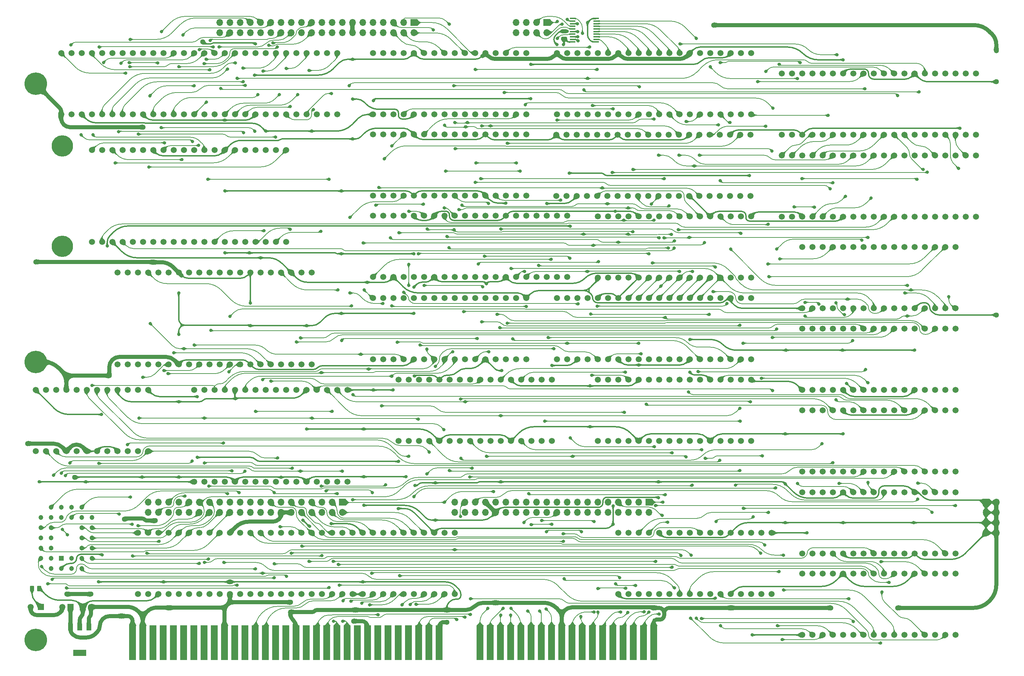
<source format=gtl>
%TF.GenerationSoftware,KiCad,Pcbnew,8.0.4*%
%TF.CreationDate,2024-08-23T11:00:08+02:00*%
%TF.ProjectId,Video Board - Signals,56696465-6f20-4426-9f61-7264202d2053,rev?*%
%TF.SameCoordinates,PX18392c0PY1360f00*%
%TF.FileFunction,Copper,L1,Top*%
%TF.FilePolarity,Positive*%
%FSLAX46Y46*%
G04 Gerber Fmt 4.6, Leading zero omitted, Abs format (unit mm)*
G04 Created by KiCad (PCBNEW 8.0.4) date 2024-08-23 11:00:08*
%MOMM*%
%LPD*%
G01*
G04 APERTURE LIST*
G04 Aperture macros list*
%AMRoundRect*
0 Rectangle with rounded corners*
0 $1 Rounding radius*
0 $2 $3 $4 $5 $6 $7 $8 $9 X,Y pos of 4 corners*
0 Add a 4 corners polygon primitive as box body*
4,1,4,$2,$3,$4,$5,$6,$7,$8,$9,$2,$3,0*
0 Add four circle primitives for the rounded corners*
1,1,$1+$1,$2,$3*
1,1,$1+$1,$4,$5*
1,1,$1+$1,$6,$7*
1,1,$1+$1,$8,$9*
0 Add four rect primitives between the rounded corners*
20,1,$1+$1,$2,$3,$4,$5,0*
20,1,$1+$1,$4,$5,$6,$7,0*
20,1,$1+$1,$6,$7,$8,$9,0*
20,1,$1+$1,$8,$9,$2,$3,0*%
G04 Aperture macros list end*
%TA.AperFunction,ComponentPad*%
%ADD10C,5.600000*%
%TD*%
%TA.AperFunction,ComponentPad*%
%ADD11R,1.700000X1.700000*%
%TD*%
%TA.AperFunction,ComponentPad*%
%ADD12O,1.700000X1.700000*%
%TD*%
%TA.AperFunction,ComponentPad*%
%ADD13R,1.500000X1.500000*%
%TD*%
%TA.AperFunction,ComponentPad*%
%ADD14C,1.500000*%
%TD*%
%TA.AperFunction,SMDPad,CuDef*%
%ADD15R,1.475000X0.450000*%
%TD*%
%TA.AperFunction,ConnectorPad*%
%ADD16R,1.780000X8.620000*%
%TD*%
%TA.AperFunction,SMDPad,CuDef*%
%ADD17RoundRect,0.250000X-0.262500X-0.450000X0.262500X-0.450000X0.262500X0.450000X-0.262500X0.450000X0*%
%TD*%
%TA.AperFunction,ComponentPad*%
%ADD18R,1.200000X1.200000*%
%TD*%
%TA.AperFunction,ComponentPad*%
%ADD19C,1.200000*%
%TD*%
%TA.AperFunction,WasherPad*%
%ADD20C,5.300000*%
%TD*%
%TA.AperFunction,SMDPad,CuDef*%
%ADD21R,1.200000X1.500000*%
%TD*%
%TA.AperFunction,SMDPad,CuDef*%
%ADD22R,3.300000X1.500000*%
%TD*%
%TA.AperFunction,SMDPad,CuDef*%
%ADD23RoundRect,0.250000X-0.475000X0.250000X-0.475000X-0.250000X0.475000X-0.250000X0.475000X0.250000X0*%
%TD*%
%TA.AperFunction,ViaPad*%
%ADD24C,0.800000*%
%TD*%
%TA.AperFunction,ViaPad*%
%ADD25C,1.300000*%
%TD*%
%TA.AperFunction,Conductor*%
%ADD26C,0.380000*%
%TD*%
%TA.AperFunction,Conductor*%
%ADD27C,1.000000*%
%TD*%
%TA.AperFunction,Conductor*%
%ADD28C,0.200000*%
%TD*%
G04 APERTURE END LIST*
D10*
%TO.P,H19,1,GND*%
%TO.N,/GND*%
X0Y0D03*
%TD*%
D11*
%TO.P,J2,1,Pin_1*%
%TO.N,/A0_{M}*%
X152400000Y-104140000D03*
D12*
%TO.P,J2,2,Pin_2*%
%TO.N,/A1_{M}*%
X152400000Y-106680000D03*
%TO.P,J2,3,Pin_3*%
%TO.N,/A2_{M}*%
X149860000Y-104140000D03*
%TO.P,J2,4,Pin_4*%
%TO.N,/A3_{M}*%
X149860000Y-106680000D03*
%TO.P,J2,5,Pin_5*%
%TO.N,/A4_{M}*%
X147320000Y-104140000D03*
%TO.P,J2,6,Pin_6*%
%TO.N,/A5_{M}*%
X147320000Y-106680000D03*
%TO.P,J2,7,Pin_7*%
%TO.N,/A6_{M}*%
X144780000Y-104140000D03*
%TO.P,J2,8,Pin_8*%
%TO.N,/A7_{M}*%
X144780000Y-106680000D03*
%TO.P,J2,9,Pin_9*%
%TO.N,/A8_{M}*%
X142240000Y-104140000D03*
%TO.P,J2,10,Pin_10*%
%TO.N,/A9_{M}*%
X142240000Y-106680000D03*
%TO.P,J2,11,Pin_11*%
%TO.N,/A10_{M}*%
X139700000Y-104140000D03*
%TO.P,J2,12,Pin_12*%
%TO.N,/A11_{M}*%
X139700000Y-106680000D03*
%TO.P,J2,13,Pin_13*%
%TO.N,/A12_{M}*%
X137160000Y-104140000D03*
%TO.P,J2,14,Pin_14*%
%TO.N,/A13_{M}*%
X137160000Y-106680000D03*
%TO.P,J2,15,Pin_15*%
%TO.N,/A14_{M}*%
X134620000Y-104140000D03*
%TO.P,J2,16,Pin_16*%
%TO.N,/A15_{M}*%
X134620000Y-106680000D03*
%TO.P,J2,17,Pin_17*%
%TO.N,/A16_{M}*%
X132080000Y-104140000D03*
%TO.P,J2,18,Pin_18*%
%TO.N,/A17_{M}*%
X132080000Y-106680000D03*
%TO.P,J2,19,Pin_19*%
%TO.N,/A18_{M}*%
X129540000Y-104140000D03*
%TO.P,J2,20,Pin_20*%
%TO.N,/A19_{M}*%
X129540000Y-106680000D03*
%TO.P,J2,21,Pin_21*%
%TO.N,/A20_{M}*%
X127000000Y-104140000D03*
%TO.P,J2,22,Pin_22*%
%TO.N,/~{WD}_{M}*%
X127000000Y-106680000D03*
%TO.P,J2,23,Pin_23*%
%TO.N,/~{RD}_{M}*%
X124460000Y-104140000D03*
%TO.P,J2,24,Pin_24*%
%TO.N,/D0_{M}*%
X124460000Y-106680000D03*
%TO.P,J2,25,Pin_25*%
%TO.N,/D1_{M}*%
X121920000Y-104140000D03*
%TO.P,J2,26,Pin_26*%
%TO.N,/D2_{M}*%
X121920000Y-106680000D03*
%TO.P,J2,27,Pin_27*%
%TO.N,/D3_{M}*%
X119380000Y-104140000D03*
%TO.P,J2,28,Pin_28*%
%TO.N,/D4_{M}*%
X119380000Y-106680000D03*
%TO.P,J2,29,Pin_29*%
%TO.N,/D5_{M}*%
X116840000Y-104140000D03*
%TO.P,J2,30,Pin_30*%
%TO.N,/D6_{M}*%
X116840000Y-106680000D03*
%TO.P,J2,31,Pin_31*%
%TO.N,/D7_{M}*%
X114300000Y-104140000D03*
%TO.P,J2,32,Pin_32*%
%TO.N,/GND*%
X114300000Y-106680000D03*
%TO.P,J2,33,Pin_33*%
X111760000Y-104140000D03*
%TO.P,J2,34,Pin_34*%
%TO.N,/~{Reset}*%
X111760000Y-106680000D03*
%TO.P,J2,35,Pin_35*%
%TO.N,/Memory Frame*%
X109220000Y-104140000D03*
%TO.P,J2,36,Pin_36*%
%TO.N,/~{Memory A}*%
X109220000Y-106680000D03*
%TO.P,J2,37,Pin_37*%
%TO.N,/~{Memory B}*%
X106680000Y-104140000D03*
%TO.P,J2,38,Pin_38*%
%TO.N,/Read Address Bank*%
X106680000Y-106680000D03*
%TO.P,J2,39,Pin_39*%
%TO.N,/Read Address High*%
X104140000Y-104140000D03*
%TO.P,J2,40,Pin_40*%
%TO.N,/Read Address Low*%
X104140000Y-106680000D03*
%TD*%
D13*
%TO.P,C2,1*%
%TO.N,/5V*%
X11727400Y-130175000D03*
D14*
%TO.P,C2,2*%
%TO.N,/GND*%
X13727400Y-130175000D03*
%TD*%
D13*
%TO.P,LED1,1,K*%
%TO.N,Net-(LED1-K)*%
X1275000Y-130175000D03*
D14*
%TO.P,LED1,2,A*%
%TO.N,/GND*%
X-1265000Y-130175000D03*
%TD*%
%TO.P,B9,1,5V*%
%TO.N,/5V*%
X190500000Y-76200000D03*
%TO.P,B9,2,Y7_{R}*%
%TO.N,unconnected-(B9-Y7_{R}-Pad2)*%
X193040000Y-76200000D03*
%TO.P,B9,3,Y6_{R}*%
%TO.N,unconnected-(B9-Y6_{R}-Pad3)*%
X195580000Y-76200000D03*
%TO.P,B9,4,~{Device_Registers}*%
%TO.N,/~{Device Registers}*%
X198120000Y-76200000D03*
%TO.P,B9,5,GND*%
%TO.N,/GND*%
X200660000Y-76200000D03*
%TO.P,B9,6,Y5_{R}*%
%TO.N,/Read Vertical High*%
X203200000Y-76200000D03*
%TO.P,B9,7,Y4_{R}*%
%TO.N,/Read Vertical Low*%
X205740000Y-76200000D03*
%TO.P,B9,8,~{E2}*%
%TO.N,/~{A3}*%
X208280000Y-76200000D03*
%TO.P,B9,9,E3*%
%TO.N,/~{A4}*%
X210820000Y-76200000D03*
%TO.P,B9,10,A2*%
%TO.N,/A2*%
X213360000Y-76200000D03*
%TO.P,B9,11,A1*%
%TO.N,/A1*%
X215900000Y-76200000D03*
%TO.P,B9,12,GND*%
%TO.N,/GND*%
X218440000Y-76200000D03*
%TO.P,B9,13,A0*%
%TO.N,/A0*%
X220980000Y-76200000D03*
%TO.P,B9,14,N.C.*%
%TO.N,unconnected-(B9-N.C.-Pad14)*%
X223520000Y-76200000D03*
%TO.P,B9,15,~{RD}*%
%TO.N,/~{RD}*%
X226060000Y-76200000D03*
%TO.P,B9,16,~{WD}*%
%TO.N,/~{WD}*%
X228600000Y-76200000D03*
%TO.P,B9,17,5V*%
%TO.N,/5V*%
X228600000Y-60960000D03*
%TO.P,B9,18,N.C.*%
%TO.N,unconnected-(B9-N.C.-Pad18)*%
X226060000Y-60960000D03*
%TO.P,B9,19,Y7_{W}*%
%TO.N,/Write Vertical Sync Start High*%
X223520000Y-60960000D03*
%TO.P,B9,20,Y6_{W}*%
%TO.N,/Write Vertical Sync Start Low*%
X220980000Y-60960000D03*
%TO.P,B9,21,GND*%
%TO.N,/GND*%
X218440000Y-60960000D03*
%TO.P,B9,22,Y5_{W}*%
%TO.N,/Write Vertical Front Porch Start High*%
X215900000Y-60960000D03*
%TO.P,B9,23,Y4_{W}*%
%TO.N,/Write Vertical Front Porch Start Low*%
X213360000Y-60960000D03*
%TO.P,B9,24,Y3_{W}*%
%TO.N,/Write Horizontal Shift Pattern High*%
X210820000Y-60960000D03*
%TO.P,B9,25,Y2_{W}*%
%TO.N,/Write Horizontal Shift Pattern Low*%
X208280000Y-60960000D03*
%TO.P,B9,26,Y1_{W}*%
%TO.N,/Write Horizontal Back Porch End*%
X205740000Y-60960000D03*
%TO.P,B9,27,Y0_{W}*%
%TO.N,/Write Horizontal Back Porch Start*%
X203200000Y-60960000D03*
%TO.P,B9,28,GND*%
%TO.N,/GND*%
X200660000Y-60960000D03*
%TO.P,B9,29,Y3_{R}*%
%TO.N,unconnected-(B9-Y3_{R}-Pad29)*%
X198120000Y-60960000D03*
%TO.P,B9,30,Y2_{R}*%
%TO.N,unconnected-(B9-Y2_{R}-Pad30)*%
X195580000Y-60960000D03*
%TO.P,B9,31,Y1_{R}*%
%TO.N,unconnected-(B9-Y1_{R}-Pad31)*%
X193040000Y-60960000D03*
%TO.P,B9,32,Y0_{R}*%
%TO.N,unconnected-(B9-Y0_{R}-Pad32)*%
X190500000Y-60960000D03*
%TD*%
D15*
%TO.P,IC3,1,~{OE}*%
%TO.N,/GND*%
X139336000Y10410000D03*
%TO.P,IC3,2,D0*%
%TO.N,/D0*%
X139336000Y11060000D03*
%TO.P,IC3,3,D1*%
%TO.N,/D1*%
X139336000Y11710000D03*
%TO.P,IC3,4,D2*%
%TO.N,/D2*%
X139336000Y12360000D03*
%TO.P,IC3,5,D3*%
%TO.N,/D3*%
X139336000Y13010000D03*
%TO.P,IC3,6,D4*%
%TO.N,/D4*%
X139336000Y13660000D03*
%TO.P,IC3,7,D5*%
%TO.N,/D5*%
X139336000Y14310000D03*
%TO.P,IC3,8,D6*%
%TO.N,/D6*%
X139336000Y14960000D03*
%TO.P,IC3,9,D7*%
%TO.N,/D7*%
X139336000Y15610000D03*
%TO.P,IC3,10,GND*%
%TO.N,/GND*%
X139336000Y16260000D03*
%TO.P,IC3,11,LE*%
%TO.N,/Write Palette Byte*%
X133460000Y16260000D03*
%TO.P,IC3,12,Q7*%
%TO.N,/PL7*%
X133460000Y15610000D03*
%TO.P,IC3,13,Q6*%
%TO.N,/PL6*%
X133460000Y14960000D03*
%TO.P,IC3,14,Q5*%
%TO.N,/PL5*%
X133460000Y14310000D03*
%TO.P,IC3,15,Q4*%
%TO.N,/PL4*%
X133460000Y13660000D03*
%TO.P,IC3,16,Q3*%
%TO.N,/PL3*%
X133460000Y13010000D03*
%TO.P,IC3,17,Q2*%
%TO.N,/PL2*%
X133460000Y12360000D03*
%TO.P,IC3,18,Q1*%
%TO.N,/PL1*%
X133460000Y11710000D03*
%TO.P,IC3,19,Q0*%
%TO.N,/PL0*%
X133460000Y11060000D03*
%TO.P,IC3,20,3V*%
%TO.N,/3.3V*%
X133460000Y10410000D03*
%TD*%
D14*
%TO.P,B40,1,A0*%
%TO.N,/Vertical Blank _{CYCLE 3H}*%
X233680000Y-17814000D03*
%TO.P,B40,2,A2*%
%TO.N,/Horizontal Blank _{CYCLE 3H}*%
X231140000Y-17814000D03*
%TO.P,B40,3,5V*%
%TO.N,/5V*%
X228600000Y-17814000D03*
%TO.P,B40,4,B0*%
%TO.N,/Vertical Blank _{CYCLE 3}*%
X226060000Y-17814000D03*
%TO.P,B40,5,B2*%
%TO.N,/Horizontal Blank _{CYCLE 3}*%
X223520000Y-17814000D03*
%TO.P,B40,6,D0*%
%TO.N,/D0*%
X220980000Y-17814000D03*
%TO.P,B40,7,GND*%
%TO.N,/GND*%
X218440000Y-17814000D03*
%TO.P,B40,8,D1*%
%TO.N,/D1*%
X215900000Y-17814000D03*
%TO.P,B40,9,D2*%
%TO.N,/D2*%
X213360000Y-17814000D03*
%TO.P,B40,10,D3*%
%TO.N,/D3*%
X210820000Y-17814000D03*
%TO.P,B40,11,D4*%
%TO.N,/D4*%
X208280000Y-17814000D03*
%TO.P,B40,12,D5*%
%TO.N,/D5*%
X205740000Y-17814000D03*
%TO.P,B40,13,D6*%
%TO.N,/D6*%
X203200000Y-17814000D03*
%TO.P,B40,14,GND*%
%TO.N,/GND*%
X200660000Y-17814000D03*
%TO.P,B40,15,D7*%
%TO.N,/D7*%
X198120000Y-17814000D03*
%TO.P,B40,16,C0*%
%TO.N,/Vertical Blank _{CYCLE 4H}*%
X195580000Y-17814000D03*
%TO.P,B40,17,C2*%
%TO.N,/Horizontal Blank _{CYCLE 4H}*%
X193040000Y-17814000D03*
%TO.P,B40,18,Write_Select*%
%TO.N,/Write Video Signal Delay*%
X190500000Y-17814000D03*
%TO.P,B40,19,E0*%
%TO.N,/Vertical Blank _{CYCLE 4}*%
X187960000Y-17814000D03*
%TO.P,B40,20,E2*%
%TO.N,/Horizontal Blank _{CYCLE 4}*%
X185420000Y-17814000D03*
%TO.P,B40,21,E3*%
%TO.N,/Horizontal Sync _{CYCLE 4}*%
X185420000Y-33054000D03*
%TO.P,B40,22,E1*%
%TO.N,/Vertical Sync _{CYCLE 4}*%
X187960000Y-33054000D03*
%TO.P,B40,23,5V*%
%TO.N,/5V*%
X190500000Y-33054000D03*
%TO.P,B40,24,C3*%
%TO.N,/Horizontal Sync _{CYCLE 4H}*%
X193040000Y-33054000D03*
%TO.P,B40,25,C1*%
%TO.N,/Vertical Sync _{CYCLE 4H}*%
X195580000Y-33054000D03*
%TO.P,B40,26,N.C.*%
%TO.N,unconnected-(B40-N.C.-Pad26)*%
X198120000Y-33054000D03*
%TO.P,B40,27,GND*%
%TO.N,/GND*%
X200660000Y-33054000D03*
%TO.P,B40,28,N.C.*%
%TO.N,unconnected-(B40-N.C.-Pad28)*%
X203200000Y-33054000D03*
%TO.P,B40,29,Y3*%
%TO.N,/Vertical Blank _{FINAL}*%
X205740000Y-33054000D03*
%TO.P,B40,30,Y2*%
%TO.N,/Vertical Sync _{FINAL}*%
X208280000Y-33054000D03*
%TO.P,B40,31,Y1*%
%TO.N,/Horizontal Blank _{FINAL}*%
X210820000Y-33054000D03*
%TO.P,B40,32,Y0*%
%TO.N,/Horizontal Sync _{FINAL}*%
X213360000Y-33054000D03*
%TO.P,B40,33,N.C.*%
%TO.N,unconnected-(B40-N.C.-Pad33)*%
X215900000Y-33054000D03*
%TO.P,B40,34,GND*%
%TO.N,/GND*%
X218440000Y-33054000D03*
%TO.P,B40,35,N.C.*%
%TO.N,unconnected-(B40-N.C.-Pad35)*%
X220980000Y-33054000D03*
%TO.P,B40,36,B3*%
%TO.N,/Horizontal Sync _{CYCLE 3}*%
X223520000Y-33054000D03*
%TO.P,B40,37,B1*%
%TO.N,/Vertical Sync _{CYCLE 3}*%
X226060000Y-33054000D03*
%TO.P,B40,38,N.C.*%
%TO.N,unconnected-(B40-N.C.-Pad38)*%
X228600000Y-33054000D03*
%TO.P,B40,39,A3*%
%TO.N,/Horizontal Sync _{CYCLE 3H}*%
X231140000Y-33054000D03*
%TO.P,B40,40,A1*%
%TO.N,/Vertical Sync _{CYCLE 3H}*%
X233680000Y-33054000D03*
%TD*%
%TO.P,B16,1,A0_{IN}*%
%TO.N,/A0_{D}*%
X25400000Y-127000000D03*
%TO.P,B16,2,A1_{IN}*%
%TO.N,/A1_{D}*%
X27940000Y-127000000D03*
%TO.P,B16,3,5V*%
%TO.N,/5V*%
X30480000Y-127000000D03*
%TO.P,B16,4,A2_{IN}*%
%TO.N,/A2_{D}*%
X33020000Y-127000000D03*
%TO.P,B16,5,A3_{IN}*%
%TO.N,/A3_{D}*%
X35560000Y-127000000D03*
%TO.P,B16,6,A4_{IN}*%
%TO.N,/A4_{D}*%
X38100000Y-127000000D03*
%TO.P,B16,7,A5_{IN}*%
%TO.N,/A5_{D}*%
X40640000Y-127000000D03*
%TO.P,B16,8,A6_{IN}*%
%TO.N,/A6_{D}*%
X43180000Y-127000000D03*
%TO.P,B16,9,A7_{IN}*%
%TO.N,/A7_{D}*%
X45720000Y-127000000D03*
%TO.P,B16,10,GND*%
%TO.N,/GND*%
X48260000Y-127000000D03*
%TO.P,B16,11,A8_{IN}*%
%TO.N,/A8_{D}*%
X50800000Y-127000000D03*
%TO.P,B16,12,A9_{IN}*%
%TO.N,/A9_{D}*%
X53340000Y-127000000D03*
%TO.P,B16,13,A10_{IN}*%
%TO.N,/A10_{D}*%
X55880000Y-127000000D03*
%TO.P,B16,14,A11_{IN}*%
%TO.N,/A11_{D}*%
X58420000Y-127000000D03*
%TO.P,B16,15,A12_{IN}*%
%TO.N,/A12_{D}*%
X60960000Y-127000000D03*
%TO.P,B16,16,A13_{IN}*%
%TO.N,/A13_{D}*%
X63500000Y-127000000D03*
%TO.P,B16,17,A14_{IN}*%
%TO.N,/A14_{D}*%
X66040000Y-127000000D03*
%TO.P,B16,18,A15_{IN}*%
%TO.N,/A16_{D}*%
X68580000Y-127000000D03*
%TO.P,B16,19,A16_{IN}*%
%TO.N,/A15_{D}*%
X71120000Y-127000000D03*
%TO.P,B16,20,~{RD}_{IN}*%
%TO.N,/~{RD}_{D}*%
X73660000Y-127000000D03*
%TO.P,B16,21,~{WD}_{IN}*%
%TO.N,/~{WD}_{D}*%
X76200000Y-127000000D03*
%TO.P,B16,22,S_{IN}*%
%TO.N,/GND*%
X78740000Y-127000000D03*
%TO.P,B16,23,GND*%
X81280000Y-127000000D03*
%TO.P,B16,24,D7_{IN/OUT}*%
%TO.N,/D7_{D}*%
X83820000Y-127000000D03*
%TO.P,B16,25,D6_{IN/OUT}*%
%TO.N,/D6_{D}*%
X86360000Y-127000000D03*
%TO.P,B16,26,D5_{IN/OUT}*%
%TO.N,/D5_{D}*%
X88900000Y-127000000D03*
%TO.P,B16,27,D4_{IN/OUT}*%
%TO.N,/D4_{D}*%
X91440000Y-127000000D03*
%TO.P,B16,28,D3_{IN/OUT}*%
%TO.N,/D3_{D}*%
X93980000Y-127000000D03*
%TO.P,B16,29,D2_{IN/OUT}*%
%TO.N,/D2_{D}*%
X96520000Y-127000000D03*
%TO.P,B16,30,D1_{IN/OUT}*%
%TO.N,/D1_{D}*%
X99060000Y-127000000D03*
%TO.P,B16,31,D0_{IN/OUT}*%
%TO.N,/D0_{D}*%
X101600000Y-127000000D03*
%TO.P,B16,32,Deivce_~{CS}_{IN}*%
%TO.N,/~{Select}_{D}*%
X104140000Y-127000000D03*
%TO.P,B16,33,Deivce_~{CS}*%
%TO.N,/~{Device Select}*%
X104140000Y-111760000D03*
%TO.P,B16,34,D0*%
%TO.N,/D7*%
X101600000Y-111760000D03*
%TO.P,B16,35,5V*%
%TO.N,/5V*%
X99060000Y-111760000D03*
%TO.P,B16,36,D1*%
%TO.N,/D6*%
X96520000Y-111760000D03*
%TO.P,B16,37,D2*%
%TO.N,/D5*%
X93980000Y-111760000D03*
%TO.P,B16,38,D3*%
%TO.N,/D4*%
X91440000Y-111760000D03*
%TO.P,B16,39,D4*%
%TO.N,/D3*%
X88900000Y-111760000D03*
%TO.P,B16,40,D5*%
%TO.N,/D2*%
X86360000Y-111760000D03*
%TO.P,B16,41,D6*%
%TO.N,/D1*%
X83820000Y-111760000D03*
%TO.P,B16,42,GND*%
%TO.N,/GND*%
X81280000Y-111760000D03*
%TO.P,B16,43,D7*%
%TO.N,/D0*%
X78740000Y-111760000D03*
%TO.P,B16,44,S*%
%TO.N,unconnected-(B16-S-Pad44)*%
X76200000Y-111760000D03*
%TO.P,B16,45,~{WD}*%
%TO.N,/~{WD}*%
X73660000Y-111760000D03*
%TO.P,B16,46,~{RD}*%
%TO.N,/~{RD}*%
X71120000Y-111760000D03*
%TO.P,B16,47,A16*%
%TO.N,/A16*%
X68580000Y-111760000D03*
%TO.P,B16,48,A15*%
%TO.N,/A15*%
X66040000Y-111760000D03*
%TO.P,B16,49,A14*%
%TO.N,/A14*%
X63500000Y-111760000D03*
%TO.P,B16,50,A13*%
%TO.N,/A13*%
X60960000Y-111760000D03*
%TO.P,B16,51,A12*%
%TO.N,/A12*%
X58420000Y-111760000D03*
%TO.P,B16,52,A11*%
%TO.N,/A11*%
X55880000Y-111760000D03*
%TO.P,B16,53,A10*%
%TO.N,/A10*%
X53340000Y-111760000D03*
%TO.P,B16,54,A9*%
%TO.N,/A9*%
X50800000Y-111760000D03*
%TO.P,B16,55,GND*%
%TO.N,/GND*%
X48260000Y-111760000D03*
%TO.P,B16,56,A8*%
%TO.N,/A8*%
X45720000Y-111760000D03*
%TO.P,B16,57,A7*%
%TO.N,/A7*%
X43180000Y-111760000D03*
%TO.P,B16,58,A6*%
%TO.N,/A6*%
X40640000Y-111760000D03*
%TO.P,B16,59,A5*%
%TO.N,/A5*%
X38100000Y-111760000D03*
%TO.P,B16,60,A4*%
%TO.N,/A4*%
X35560000Y-111760000D03*
%TO.P,B16,61,A3*%
%TO.N,/A3*%
X33020000Y-111760000D03*
%TO.P,B16,62,A2*%
%TO.N,/A2*%
X30480000Y-111760000D03*
%TO.P,B16,63,A1*%
%TO.N,/A1*%
X27940000Y-111760000D03*
%TO.P,B16,64,A0*%
%TO.N,/A0*%
X25400000Y-111760000D03*
%TD*%
D16*
%TO.P,J5,B1,B1*%
%TO.N,/12V*%
X24079200Y-139065000D03*
%TO.P,J5,B2,B2*%
%TO.N,/GND*%
X26619200Y-139065000D03*
%TO.P,J5,B3,B3*%
%TO.N,unconnected-(J5-PadB3)*%
X29159200Y-139065000D03*
%TO.P,J5,B4,B4*%
%TO.N,unconnected-(J5-PadB4)*%
X31699200Y-139065000D03*
%TO.P,J5,B5,B5*%
%TO.N,unconnected-(J5-PadB5)*%
X34239200Y-139065000D03*
%TO.P,J5,B6,B6*%
%TO.N,unconnected-(J5-PadB6)*%
X36779200Y-139065000D03*
%TO.P,J5,B7,B7*%
%TO.N,unconnected-(J5-PadB7)*%
X39319200Y-139065000D03*
%TO.P,J5,B8,B8*%
%TO.N,unconnected-(J5-PadB8)*%
X41859200Y-139065000D03*
%TO.P,J5,B9,B9*%
%TO.N,unconnected-(J5-PadB9)*%
X44399200Y-139065000D03*
%TO.P,J5,B10,B10*%
%TO.N,/GND*%
X46939200Y-139065000D03*
%TO.P,J5,B11,B11*%
%TO.N,unconnected-(J5-PadB11)*%
X49479200Y-139065000D03*
%TO.P,J5,B12,B12*%
%TO.N,unconnected-(J5-PadB12)*%
X52019200Y-139065000D03*
%TO.P,J5,B13,B13*%
%TO.N,/~{RD}_{D}*%
X54559200Y-139065000D03*
%TO.P,J5,B14,B14*%
%TO.N,/~{WD}_{D}*%
X57099200Y-139065000D03*
%TO.P,J5,B15,B15*%
%TO.N,/CLK_{D}*%
X59639200Y-139065000D03*
%TO.P,J5,B16,B16*%
%TO.N,/~{CLK}_{D}*%
X62179200Y-139065000D03*
%TO.P,J5,B17,B17*%
%TO.N,/GND*%
X64719200Y-139065000D03*
%TO.P,J5,B18,B18*%
%TO.N,unconnected-(J5-PadB18)*%
X67259200Y-139065000D03*
%TO.P,J5,B19,B19*%
%TO.N,/~{Interrupt}_{D}*%
X69799200Y-139065000D03*
%TO.P,J5,B20,B20*%
%TO.N,/~{Reset}_{D}*%
X72339200Y-139065000D03*
%TO.P,J5,B21,B21*%
%TO.N,/~{Select}_{D}*%
X74879200Y-139065000D03*
%TO.P,J5,B22,B22*%
%TO.N,/~{Enable}_{D}*%
X77419200Y-139065000D03*
%TO.P,J5,B23,B23*%
%TO.N,unconnected-(J5-PadB23)*%
X79959200Y-139065000D03*
%TO.P,J5,B24,B24*%
%TO.N,/GND*%
X82499200Y-139065000D03*
%TO.P,J5,B25,B25*%
%TO.N,unconnected-(J5-PadB25)*%
X85039200Y-139065000D03*
%TO.P,J5,B26,B26*%
%TO.N,unconnected-(J5-PadB26)*%
X87579200Y-139065000D03*
%TO.P,J5,B27,B27*%
%TO.N,unconnected-(J5-PadB27)*%
X90119200Y-139065000D03*
%TO.P,J5,B28,B28*%
%TO.N,unconnected-(J5-PadB28)*%
X92659200Y-139065000D03*
%TO.P,J5,B29,B29*%
%TO.N,/~{Memory A}*%
X95199200Y-139065000D03*
%TO.P,J5,B30,B30*%
%TO.N,/~{Memory B}*%
X97739200Y-139065000D03*
%TO.P,J5,B31,B31*%
%TO.N,/GND*%
X100279200Y-139065000D03*
%TO.P,J5,D1,D1*%
%TO.N,/D7_{M}*%
X110439200Y-139065000D03*
%TO.P,J5,D2,D2*%
%TO.N,/D6_{M}*%
X112979200Y-139065000D03*
%TO.P,J5,D3,D3*%
%TO.N,/D5_{M}*%
X115519200Y-139065000D03*
%TO.P,J5,D4,D4*%
%TO.N,/D4_{M}*%
X118059200Y-139065000D03*
%TO.P,J5,D5,D5*%
%TO.N,/D3_{M}*%
X120599200Y-139065000D03*
%TO.P,J5,D6,D6*%
%TO.N,/D2_{M}*%
X123139200Y-139065000D03*
%TO.P,J5,D7,D7*%
%TO.N,/D1_{M}*%
X125679200Y-139065000D03*
%TO.P,J5,D8,D8*%
%TO.N,/D0_{M}*%
X128219200Y-139065000D03*
%TO.P,J5,D9,D9*%
%TO.N,/GND*%
X130759200Y-139065000D03*
%TO.P,J5,D10,D10*%
%TO.N,/~{RD}_{M}*%
X133299200Y-139065000D03*
%TO.P,J5,D11,D11*%
%TO.N,/~{WD}_{M}*%
X135839200Y-139065000D03*
%TO.P,J5,D12,D12*%
%TO.N,/A5_{M}*%
X138379200Y-139065000D03*
%TO.P,J5,D13,D13*%
%TO.N,/A4_{M}*%
X140919200Y-139065000D03*
%TO.P,J5,D14,D14*%
%TO.N,/A3_{M}*%
X143459200Y-139065000D03*
%TO.P,J5,D15,D15*%
%TO.N,/A2_{M}*%
X145999200Y-139065000D03*
%TO.P,J5,D16,D16*%
%TO.N,/A1_{M}*%
X148539200Y-139065000D03*
%TO.P,J5,D17,D17*%
%TO.N,/A0_{M}*%
X151079200Y-139065000D03*
%TO.P,J5,D18,D18*%
%TO.N,/GND*%
X153619200Y-139065000D03*
%TD*%
D14*
%TO.P,B26,1,5V*%
%TO.N,/5V*%
X177800000Y-73660000D03*
%TO.P,B26,2,N.C.*%
%TO.N,unconnected-(B26-N.C.-Pad2)*%
X175260000Y-73660000D03*
%TO.P,B26,3,Write_A_High*%
%TO.N,/Write Vertical Back Porch End High*%
X172720000Y-73660000D03*
%TO.P,B26,4,Write_A_Low*%
%TO.N,/Write Vertical Back Porch End Low*%
X170180000Y-73660000D03*
%TO.P,B26,5,GND*%
%TO.N,/GND*%
X167640000Y-73660000D03*
%TO.P,B26,6,C0*%
%TO.N,/Row0*%
X165100000Y-73660000D03*
%TO.P,B26,7,C1*%
%TO.N,/Row1*%
X162560000Y-73660000D03*
%TO.P,B26,8,C2*%
%TO.N,/Row2*%
X160020000Y-73660000D03*
%TO.P,B26,9,C3*%
%TO.N,/Row3*%
X157480000Y-73660000D03*
%TO.P,B26,10,C4*%
%TO.N,/Row4*%
X154940000Y-73660000D03*
%TO.P,B26,11,C5*%
%TO.N,/Row5*%
X152400000Y-73660000D03*
%TO.P,B26,12,GND*%
%TO.N,/GND*%
X149860000Y-73660000D03*
%TO.P,B26,13,C6*%
%TO.N,/Row6*%
X147320000Y-73660000D03*
%TO.P,B26,14,C7*%
%TO.N,/Row7*%
X144780000Y-73660000D03*
%TO.P,B26,15,C8*%
%TO.N,/Row8*%
X142240000Y-73660000D03*
%TO.P,B26,16,C9*%
%TO.N,/Row9*%
X139700000Y-73660000D03*
%TO.P,B26,17,5V*%
%TO.N,/5V*%
X139700000Y-88900000D03*
%TO.P,B26,18,N.C.*%
%TO.N,unconnected-(B26-N.C.-Pad18)*%
X142240000Y-88900000D03*
%TO.P,B26,19,N.C.*%
%TO.N,unconnected-(B26-N.C.-Pad19)*%
X144780000Y-88900000D03*
%TO.P,B26,20,D0*%
%TO.N,/D0*%
X147320000Y-88900000D03*
%TO.P,B26,21,GND*%
%TO.N,/GND*%
X149860000Y-88900000D03*
%TO.P,B26,22,D1*%
%TO.N,/D1*%
X152400000Y-88900000D03*
%TO.P,B26,23,D2*%
%TO.N,/D2*%
X154940000Y-88900000D03*
%TO.P,B26,24,D3*%
%TO.N,/D3*%
X157480000Y-88900000D03*
%TO.P,B26,25,D4*%
%TO.N,/D4*%
X160020000Y-88900000D03*
%TO.P,B26,26,D5*%
%TO.N,/D5*%
X162560000Y-88900000D03*
%TO.P,B26,27,D6*%
%TO.N,/D6*%
X165100000Y-88900000D03*
%TO.P,B26,28,GND*%
%TO.N,/GND*%
X167640000Y-88900000D03*
%TO.P,B26,29,D7*%
%TO.N,/D7*%
X170180000Y-88900000D03*
%TO.P,B26,30,N.C.*%
%TO.N,unconnected-(B26-N.C.-Pad30)*%
X172720000Y-88900000D03*
%TO.P,B26,31,~{C=A}*%
%TO.N,/~{Vertical Back Porch End} _{CMP}*%
X175260000Y-88900000D03*
%TO.P,B26,32,N.C.*%
%TO.N,unconnected-(B26-N.C.-Pad32)*%
X177800000Y-88900000D03*
%TD*%
%TO.P,B38,1,~{OE}*%
%TO.N,/GND*%
X6350000Y-7620000D03*
%TO.P,B38,2,IN23*%
%TO.N,/Red7*%
X8890000Y-7620000D03*
%TO.P,B38,3,5V*%
%TO.N,/5V*%
X11430000Y-7620000D03*
%TO.P,B38,4,IN22*%
%TO.N,/Red6*%
X13970000Y-7620000D03*
%TO.P,B38,5,IN21*%
%TO.N,/Red5*%
X16510000Y-7620000D03*
%TO.P,B38,6,IN20*%
%TO.N,/Red4*%
X19050000Y-7620000D03*
%TO.P,B38,7,IN19*%
%TO.N,/Red3*%
X21590000Y-7620000D03*
%TO.P,B38,8,IN18*%
%TO.N,/Red2*%
X24130000Y-7620000D03*
%TO.P,B38,9,GND*%
%TO.N,/GND*%
X26670000Y-7620000D03*
%TO.P,B38,10,IN17*%
%TO.N,/Red1*%
X29210000Y-7620000D03*
%TO.P,B38,11,IN16*%
%TO.N,/Red0*%
X31750000Y-7620000D03*
%TO.P,B38,12,IN15*%
%TO.N,/Green7*%
X34290000Y-7620000D03*
%TO.P,B38,13,IN14*%
%TO.N,/Green6*%
X36830000Y-7620000D03*
%TO.P,B38,14,IN13*%
%TO.N,/Green5*%
X39370000Y-7620000D03*
%TO.P,B38,15,IN12*%
%TO.N,/Green4*%
X41910000Y-7620000D03*
%TO.P,B38,16,IN11*%
%TO.N,/Green3*%
X44450000Y-7620000D03*
%TO.P,B38,17,IN10*%
%TO.N,/Green2*%
X46990000Y-7620000D03*
%TO.P,B38,18,IN9*%
%TO.N,/Green1*%
X49530000Y-7620000D03*
%TO.P,B38,19,IN8*%
%TO.N,/Green0*%
X52070000Y-7620000D03*
%TO.P,B38,20,GND*%
%TO.N,/GND*%
X54610000Y-7620000D03*
%TO.P,B38,21,IN7*%
%TO.N,/Blue7*%
X57150000Y-7620000D03*
%TO.P,B38,22,IN6*%
%TO.N,/Blue6*%
X59690000Y-7620000D03*
%TO.P,B38,23,IN5*%
%TO.N,/Blue5*%
X62230000Y-7620000D03*
%TO.P,B38,24,IN4*%
%TO.N,/Blue4*%
X64770000Y-7620000D03*
%TO.P,B38,25,IN3*%
%TO.N,/Blue3*%
X67310000Y-7620000D03*
%TO.P,B38,26,IN2*%
%TO.N,/Blue2*%
X69850000Y-7620000D03*
%TO.P,B38,27,IN1*%
%TO.N,/Blue1*%
X72390000Y-7620000D03*
%TO.P,B38,28,IN0*%
%TO.N,/Blue0*%
X74930000Y-7620000D03*
%TO.P,B38,29,OUT0*%
%TO.N,/Blue0 _{HALF CYCLE}*%
X74930000Y7620000D03*
%TO.P,B38,30,OUT1*%
%TO.N,/Blue1 _{HALF CYCLE}*%
X72390000Y7620000D03*
%TO.P,B38,31,5V*%
%TO.N,/5V*%
X69850000Y7620000D03*
%TO.P,B38,32,OUT2*%
%TO.N,/Blue2 _{HALF CYCLE}*%
X67310000Y7620000D03*
%TO.P,B38,33,OUT3*%
%TO.N,/Blue3 _{HALF CYCLE}*%
X64770000Y7620000D03*
%TO.P,B38,34,OUT4*%
%TO.N,/Blue4 _{HALF CYCLE}*%
X62230000Y7620000D03*
%TO.P,B38,35,OUT5*%
%TO.N,/Blue5 _{HALF CYCLE}*%
X59690000Y7620000D03*
%TO.P,B38,36,OUT6*%
%TO.N,/Blue6 _{HALF CYCLE}*%
X57150000Y7620000D03*
%TO.P,B38,37,GND*%
%TO.N,/GND*%
X54610000Y7620000D03*
%TO.P,B38,38,OUT7*%
%TO.N,/Blue7 _{HALF CYCLE}*%
X52070000Y7620000D03*
%TO.P,B38,39,OUT8*%
%TO.N,/Green0 _{HALF CYCLE}*%
X49530000Y7620000D03*
%TO.P,B38,40,OUT9*%
%TO.N,/Green1 _{HALF CYCLE}*%
X46990000Y7620000D03*
%TO.P,B38,41,OUT10*%
%TO.N,/Green2 _{HALF CYCLE}*%
X44450000Y7620000D03*
%TO.P,B38,42,OUT11*%
%TO.N,/Green3 _{HALF CYCLE}*%
X41910000Y7620000D03*
%TO.P,B38,43,OUT12*%
%TO.N,/Green4 _{HALF CYCLE}*%
X39370000Y7620000D03*
%TO.P,B38,44,OUT13*%
%TO.N,/Green5 _{HALF CYCLE}*%
X36830000Y7620000D03*
%TO.P,B38,45,OUT14*%
%TO.N,/Green6 _{HALF CYCLE}*%
X34290000Y7620000D03*
%TO.P,B38,46,OUT15*%
%TO.N,/Green7 _{HALF CYCLE}*%
X31750000Y7620000D03*
%TO.P,B38,47,OUT16*%
%TO.N,/Red0 _{HALF CYCLE}*%
X29210000Y7620000D03*
%TO.P,B38,48,GND*%
%TO.N,/GND*%
X26670000Y7620000D03*
%TO.P,B38,49,OUT17*%
%TO.N,/Red1 _{HALF CYCLE}*%
X24130000Y7620000D03*
%TO.P,B38,50,OUT18*%
%TO.N,/Red2 _{HALF CYCLE}*%
X21590000Y7620000D03*
%TO.P,B38,51,OUT19*%
%TO.N,/Red3 _{HALF CYCLE}*%
X19050000Y7620000D03*
%TO.P,B38,52,OUT20*%
%TO.N,/Red4 _{HALF CYCLE}*%
X16510000Y7620000D03*
%TO.P,B38,53,OUT21*%
%TO.N,/Red5 _{HALF CYCLE}*%
X13970000Y7620000D03*
%TO.P,B38,54,OUT22*%
%TO.N,/Red6 _{HALF CYCLE}*%
X11430000Y7620000D03*
%TO.P,B38,55,OUT23*%
%TO.N,/Red7 _{HALF CYCLE}*%
X8890000Y7620000D03*
%TO.P,B38,56,CLK*%
%TO.N,/Pixel CLK_{0}*%
X6350000Y7620000D03*
%TD*%
%TO.P,B10,1,5V*%
%TO.N,/5V*%
X0Y-91440000D03*
%TO.P,B10,2,~{Device_RAM}*%
%TO.N,/~{Device RAM}*%
X2540000Y-91440000D03*
%TO.P,B10,3,~{Device_Registers}*%
%TO.N,/~{Device Registers}*%
X5080000Y-91440000D03*
%TO.P,B10,4,GND*%
%TO.N,/GND*%
X7620000Y-91440000D03*
%TO.P,B10,5,~{Device_ROM}*%
%TO.N,/~{Device ROM}*%
X10160000Y-91440000D03*
%TO.P,B10,6,H2_{REG}*%
%TO.N,/GND*%
X12700000Y-91440000D03*
%TO.P,B10,7,H1_{REG}*%
X15240000Y-91440000D03*
%TO.P,B10,8,H0_{REG}*%
%TO.N,/3.3V*%
X17780000Y-91440000D03*
%TO.P,B10,9,GND*%
%TO.N,/GND*%
X20320000Y-91440000D03*
%TO.P,B10,10,~{RD}*%
%TO.N,/~{RD}*%
X22860000Y-91440000D03*
%TO.P,B10,11,~{Device_Select}*%
%TO.N,/~{Device Select}*%
X25400000Y-91440000D03*
%TO.P,B10,12,~{WD}*%
%TO.N,/~{WD}*%
X27940000Y-91440000D03*
%TO.P,B10,13,5V*%
%TO.N,/5V*%
X27940000Y-76200000D03*
%TO.P,B10,14,N.C.*%
%TO.N,unconnected-(B10-N.C.-Pad14)*%
X25400000Y-76200000D03*
%TO.P,B10,15,N.C.*%
%TO.N,unconnected-(B10-N.C.-Pad15)*%
X22860000Y-76200000D03*
%TO.P,B10,16,GND*%
%TO.N,/GND*%
X20320000Y-76200000D03*
%TO.P,B10,17,H0_{OUT}*%
%TO.N,/H0_{D}*%
X17780000Y-76200000D03*
%TO.P,B10,18,H1_{OUT}*%
%TO.N,/H1_{D}*%
X15240000Y-76200000D03*
%TO.P,B10,19,H2_{OUT}*%
%TO.N,/H2_{D}*%
X12700000Y-76200000D03*
%TO.P,B10,20,N.C.*%
%TO.N,unconnected-(B10-N.C.-Pad20)*%
X10160000Y-76200000D03*
%TO.P,B10,21,GND*%
%TO.N,/GND*%
X7620000Y-76200000D03*
%TO.P,B10,22,N.C.*%
%TO.N,unconnected-(B10-N.C.-Pad22)*%
X5080000Y-76200000D03*
%TO.P,B10,23,N.C.*%
%TO.N,unconnected-(B10-N.C.-Pad23)*%
X2540000Y-76200000D03*
%TO.P,B10,24,3.3V*%
%TO.N,/3.3V*%
X0Y-76200000D03*
%TD*%
%TO.P,B12,1,N.C.*%
%TO.N,unconnected-(B12-N.C.-Pad1)*%
X132080000Y-32850000D03*
%TO.P,B12,2,N.C.*%
%TO.N,unconnected-(B12-N.C.-Pad2)*%
X129540000Y-32850000D03*
%TO.P,B12,3,5V*%
%TO.N,/5V*%
X127000000Y-32850000D03*
%TO.P,B12,4,N.C.*%
%TO.N,unconnected-(B12-N.C.-Pad4)*%
X124460000Y-32850000D03*
%TO.P,B12,5,N.C.*%
%TO.N,unconnected-(B12-N.C.-Pad5)*%
X121920000Y-32850000D03*
%TO.P,B12,6,D7*%
%TO.N,/D7*%
X119380000Y-32850000D03*
%TO.P,B12,7,GND*%
%TO.N,/GND*%
X116840000Y-32850000D03*
%TO.P,B12,8,D6*%
%TO.N,/D6*%
X114300000Y-32850000D03*
%TO.P,B12,9,D5*%
%TO.N,/D5*%
X111760000Y-32850000D03*
%TO.P,B12,10,D4*%
%TO.N,/D4*%
X109220000Y-32850000D03*
%TO.P,B12,11,D3*%
%TO.N,/D3*%
X106680000Y-32850000D03*
%TO.P,B12,12,D2*%
%TO.N,/D2*%
X104140000Y-32850000D03*
%TO.P,B12,13,D1*%
%TO.N,/D1*%
X101600000Y-32850000D03*
%TO.P,B12,14,GND*%
%TO.N,/GND*%
X99060000Y-32850000D03*
%TO.P,B12,15,D0*%
%TO.N,/D0*%
X96520000Y-32850000D03*
%TO.P,B12,16,~{OE}*%
%TO.N,/GND*%
X93980000Y-32850000D03*
%TO.P,B12,17,N.C.*%
%TO.N,unconnected-(B12-N.C.-Pad17)*%
X91440000Y-32850000D03*
%TO.P,B12,18,N.C.*%
%TO.N,unconnected-(B12-N.C.-Pad18)*%
X88900000Y-32850000D03*
%TO.P,B12,19,N.C.*%
%TO.N,unconnected-(B12-N.C.-Pad19)*%
X86360000Y-32850000D03*
%TO.P,B12,20,N.C.*%
%TO.N,unconnected-(B12-N.C.-Pad20)*%
X83820000Y-32850000D03*
%TO.P,B12,21,C0*%
%TO.N,/H3*%
X83820000Y-48090000D03*
%TO.P,B12,22,C1*%
%TO.N,/H4*%
X86360000Y-48090000D03*
%TO.P,B12,23,5V*%
%TO.N,/5V*%
X88900000Y-48090000D03*
%TO.P,B12,24,C2*%
%TO.N,/H5*%
X91440000Y-48090000D03*
%TO.P,B12,25,C3*%
%TO.N,/H6*%
X93980000Y-48090000D03*
%TO.P,B12,26,Write_A*%
%TO.N,/Write Horizontal Back Porch Start*%
X96520000Y-48090000D03*
%TO.P,B12,27,GND*%
%TO.N,/GND*%
X99060000Y-48090000D03*
%TO.P,B12,28,~{A=C}*%
%TO.N,/~{Horizontal Back Porch Start} _{CMP}*%
X101600000Y-48090000D03*
%TO.P,B12,29,N.C.*%
%TO.N,unconnected-(B12-N.C.-Pad29)*%
X104140000Y-48090000D03*
%TO.P,B12,30,N.C.*%
%TO.N,unconnected-(B12-N.C.-Pad30)*%
X106680000Y-48090000D03*
%TO.P,B12,31,N.C.*%
%TO.N,unconnected-(B12-N.C.-Pad31)*%
X109220000Y-48090000D03*
%TO.P,B12,32,N.C.*%
%TO.N,unconnected-(B12-N.C.-Pad32)*%
X111760000Y-48090000D03*
%TO.P,B12,33,Write_B*%
%TO.N,/Write Horizontal Back Porch End*%
X114300000Y-48090000D03*
%TO.P,B12,34,GND*%
%TO.N,/GND*%
X116840000Y-48090000D03*
%TO.P,B12,35,C4*%
%TO.N,/H7*%
X119380000Y-48090000D03*
%TO.P,B12,36,C5*%
%TO.N,/H8*%
X121920000Y-48090000D03*
%TO.P,B12,37,C6*%
%TO.N,/H9*%
X124460000Y-48090000D03*
%TO.P,B12,38,C7*%
%TO.N,/H10*%
X127000000Y-48090000D03*
%TO.P,B12,39,~{B=C}*%
%TO.N,/~{Horizontal Back Porch End} _{CMP}*%
X129540000Y-48090000D03*
%TO.P,B12,40,N.C.*%
%TO.N,unconnected-(B12-N.C.-Pad40)*%
X132080000Y-48090000D03*
%TD*%
D11*
%TO.P,J3,1,Pin_1*%
%TO.N,/Row0*%
X93980000Y15240000D03*
D12*
%TO.P,J3,2,Pin_2*%
%TO.N,/Row1*%
X93980000Y12700000D03*
%TO.P,J3,3,Pin_3*%
%TO.N,/Row2*%
X91440000Y15240000D03*
%TO.P,J3,4,Pin_4*%
%TO.N,/Row3*%
X91440000Y12700000D03*
%TO.P,J3,5,Pin_5*%
%TO.N,/Row4*%
X88900000Y15240000D03*
%TO.P,J3,6,Pin_6*%
%TO.N,/Row5*%
X88900000Y12700000D03*
%TO.P,J3,7,Pin_7*%
%TO.N,/Row6*%
X86360000Y15240000D03*
%TO.P,J3,8,Pin_8*%
%TO.N,/Row7*%
X86360000Y12700000D03*
%TO.P,J3,9,Pin_9*%
%TO.N,/Row8*%
X83820000Y15240000D03*
%TO.P,J3,10,Pin_10*%
%TO.N,/Row9*%
X83820000Y12700000D03*
%TO.P,J3,11,Pin_11*%
%TO.N,/Advance Pixel*%
X81280000Y15240000D03*
%TO.P,J3,12,Pin_12*%
%TO.N,/Last Pixel+1 _{HALF CYCLE}*%
X81280000Y12700000D03*
%TO.P,J3,13,Pin_13*%
%TO.N,/GND*%
X78740000Y15240000D03*
%TO.P,J3,14,Pin_14*%
X78740000Y12700000D03*
%TO.P,J3,15,Pin_15*%
%TO.N,/Blue0*%
X76200000Y15240000D03*
%TO.P,J3,16,Pin_16*%
%TO.N,/Blue1*%
X76200000Y12700000D03*
%TO.P,J3,17,Pin_17*%
%TO.N,/Blue2*%
X73660000Y15240000D03*
%TO.P,J3,18,Pin_18*%
%TO.N,/Blue3*%
X73660000Y12700000D03*
%TO.P,J3,19,Pin_19*%
%TO.N,/Blue4*%
X71120000Y15240000D03*
%TO.P,J3,20,Pin_20*%
%TO.N,/Blue5*%
X71120000Y12700000D03*
%TO.P,J3,21,Pin_21*%
%TO.N,/Blue6*%
X68580000Y15240000D03*
%TO.P,J3,22,Pin_22*%
%TO.N,/Blue7*%
X68580000Y12700000D03*
%TO.P,J3,23,Pin_23*%
%TO.N,/Green0*%
X66040000Y15240000D03*
%TO.P,J3,24,Pin_24*%
%TO.N,/Green1*%
X66040000Y12700000D03*
%TO.P,J3,25,Pin_25*%
%TO.N,/Green2*%
X63500000Y15240000D03*
%TO.P,J3,26,Pin_26*%
%TO.N,/Green3*%
X63500000Y12700000D03*
%TO.P,J3,27,Pin_27*%
%TO.N,/Green4*%
X60960000Y15240000D03*
%TO.P,J3,28,Pin_28*%
%TO.N,/Green5*%
X60960000Y12700000D03*
%TO.P,J3,29,Pin_29*%
%TO.N,/Green6*%
X58420000Y15240000D03*
%TO.P,J3,30,Pin_30*%
%TO.N,/Green7*%
X58420000Y12700000D03*
%TO.P,J3,31,Pin_31*%
%TO.N,/Red0*%
X55880000Y15240000D03*
%TO.P,J3,32,Pin_32*%
%TO.N,/Red1*%
X55880000Y12700000D03*
%TO.P,J3,33,Pin_33*%
%TO.N,/Red2*%
X53340000Y15240000D03*
%TO.P,J3,34,Pin_34*%
%TO.N,/Red3*%
X53340000Y12700000D03*
%TO.P,J3,35,Pin_35*%
%TO.N,/Red4*%
X50800000Y15240000D03*
%TO.P,J3,36,Pin_36*%
%TO.N,/Red5*%
X50800000Y12700000D03*
%TO.P,J3,37,Pin_37*%
%TO.N,/Red6*%
X48260000Y15240000D03*
%TO.P,J3,38,Pin_38*%
%TO.N,/Red7*%
X48260000Y12700000D03*
%TO.P,J3,39,Pin_39*%
%TO.N,/GND*%
X45720000Y15240000D03*
%TO.P,J3,40,Pin_40*%
%TO.N,/Palette Write*%
X45720000Y12700000D03*
%TD*%
D17*
%TO.P,R3,1*%
%TO.N,Net-(LED1-K)*%
X-912500Y-125593000D03*
%TO.P,R3,2*%
%TO.N,/5V*%
X912500Y-125593000D03*
%TD*%
D14*
%TO.P,B6,1,5V*%
%TO.N,/5V*%
X177800000Y-33020000D03*
%TO.P,B6,2,N.C.*%
%TO.N,unconnected-(B6-N.C.-Pad2)*%
X175260000Y-33020000D03*
%TO.P,B6,3,Write_A_High*%
%TO.N,/Write Vertical Front Porch Start High*%
X172720000Y-33020000D03*
%TO.P,B6,4,Write_A_Low*%
%TO.N,/Write Vertical Front Porch Start Low*%
X170180000Y-33020000D03*
%TO.P,B6,5,GND*%
%TO.N,/GND*%
X167640000Y-33020000D03*
%TO.P,B6,6,C0*%
%TO.N,/Row0*%
X165100000Y-33020000D03*
%TO.P,B6,7,C1*%
%TO.N,/Row1*%
X162560000Y-33020000D03*
%TO.P,B6,8,C2*%
%TO.N,/Row2*%
X160020000Y-33020000D03*
%TO.P,B6,9,C3*%
%TO.N,/Row3*%
X157480000Y-33020000D03*
%TO.P,B6,10,C4*%
%TO.N,/Row4*%
X154940000Y-33020000D03*
%TO.P,B6,11,C5*%
%TO.N,/Row5*%
X152400000Y-33020000D03*
%TO.P,B6,12,GND*%
%TO.N,/GND*%
X149860000Y-33020000D03*
%TO.P,B6,13,C6*%
%TO.N,/Row6*%
X147320000Y-33020000D03*
%TO.P,B6,14,C7*%
%TO.N,/Row7*%
X144780000Y-33020000D03*
%TO.P,B6,15,C8*%
%TO.N,/Row8*%
X142240000Y-33020000D03*
%TO.P,B6,16,C9*%
%TO.N,/Row9*%
X139700000Y-33020000D03*
%TO.P,B6,17,5V*%
%TO.N,/5V*%
X139700000Y-48260000D03*
%TO.P,B6,18,N.C.*%
%TO.N,unconnected-(B6-N.C.-Pad18)*%
X142240000Y-48260000D03*
%TO.P,B6,19,N.C.*%
%TO.N,unconnected-(B6-N.C.-Pad19)*%
X144780000Y-48260000D03*
%TO.P,B6,20,D0*%
%TO.N,/D0*%
X147320000Y-48260000D03*
%TO.P,B6,21,GND*%
%TO.N,/GND*%
X149860000Y-48260000D03*
%TO.P,B6,22,D1*%
%TO.N,/D1*%
X152400000Y-48260000D03*
%TO.P,B6,23,D2*%
%TO.N,/D2*%
X154940000Y-48260000D03*
%TO.P,B6,24,D3*%
%TO.N,/D3*%
X157480000Y-48260000D03*
%TO.P,B6,25,D4*%
%TO.N,/D4*%
X160020000Y-48260000D03*
%TO.P,B6,26,D5*%
%TO.N,/D5*%
X162560000Y-48260000D03*
%TO.P,B6,27,D6*%
%TO.N,/D6*%
X165100000Y-48260000D03*
%TO.P,B6,28,GND*%
%TO.N,/GND*%
X167640000Y-48260000D03*
%TO.P,B6,29,D7*%
%TO.N,/D7*%
X170180000Y-48260000D03*
%TO.P,B6,30,N.C.*%
%TO.N,unconnected-(B6-N.C.-Pad30)*%
X172720000Y-48260000D03*
%TO.P,B6,31,~{C=A}*%
%TO.N,/~{Vertical Front Porch Start} _{CMP}*%
X175260000Y-48260000D03*
%TO.P,B6,32,N.C.*%
%TO.N,unconnected-(B6-N.C.-Pad32)*%
X177800000Y-48260000D03*
%TD*%
D13*
%TO.P,C1,1*%
%TO.N,/12V*%
X8636000Y-130175000D03*
D14*
%TO.P,C1,2*%
%TO.N,/GND*%
X6636000Y-130175000D03*
%TD*%
%TO.P,B8,1,5V*%
%TO.N,/5V*%
X190500000Y-55880000D03*
%TO.P,B8,2,Interrupt_CLK*%
%TO.N,/~{Pixel CLK}_{1}*%
X193040000Y-55880000D03*
%TO.P,B8,3,Write_Clear_Interrupt*%
%TO.N,/Write Clear Interrupt*%
X195580000Y-55880000D03*
%TO.P,B8,4,~{Set_Interrupt_on_CLK}*%
%TO.N,/~{Vertical Blank}*%
X198120000Y-55880000D03*
%TO.P,B8,5,GND*%
%TO.N,/GND*%
X200660000Y-55880000D03*
%TO.P,B8,6,Read_Flags*%
%TO.N,/Read Flags*%
X203200000Y-55880000D03*
%TO.P,B8,7,Write_Flags*%
%TO.N,/Write Flags*%
X205740000Y-55880000D03*
%TO.P,B8,8,D7*%
%TO.N,/D7*%
X208280000Y-55880000D03*
%TO.P,B8,9,D6*%
%TO.N,/D6*%
X210820000Y-55880000D03*
%TO.P,B8,10,D5*%
%TO.N,/D5*%
X213360000Y-55880000D03*
%TO.P,B8,11,D4*%
%TO.N,/D4*%
X215900000Y-55880000D03*
%TO.P,B8,12,GND*%
%TO.N,/GND*%
X218440000Y-55880000D03*
%TO.P,B8,13,D3*%
%TO.N,/D3*%
X220980000Y-55880000D03*
%TO.P,B8,14,D2*%
%TO.N,/D2*%
X223520000Y-55880000D03*
%TO.P,B8,15,D1*%
%TO.N,/D1*%
X226060000Y-55880000D03*
%TO.P,B8,16,D0*%
%TO.N,/D0*%
X228600000Y-55880000D03*
%TO.P,B8,17,5V*%
%TO.N,/5V*%
X228600000Y-40640000D03*
%TO.P,B8,18,F0*%
%TO.N,/Vertical Sync Polarity*%
X226060000Y-40640000D03*
%TO.P,B8,19,F1*%
%TO.N,/Horizontal Sync Polarity*%
X223520000Y-40640000D03*
%TO.P,B8,20,F2*%
%TO.N,/Memory Frame*%
X220980000Y-40640000D03*
%TO.P,B8,21,GND*%
%TO.N,/GND*%
X218440000Y-40640000D03*
%TO.P,B8,22,F3*%
%TO.N,/Palette Write*%
X215900000Y-40640000D03*
%TO.P,B8,23,F4*%
%TO.N,unconnected-(B8-F4-Pad23)*%
X213360000Y-40640000D03*
%TO.P,B8,24,F5*%
%TO.N,unconnected-(B8-F5-Pad24)*%
X210820000Y-40640000D03*
%TO.P,B8,25,N.C.*%
%TO.N,unconnected-(B8-N.C.-Pad25)*%
X208280000Y-40640000D03*
%TO.P,B8,26,~{Enable}*%
%TO.N,/~{Enable}_{D}*%
X205740000Y-40640000D03*
%TO.P,B8,27,Enable*%
%TO.N,unconnected-(B8-Enable-Pad27)*%
X203200000Y-40640000D03*
%TO.P,B8,28,GND*%
%TO.N,/GND*%
X200660000Y-40640000D03*
%TO.P,B8,29,~{INT}*%
%TO.N,/~{Interrupt}_{D}*%
X198120000Y-40640000D03*
%TO.P,B8,30,INT*%
%TO.N,unconnected-(B8-INT-Pad30)*%
X195580000Y-40640000D03*
%TO.P,B8,31,N.C.*%
%TO.N,unconnected-(B8-N.C.-Pad31)*%
X193040000Y-40640000D03*
%TO.P,B8,32,N.C.*%
%TO.N,unconnected-(B8-N.C.-Pad32)*%
X190500000Y-40640000D03*
%TD*%
%TO.P,B7,1,5V*%
%TO.N,/5V*%
X121920000Y-12564000D03*
%TO.P,B7,2,N.C.*%
%TO.N,unconnected-(B7-N.C.-Pad2)*%
X119380000Y-12564000D03*
%TO.P,B7,3,N.C.*%
%TO.N,unconnected-(B7-N.C.-Pad3)*%
X116840000Y-12564000D03*
%TO.P,B7,4,~{Front_Porch_Start}*%
%TO.N,/~{Vertical Front Porch Start} _{CMP}*%
X114300000Y-12564000D03*
%TO.P,B7,5,GND*%
%TO.N,/GND*%
X111760000Y-12564000D03*
%TO.P,B7,6,~{Sync_Start}*%
%TO.N,/~{Vertical Sync Start} _{CMP}*%
X109220000Y-12564000D03*
%TO.P,B7,7,N.C.*%
%TO.N,unconnected-(B7-N.C.-Pad7)*%
X106680000Y-12564000D03*
%TO.P,B7,8,~{CLK}*%
%TO.N,/First Pixel _{HALF CYCLE}*%
X104140000Y-12564000D03*
%TO.P,B7,9,N.C.*%
%TO.N,unconnected-(B7-N.C.-Pad9)*%
X101600000Y-12564000D03*
%TO.P,B7,10,N.C.*%
%TO.N,unconnected-(B7-N.C.-Pad10)*%
X99060000Y-12564000D03*
%TO.P,B7,11,~{Back_Porch_Start}*%
%TO.N,/~{Vertical Back Porch Start} _{CMP}*%
X96520000Y-12564000D03*
%TO.P,B7,12,GND*%
%TO.N,/GND*%
X93980000Y-12564000D03*
%TO.P,B7,13,~{Back_Porch_End}*%
%TO.N,/~{Vertical Back Porch End} _{CMP}*%
X91440000Y-12564000D03*
%TO.P,B7,14,N.C.*%
%TO.N,unconnected-(B7-N.C.-Pad14)*%
X88900000Y-12564000D03*
%TO.P,B7,15,N.C.*%
%TO.N,unconnected-(B7-N.C.-Pad15)*%
X86360000Y-12564000D03*
%TO.P,B7,16,N.C.*%
%TO.N,unconnected-(B7-N.C.-Pad16)*%
X83820000Y-12564000D03*
%TO.P,B7,17,5V*%
%TO.N,/5V*%
X83820000Y-27804000D03*
%TO.P,B7,18,~{Back_Porch_End}*%
%TO.N,/~{Vertical Back Porch End}*%
X86360000Y-27804000D03*
%TO.P,B7,19,N.C.*%
%TO.N,unconnected-(B7-N.C.-Pad19)*%
X88900000Y-27804000D03*
%TO.P,B7,20,~{Sync}*%
%TO.N,/~{Vertical Sync}*%
X91440000Y-27804000D03*
%TO.P,B7,21,GND*%
%TO.N,/GND*%
X93980000Y-27804000D03*
%TO.P,B7,22,Sync*%
%TO.N,/Vertical Sync*%
X96520000Y-27804000D03*
%TO.P,B7,23,N.C.*%
%TO.N,unconnected-(B7-N.C.-Pad23)*%
X99060000Y-27804000D03*
%TO.P,B7,24,Last+1*%
%TO.N,/Last Row+1*%
X101600000Y-27804000D03*
%TO.P,B7,25,First*%
%TO.N,/First Row*%
X104140000Y-27804000D03*
%TO.P,B7,26,N.C.*%
%TO.N,unconnected-(B7-N.C.-Pad26)*%
X106680000Y-27804000D03*
%TO.P,B7,27,~{Blank}*%
%TO.N,/~{Vertical Blank}*%
X109220000Y-27804000D03*
%TO.P,B7,28,GND*%
%TO.N,/GND*%
X111760000Y-27804000D03*
%TO.P,B7,29,Blank*%
%TO.N,/Vertical Blank*%
X114300000Y-27804000D03*
%TO.P,B7,30,N.C.*%
%TO.N,unconnected-(B7-N.C.-Pad30)*%
X116840000Y-27804000D03*
%TO.P,B7,31,~{Front_Porch_Start}*%
%TO.N,unconnected-(B7-~{Front_Porch_Start}-Pad31)*%
X119380000Y-27804000D03*
%TO.P,B7,32,N.C.*%
%TO.N,unconnected-(B7-N.C.-Pad32)*%
X121920000Y-27804000D03*
%TD*%
D18*
%TO.P,IC2,1,N.C.*%
%TO.N,unconnected-(IC2-N.C.-Pad1)*%
X6350000Y-118110000D03*
D19*
%TO.P,IC2,2,A16*%
%TO.N,/GND*%
X8890000Y-120650000D03*
%TO.P,IC2,3,A15*%
X8890000Y-118110000D03*
%TO.P,IC2,4,A12*%
%TO.N,/A12*%
X11430000Y-120650000D03*
%TO.P,IC2,5,A7*%
%TO.N,/A7*%
X13970000Y-118110000D03*
%TO.P,IC2,6,A6*%
%TO.N,/A6*%
X11430000Y-118110000D03*
%TO.P,IC2,7,A5*%
%TO.N,/A5*%
X13970000Y-115570000D03*
%TO.P,IC2,8,A4*%
%TO.N,/A4*%
X11430000Y-115570000D03*
%TO.P,IC2,9,A3*%
%TO.N,/A3*%
X13970000Y-113030000D03*
%TO.P,IC2,10,A2*%
%TO.N,/A2*%
X11430000Y-113030000D03*
%TO.P,IC2,11,A1*%
%TO.N,/A1*%
X13970000Y-110490000D03*
%TO.P,IC2,12,A0*%
%TO.N,/A0*%
X11430000Y-110490000D03*
%TO.P,IC2,13,DQ0*%
%TO.N,/D0*%
X13970000Y-107950000D03*
%TO.P,IC2,14,DQ1*%
%TO.N,/D1*%
X11430000Y-105410000D03*
%TO.P,IC2,15,DQ2*%
%TO.N,/D2*%
X11430000Y-107950000D03*
%TO.P,IC2,16,GND*%
%TO.N,/GND*%
X8890000Y-105410000D03*
%TO.P,IC2,17,DQ3*%
%TO.N,/D3*%
X8890000Y-107950000D03*
%TO.P,IC2,18,DQ4*%
%TO.N,/D4*%
X6350000Y-105410000D03*
%TO.P,IC2,19,DQ5*%
%TO.N,/D5*%
X6350000Y-107950000D03*
%TO.P,IC2,20,DQ6*%
%TO.N,/D6*%
X3810000Y-105410000D03*
%TO.P,IC2,21,DQ7*%
%TO.N,/D7*%
X1270000Y-107950000D03*
%TO.P,IC2,22,~{CE}*%
%TO.N,/~{Device ROM}*%
X3810000Y-107950000D03*
%TO.P,IC2,23,A10*%
%TO.N,/A10*%
X1270000Y-110490000D03*
%TO.P,IC2,24,~{OE}*%
%TO.N,/~{RD}*%
X3810000Y-110490000D03*
%TO.P,IC2,25,A11*%
%TO.N,/A11*%
X1270000Y-113030000D03*
%TO.P,IC2,26,A9*%
%TO.N,/A9*%
X3810000Y-113030000D03*
%TO.P,IC2,27,A8*%
%TO.N,/A8*%
X1270000Y-115570000D03*
%TO.P,IC2,28,A13*%
%TO.N,/A13*%
X3810000Y-115570000D03*
%TO.P,IC2,29,A14*%
%TO.N,/A14*%
X1270000Y-118110000D03*
%TO.P,IC2,30,N.C.*%
%TO.N,unconnected-(IC2-N.C.-Pad30)*%
X3810000Y-120650000D03*
%TO.P,IC2,31,~{WE}*%
%TO.N,/~{WD}*%
X3810000Y-118110000D03*
%TO.P,IC2,32,3V*%
%TO.N,/3.3V*%
X6350000Y-120650000D03*
%TD*%
D10*
%TO.P,H1,1,GND*%
%TO.N,/GND*%
X0Y-69215000D03*
%TD*%
D20*
%TO.P,B36,*%
%TO.N,*%
X6604000Y-40440001D03*
X6604000Y-15440001D03*
D14*
%TO.P,B36,1,N.C.*%
%TO.N,unconnected-(B36-N.C.-Pad1)*%
X13970000Y-39370000D03*
%TO.P,B36,2,Horizontal_Blank*%
%TO.N,/Horizontal Blank _{FINAL}*%
X16510000Y-39370000D03*
%TO.P,B36,3,5V*%
%TO.N,/5V*%
X19050000Y-39370000D03*
%TO.P,B36,4,Horizontal_Sync*%
%TO.N,/Horizontal Sync _{FINAL}*%
X21590000Y-39370000D03*
%TO.P,B36,5,N.C.*%
%TO.N,unconnected-(B36-N.C.-Pad5)*%
X24130000Y-39370000D03*
%TO.P,B36,6,~{CLK}*%
%TO.N,/Pixel CLK_{0}*%
X26670000Y-39370000D03*
%TO.P,B36,7,GND*%
%TO.N,/GND*%
X29210000Y-39370000D03*
%TO.P,B36,8,CLK*%
%TO.N,/~{Pixel CLK}_{0}*%
X31750000Y-39370000D03*
%TO.P,B36,9,N.C.*%
%TO.N,unconnected-(B36-N.C.-Pad9)*%
X34290000Y-39370000D03*
%TO.P,B36,10,Vertical_Blank*%
%TO.N,/Vertical Blank _{FINAL}*%
X36830000Y-39370000D03*
%TO.P,B36,11,Vertical_Sync*%
%TO.N,/Vertical Sync _{FINAL}*%
X39370000Y-39370000D03*
%TO.P,B36,12,Blue7*%
%TO.N,/Blue7 _{HALF CYCLE}*%
X41910000Y-39370000D03*
%TO.P,B36,13,Blue6*%
%TO.N,/Blue6 _{HALF CYCLE}*%
X44450000Y-39370000D03*
%TO.P,B36,14,GND*%
%TO.N,/GND*%
X46990000Y-39370000D03*
%TO.P,B36,15,Blue5*%
%TO.N,/Blue5 _{HALF CYCLE}*%
X49530000Y-39370000D03*
%TO.P,B36,16,Blue4*%
%TO.N,/Blue4 _{HALF CYCLE}*%
X52070000Y-39370000D03*
%TO.P,B36,17,Blue3*%
%TO.N,/Blue3 _{HALF CYCLE}*%
X54610000Y-39370000D03*
%TO.P,B36,18,Blue2*%
%TO.N,/Blue2 _{HALF CYCLE}*%
X57150000Y-39370000D03*
%TO.P,B36,19,Blue1*%
%TO.N,/Blue1 _{HALF CYCLE}*%
X59690000Y-39370000D03*
%TO.P,B36,20,Blue0*%
%TO.N,/Blue0 _{HALF CYCLE}*%
X62230000Y-39370000D03*
%TO.P,B36,21,Red0*%
%TO.N,/Red0 _{HALF CYCLE}*%
X62230000Y-16510000D03*
%TO.P,B36,22,Red1*%
%TO.N,/Red1 _{HALF CYCLE}*%
X59690000Y-16510000D03*
%TO.P,B36,23,5V*%
%TO.N,/5V*%
X57150000Y-16510000D03*
%TO.P,B36,24,Red2*%
%TO.N,/Red2 _{HALF CYCLE}*%
X54610000Y-16510000D03*
%TO.P,B36,25,Red3*%
%TO.N,/Red3 _{HALF CYCLE}*%
X52070000Y-16510000D03*
%TO.P,B36,26,Red4*%
%TO.N,/Red4 _{HALF CYCLE}*%
X49530000Y-16510000D03*
%TO.P,B36,27,GND*%
%TO.N,/GND*%
X46990000Y-16510000D03*
%TO.P,B36,28,Red5*%
%TO.N,/Red5 _{HALF CYCLE}*%
X44450000Y-16510000D03*
%TO.P,B36,29,Red6*%
%TO.N,/Red6 _{HALF CYCLE}*%
X41910000Y-16510000D03*
%TO.P,B36,30,Red7*%
%TO.N,/Red7 _{HALF CYCLE}*%
X39370000Y-16510000D03*
%TO.P,B36,31,N.C.*%
%TO.N,unconnected-(B36-N.C.-Pad31)*%
X36830000Y-16510000D03*
%TO.P,B36,32,Green0*%
%TO.N,/Green0 _{HALF CYCLE}*%
X34290000Y-16510000D03*
%TO.P,B36,33,Green1*%
%TO.N,/Green1 _{HALF CYCLE}*%
X31750000Y-16510000D03*
%TO.P,B36,34,GND*%
%TO.N,/GND*%
X29210000Y-16510000D03*
%TO.P,B36,35,Green2*%
%TO.N,/Green2 _{HALF CYCLE}*%
X26670000Y-16510000D03*
%TO.P,B36,36,Green3*%
%TO.N,/Green3 _{HALF CYCLE}*%
X24130000Y-16510000D03*
%TO.P,B36,37,Green4*%
%TO.N,/Green4 _{HALF CYCLE}*%
X21590000Y-16510000D03*
%TO.P,B36,38,Green5*%
%TO.N,/Green5 _{HALF CYCLE}*%
X19050000Y-16510000D03*
%TO.P,B36,39,Green6*%
%TO.N,/Green6 _{HALF CYCLE}*%
X16510000Y-16510000D03*
%TO.P,B36,40,Green7*%
%TO.N,/Green7 _{HALF CYCLE}*%
X13970000Y-16510000D03*
%TD*%
%TO.P,B3,1,N.C.*%
%TO.N,unconnected-(B3-N.C.-Pad1)*%
X177800000Y-53340000D03*
%TO.P,B3,2,N.C.*%
%TO.N,unconnected-(B3-N.C.-Pad2)*%
X175260000Y-53340000D03*
%TO.P,B3,3,5V*%
%TO.N,/5V*%
X172720000Y-53340000D03*
%TO.P,B3,4,N.C.*%
%TO.N,unconnected-(B3-N.C.-Pad4)*%
X170180000Y-53340000D03*
%TO.P,B3,5,N.C.*%
%TO.N,unconnected-(B3-N.C.-Pad5)*%
X167640000Y-53340000D03*
%TO.P,B3,6,D7*%
%TO.N,/D7*%
X165100000Y-53340000D03*
%TO.P,B3,7,GND*%
%TO.N,/GND*%
X162560000Y-53340000D03*
%TO.P,B3,8,D6*%
%TO.N,/D6*%
X160020000Y-53340000D03*
%TO.P,B3,9,D5*%
%TO.N,/D5*%
X157480000Y-53340000D03*
%TO.P,B3,10,D4*%
%TO.N,/D4*%
X154940000Y-53340000D03*
%TO.P,B3,11,D3*%
%TO.N,/D3*%
X152400000Y-53340000D03*
%TO.P,B3,12,D2*%
%TO.N,/D2*%
X149860000Y-53340000D03*
%TO.P,B3,13,D1*%
%TO.N,/D1*%
X147320000Y-53340000D03*
%TO.P,B3,14,GND*%
%TO.N,/GND*%
X144780000Y-53340000D03*
%TO.P,B3,15,D0*%
%TO.N,/D0*%
X142240000Y-53340000D03*
%TO.P,B3,16,~{OE}*%
%TO.N,/GND*%
X139700000Y-53340000D03*
%TO.P,B3,17,N.C.*%
%TO.N,unconnected-(B3-N.C.-Pad17)*%
X137160000Y-53340000D03*
%TO.P,B3,18,N.C.*%
%TO.N,unconnected-(B3-N.C.-Pad18)*%
X134620000Y-53340000D03*
%TO.P,B3,19,N.C.*%
%TO.N,unconnected-(B3-N.C.-Pad19)*%
X132080000Y-53340000D03*
%TO.P,B3,20,N.C.*%
%TO.N,unconnected-(B3-N.C.-Pad20)*%
X129540000Y-53340000D03*
%TO.P,B3,21,C0*%
%TO.N,/H3*%
X129540000Y-68580000D03*
%TO.P,B3,22,C1*%
%TO.N,/H4*%
X132080000Y-68580000D03*
%TO.P,B3,23,5V*%
%TO.N,/5V*%
X134620000Y-68580000D03*
%TO.P,B3,24,C2*%
%TO.N,/H5*%
X137160000Y-68580000D03*
%TO.P,B3,25,C3*%
%TO.N,/H6*%
X139700000Y-68580000D03*
%TO.P,B3,26,Write_A*%
%TO.N,/Write Horizontal Front Porch Start*%
X142240000Y-68580000D03*
%TO.P,B3,27,GND*%
%TO.N,/GND*%
X144780000Y-68580000D03*
%TO.P,B3,28,~{A=C}*%
%TO.N,/~{Horizontal Front Porch Start} _{CMP}*%
X147320000Y-68580000D03*
%TO.P,B3,29,N.C.*%
%TO.N,unconnected-(B3-N.C.-Pad29)*%
X149860000Y-68580000D03*
%TO.P,B3,30,N.C.*%
%TO.N,unconnected-(B3-N.C.-Pad30)*%
X152400000Y-68580000D03*
%TO.P,B3,31,N.C.*%
%TO.N,unconnected-(B3-N.C.-Pad31)*%
X154940000Y-68580000D03*
%TO.P,B3,32,N.C.*%
%TO.N,unconnected-(B3-N.C.-Pad32)*%
X157480000Y-68580000D03*
%TO.P,B3,33,Write_B*%
%TO.N,/Write Horiztonal Sync Start*%
X160020000Y-68580000D03*
%TO.P,B3,34,GND*%
%TO.N,/GND*%
X162560000Y-68580000D03*
%TO.P,B3,35,C4*%
%TO.N,/H7*%
X165100000Y-68580000D03*
%TO.P,B3,36,C5*%
%TO.N,/H8*%
X167640000Y-68580000D03*
%TO.P,B3,37,C6*%
%TO.N,/H9*%
X170180000Y-68580000D03*
%TO.P,B3,38,C7*%
%TO.N,/H10*%
X172720000Y-68580000D03*
%TO.P,B3,39,~{B=C}*%
%TO.N,/~{Horizontal Sync Start} _{CMP}*%
X175260000Y-68580000D03*
%TO.P,B3,40,N.C.*%
%TO.N,unconnected-(B3-N.C.-Pad40)*%
X177800000Y-68580000D03*
%TD*%
%TO.P,B15,1,5V*%
%TO.N,/5V*%
X190500000Y-96520000D03*
%TO.P,B15,2,Y7_{R}*%
%TO.N,/Read Horizontal High*%
X193040000Y-96520000D03*
%TO.P,B15,3,Y6_{R}*%
%TO.N,/Read Horizontal Low*%
X195580000Y-96520000D03*
%TO.P,B15,4,~{Device_Registers}*%
%TO.N,/~{Device Registers}*%
X198120000Y-96520000D03*
%TO.P,B15,5,GND*%
%TO.N,/GND*%
X200660000Y-96520000D03*
%TO.P,B15,6,Y5_{R}*%
%TO.N,unconnected-(B15-Y5_{R}-Pad6)*%
X203200000Y-96520000D03*
%TO.P,B15,7,Y4_{R}*%
%TO.N,/Read Address Bank*%
X205740000Y-96520000D03*
%TO.P,B15,8,~{E2}*%
%TO.N,/A3*%
X208280000Y-96520000D03*
%TO.P,B15,9,E3*%
%TO.N,/~{A4}*%
X210820000Y-96520000D03*
%TO.P,B15,10,A2*%
%TO.N,/A2*%
X213360000Y-96520000D03*
%TO.P,B15,11,A1*%
%TO.N,/A1*%
X215900000Y-96520000D03*
%TO.P,B15,12,GND*%
%TO.N,/GND*%
X218440000Y-96520000D03*
%TO.P,B15,13,A0*%
%TO.N,/A0*%
X220980000Y-96520000D03*
%TO.P,B15,14,N.C.*%
%TO.N,unconnected-(B15-N.C.-Pad14)*%
X223520000Y-96520000D03*
%TO.P,B15,15,~{RD}*%
%TO.N,/~{RD}*%
X226060000Y-96520000D03*
%TO.P,B15,16,~{WD}*%
%TO.N,/~{WD}*%
X228600000Y-96520000D03*
%TO.P,B15,17,5V*%
%TO.N,/5V*%
X228600000Y-81280000D03*
%TO.P,B15,18,N.C.*%
%TO.N,unconnected-(B15-N.C.-Pad18)*%
X226060000Y-81280000D03*
%TO.P,B15,19,Y7_{W}*%
%TO.N,/Write Horiztonal Sync Start*%
X223520000Y-81280000D03*
%TO.P,B15,20,Y6_{W}*%
%TO.N,/Write Horizontal Front Porch Start*%
X220980000Y-81280000D03*
%TO.P,B15,21,GND*%
%TO.N,/GND*%
X218440000Y-81280000D03*
%TO.P,B15,22,Y5_{W}*%
%TO.N,/Write Clock Select*%
X215900000Y-81280000D03*
%TO.P,B15,23,Y4_{W}*%
%TO.N,unconnected-(B15-Y4_{W}-Pad23)*%
X213360000Y-81280000D03*
%TO.P,B15,24,Y3_{W}*%
%TO.N,unconnected-(B15-Y3_{W}-Pad24)*%
X210820000Y-81280000D03*
%TO.P,B15,25,Y2_{W}*%
%TO.N,unconnected-(B15-Y2_{W}-Pad25)*%
X208280000Y-81280000D03*
%TO.P,B15,26,Y1_{W}*%
%TO.N,/Write Clear Interrupt*%
X205740000Y-81280000D03*
%TO.P,B15,27,Y0_{W}*%
%TO.N,/Write Flags*%
X203200000Y-81280000D03*
%TO.P,B15,28,GND*%
%TO.N,/GND*%
X200660000Y-81280000D03*
%TO.P,B15,29,Y3_{R}*%
%TO.N,/Read Address High*%
X198120000Y-81280000D03*
%TO.P,B15,30,Y2_{R}*%
%TO.N,/Read Address Low*%
X195580000Y-81280000D03*
%TO.P,B15,31,Y1_{R}*%
%TO.N,unconnected-(B15-Y1_{R}-Pad31)*%
X193040000Y-81280000D03*
%TO.P,B15,32,Y0_{R}*%
%TO.N,/Read Flags*%
X190500000Y-81280000D03*
%TD*%
%TO.P,B2,1,~{Reset}*%
%TO.N,/~{Reset}*%
X177800000Y7620000D03*
%TO.P,B2,2,~{Load}*%
%TO.N,/~{Horizontal Blank}*%
X175260000Y7620000D03*
%TO.P,B2,3,5V*%
%TO.N,/5V*%
X172720000Y7620000D03*
%TO.P,B2,4,Read_Count_High*%
%TO.N,/Read Horizontal High*%
X170180000Y7620000D03*
%TO.P,B2,5,Read_Count_Low*%
%TO.N,/Read Horizontal Low*%
X167640000Y7620000D03*
%TO.P,B2,6,D7*%
%TO.N,/D7*%
X165100000Y7620000D03*
%TO.P,B2,7,GND*%
%TO.N,/GND*%
X162560000Y7620000D03*
%TO.P,B2,8,D6*%
%TO.N,/D6*%
X160020000Y7620000D03*
%TO.P,B2,9,D5*%
%TO.N,/D5*%
X157480000Y7620000D03*
%TO.P,B2,10,D4*%
%TO.N,/D4*%
X154940000Y7620000D03*
%TO.P,B2,11,D3*%
%TO.N,/D3*%
X152400000Y7620000D03*
%TO.P,B2,12,D2*%
%TO.N,/D2*%
X149860000Y7620000D03*
%TO.P,B2,13,D1*%
%TO.N,/D1*%
X147320000Y7620000D03*
%TO.P,B2,14,GND*%
%TO.N,/GND*%
X144780000Y7620000D03*
%TO.P,B2,15,D0*%
%TO.N,/D0*%
X142240000Y7620000D03*
%TO.P,B2,16,N.C.*%
%TO.N,unconnected-(B2-N.C.-Pad16)*%
X139700000Y7620000D03*
%TO.P,B2,17,CLK*%
%TO.N,/Pixel CLK_{1}*%
X137160000Y7620000D03*
%TO.P,B2,18,N.C.*%
%TO.N,unconnected-(B2-N.C.-Pad18)*%
X134620000Y7620000D03*
%TO.P,B2,19,IR0*%
%TO.N,/3.3V*%
X132080000Y7620000D03*
%TO.P,B2,20,IR1*%
%TO.N,/GND*%
X129540000Y7620000D03*
%TO.P,B2,21,TC_{8..11}*%
%TO.N,unconnected-(B2-TC_{8..11}-Pad21)*%
X129540000Y-7620000D03*
%TO.P,B2,22,TC_{4..7}*%
%TO.N,unconnected-(B2-TC_{4..7}-Pad22)*%
X132080000Y-7620000D03*
%TO.P,B2,23,5V*%
%TO.N,/5V*%
X134620000Y-7620000D03*
%TO.P,B2,24,TC_{0..3}*%
%TO.N,unconnected-(B2-TC_{0..3}-Pad24)*%
X137160000Y-7620000D03*
%TO.P,B2,25,R0*%
%TO.N,unconnected-(B2-R0-Pad25)*%
X139700000Y-7620000D03*
%TO.P,B2,26,R1*%
%TO.N,unconnected-(B2-R1-Pad26)*%
X142240000Y-7620000D03*
%TO.P,B2,27,GND*%
%TO.N,/GND*%
X144780000Y-7620000D03*
%TO.P,B2,28,R2*%
%TO.N,unconnected-(B2-R2-Pad28)*%
X147320000Y-7620000D03*
%TO.P,B2,29,R3*%
%TO.N,/H3*%
X149860000Y-7620000D03*
%TO.P,B2,30,R4*%
%TO.N,/H4*%
X152400000Y-7620000D03*
%TO.P,B2,31,R5*%
%TO.N,/H5*%
X154940000Y-7620000D03*
%TO.P,B2,32,R6*%
%TO.N,/H6*%
X157480000Y-7620000D03*
%TO.P,B2,33,R7*%
%TO.N,/H7*%
X160020000Y-7620000D03*
%TO.P,B2,34,GND*%
%TO.N,/GND*%
X162560000Y-7620000D03*
%TO.P,B2,35,R8*%
%TO.N,/H8*%
X165100000Y-7620000D03*
%TO.P,B2,36,R9*%
%TO.N,/H9*%
X167640000Y-7620000D03*
%TO.P,B2,37,R10*%
%TO.N,/H10*%
X170180000Y-7620000D03*
%TO.P,B2,38,R11*%
%TO.N,unconnected-(B2-R11-Pad38)*%
X172720000Y-7620000D03*
%TO.P,B2,39,N.C.*%
%TO.N,unconnected-(B2-N.C.-Pad39)*%
X175260000Y-7620000D03*
%TO.P,B2,40,~{CLK}*%
%TO.N,/~{Pixel CLK}_{1}*%
X177800000Y-7620000D03*
%TD*%
%TO.P,B11,1,5V*%
%TO.N,/5V*%
X190500000Y-137160000D03*
%TO.P,B11,2,~{Device_Select}*%
%TO.N,/~{Device Select}*%
X193040000Y-137160000D03*
%TO.P,B11,3,A16*%
%TO.N,/A16*%
X195580000Y-137160000D03*
%TO.P,B11,4,A15*%
%TO.N,/A15*%
X198120000Y-137160000D03*
%TO.P,B11,5,GND*%
%TO.N,/GND*%
X200660000Y-137160000D03*
%TO.P,B11,6,A14*%
%TO.N,/A14*%
X203200000Y-137160000D03*
%TO.P,B11,7,A13*%
%TO.N,/A13*%
X205740000Y-137160000D03*
%TO.P,B11,8,A12*%
%TO.N,/A12*%
X208280000Y-137160000D03*
%TO.P,B11,9,A11*%
%TO.N,/A11*%
X210820000Y-137160000D03*
%TO.P,B11,10,A10*%
%TO.N,/A10*%
X213360000Y-137160000D03*
%TO.P,B11,11,A4*%
%TO.N,/A4*%
X215900000Y-137160000D03*
%TO.P,B11,12,GND*%
%TO.N,/GND*%
X218440000Y-137160000D03*
%TO.P,B11,13,A3*%
%TO.N,/A3*%
X220980000Y-137160000D03*
%TO.P,B11,14,N.C.*%
%TO.N,unconnected-(B11-N.C.-Pad14)*%
X223520000Y-137160000D03*
%TO.P,B11,15,~{Reset}_{IN}*%
%TO.N,/~{Reset}_{D}*%
X226060000Y-137160000D03*
%TO.P,B11,16,N.C.*%
%TO.N,unconnected-(B11-N.C.-Pad16)*%
X228600000Y-137160000D03*
%TO.P,B11,17,5V*%
%TO.N,/5V*%
X228600000Y-121920000D03*
%TO.P,B11,18,Reset_{OUT}*%
%TO.N,unconnected-(B11-Reset_{OUT}-Pad18)*%
X226060000Y-121920000D03*
%TO.P,B11,19,~{Reset}_{OUT}*%
%TO.N,/~{Reset}*%
X223520000Y-121920000D03*
%TO.P,B11,20,~{A3}*%
%TO.N,/~{A3}*%
X220980000Y-121920000D03*
%TO.P,B11,21,GND*%
%TO.N,/GND*%
X218440000Y-121920000D03*
%TO.P,B11,22,~{A4}*%
%TO.N,/~{A4}*%
X215900000Y-121920000D03*
%TO.P,B11,23,~{Device_RAM}*%
%TO.N,/~{Device RAM}*%
X213360000Y-121920000D03*
%TO.P,B11,24,~{Device_Registers}*%
%TO.N,/~{Device Registers}*%
X210820000Y-121920000D03*
%TO.P,B11,25,~{Device_ROM}*%
%TO.N,/~{Device ROM}*%
X208280000Y-121920000D03*
%TO.P,B11,26,N.C.*%
%TO.N,unconnected-(B11-N.C.-Pad26)*%
X205740000Y-121920000D03*
%TO.P,B11,27,N.C.*%
%TO.N,unconnected-(B11-N.C.-Pad27)*%
X203200000Y-121920000D03*
%TO.P,B11,28,GND*%
%TO.N,/GND*%
X200660000Y-121920000D03*
%TO.P,B11,29,N.C.*%
%TO.N,unconnected-(B11-N.C.-Pad29)*%
X198120000Y-121920000D03*
%TO.P,B11,30,N.C.*%
%TO.N,unconnected-(B11-N.C.-Pad30)*%
X195580000Y-121920000D03*
%TO.P,B11,31,N.C.*%
%TO.N,unconnected-(B11-N.C.-Pad31)*%
X193040000Y-121920000D03*
%TO.P,B11,32,N.C.*%
%TO.N,unconnected-(B11-N.C.-Pad32)*%
X190500000Y-121920000D03*
%TD*%
D11*
%TO.P,J1,1,Pin_1*%
%TO.N,/PL7*%
X127000000Y15240000D03*
D12*
%TO.P,J1,2,Pin_2*%
%TO.N,/PL6*%
X127000000Y12700000D03*
%TO.P,J1,3,Pin_3*%
%TO.N,/PL5*%
X124460000Y15240000D03*
%TO.P,J1,4,Pin_4*%
%TO.N,/PL4*%
X124460000Y12700000D03*
%TO.P,J1,5,Pin_5*%
%TO.N,/PL3*%
X121920000Y15240000D03*
%TO.P,J1,6,Pin_6*%
%TO.N,/PL2*%
X121920000Y12700000D03*
%TO.P,J1,7,Pin_7*%
%TO.N,/PL1*%
X119380000Y15240000D03*
%TO.P,J1,8,Pin_8*%
%TO.N,/PL0*%
X119380000Y12700000D03*
%TD*%
D11*
%TO.P,J4,1,Pin_1*%
%TO.N,/D7*%
X76200000Y-104140000D03*
D12*
%TO.P,J4,2,Pin_2*%
%TO.N,/D6*%
X76200000Y-106680000D03*
%TO.P,J4,3,Pin_3*%
%TO.N,/D5*%
X73660000Y-104140000D03*
%TO.P,J4,4,Pin_4*%
%TO.N,/D4*%
X73660000Y-106680000D03*
%TO.P,J4,5,Pin_5*%
%TO.N,/D3*%
X71120000Y-104140000D03*
%TO.P,J4,6,Pin_6*%
%TO.N,/D2*%
X71120000Y-106680000D03*
%TO.P,J4,7,Pin_7*%
%TO.N,/D1*%
X68580000Y-104140000D03*
%TO.P,J4,8,Pin_8*%
%TO.N,/D0*%
X68580000Y-106680000D03*
%TO.P,J4,9,Pin_9*%
%TO.N,/~{Device RAM}*%
X66040000Y-104140000D03*
%TO.P,J4,10,Pin_10*%
%TO.N,/~{RD}*%
X66040000Y-106680000D03*
%TO.P,J4,11,Pin_11*%
%TO.N,/~{WD}*%
X63500000Y-104140000D03*
%TO.P,J4,12,Pin_12*%
%TO.N,/GND*%
X63500000Y-106680000D03*
%TO.P,J4,13,Pin_13*%
X60960000Y-104140000D03*
%TO.P,J4,14,Pin_14*%
X60960000Y-106680000D03*
%TO.P,J4,15,Pin_15*%
%TO.N,/A16*%
X58420000Y-104140000D03*
%TO.P,J4,16,Pin_16*%
%TO.N,/A15*%
X58420000Y-106680000D03*
%TO.P,J4,17,Pin_17*%
%TO.N,/A14*%
X55880000Y-104140000D03*
%TO.P,J4,18,Pin_18*%
%TO.N,/A13*%
X55880000Y-106680000D03*
%TO.P,J4,19,Pin_19*%
%TO.N,/A12*%
X53340000Y-104140000D03*
%TO.P,J4,20,Pin_20*%
%TO.N,/A11*%
X53340000Y-106680000D03*
%TO.P,J4,21,Pin_21*%
%TO.N,/A10*%
X50800000Y-104140000D03*
%TO.P,J4,22,Pin_22*%
%TO.N,/A9*%
X50800000Y-106680000D03*
%TO.P,J4,23,Pin_23*%
%TO.N,/A8*%
X48260000Y-104140000D03*
%TO.P,J4,24,Pin_24*%
%TO.N,/A7*%
X48260000Y-106680000D03*
%TO.P,J4,25,Pin_25*%
%TO.N,/A6*%
X45720000Y-104140000D03*
%TO.P,J4,26,Pin_26*%
%TO.N,/A5*%
X45720000Y-106680000D03*
%TO.P,J4,27,Pin_27*%
%TO.N,/A4*%
X43180000Y-104140000D03*
%TO.P,J4,28,Pin_28*%
%TO.N,/A3*%
X43180000Y-106680000D03*
%TO.P,J4,29,Pin_29*%
%TO.N,/A2*%
X40640000Y-104140000D03*
%TO.P,J4,30,Pin_30*%
%TO.N,/A1*%
X40640000Y-106680000D03*
%TO.P,J4,31,Pin_31*%
%TO.N,/A0*%
X38100000Y-104140000D03*
%TO.P,J4,32,Pin_32*%
%TO.N,/12V*%
X38100000Y-106680000D03*
%TO.P,J4,33,Pin_33*%
%TO.N,/Pixel CLK_{0}*%
X35560000Y-104140000D03*
%TO.P,J4,34,Pin_34*%
%TO.N,/~{Pixel CLK}_{0}*%
X35560000Y-106680000D03*
%TO.P,J4,35,Pin_35*%
%TO.N,/Pixel CLK_{1}*%
X33020000Y-104140000D03*
%TO.P,J4,36,Pin_36*%
%TO.N,/~{Pixel CLK}_{1}*%
X33020000Y-106680000D03*
%TO.P,J4,37,Pin_37*%
%TO.N,/Pixel CLK_{2}*%
X30480000Y-104140000D03*
%TO.P,J4,38,Pin_38*%
%TO.N,/~{Pixel CLK}_{2}*%
X30480000Y-106680000D03*
%TO.P,J4,39,Pin_39*%
%TO.N,/Pixel CLK_{3}*%
X27940000Y-104140000D03*
%TO.P,J4,40,Pin_40*%
%TO.N,/~{Pixel CLK}_{3}*%
X27940000Y-106680000D03*
%TD*%
D14*
%TO.P,B23,1,5V*%
%TO.N,/5V*%
X190500000Y-116874000D03*
%TO.P,B23,2,Y7_{R}*%
%TO.N,unconnected-(B23-Y7_{R}-Pad2)*%
X193040000Y-116874000D03*
%TO.P,B23,3,Y6_{R}*%
%TO.N,unconnected-(B23-Y6_{R}-Pad3)*%
X195580000Y-116874000D03*
%TO.P,B23,4,~{Device_Registers}*%
%TO.N,/~{Device Registers}*%
X198120000Y-116874000D03*
%TO.P,B23,5,GND*%
%TO.N,/GND*%
X200660000Y-116874000D03*
%TO.P,B23,6,Y5_{R}*%
%TO.N,unconnected-(B23-Y5_{R}-Pad6)*%
X203200000Y-116874000D03*
%TO.P,B23,7,Y4_{R}*%
%TO.N,unconnected-(B23-Y4_{R}-Pad7)*%
X205740000Y-116874000D03*
%TO.P,B23,8,~{E2}*%
%TO.N,/A3*%
X208280000Y-116874000D03*
%TO.P,B23,9,E3*%
%TO.N,/A4*%
X210820000Y-116874000D03*
%TO.P,B23,10,A2*%
%TO.N,/A2*%
X213360000Y-116874000D03*
%TO.P,B23,11,A1*%
%TO.N,/A1*%
X215900000Y-116874000D03*
%TO.P,B23,12,GND*%
%TO.N,/GND*%
X218440000Y-116874000D03*
%TO.P,B23,13,A0*%
%TO.N,/A0*%
X220980000Y-116874000D03*
%TO.P,B23,14,N.C.*%
%TO.N,unconnected-(B23-N.C.-Pad14)*%
X223520000Y-116874000D03*
%TO.P,B23,15,~{RD}*%
%TO.N,/~{RD}*%
X226060000Y-116874000D03*
%TO.P,B23,16,~{WD}*%
%TO.N,/~{WD}*%
X228600000Y-116874000D03*
%TO.P,B23,17,5V*%
%TO.N,/5V*%
X228600000Y-101634000D03*
%TO.P,B23,18,N.C.*%
%TO.N,unconnected-(B23-N.C.-Pad18)*%
X226060000Y-101634000D03*
%TO.P,B23,19,Y7_{W}*%
%TO.N,/Write Video Signal Delay*%
X223520000Y-101634000D03*
%TO.P,B23,20,Y6_{W}*%
%TO.N,/Write Palette Byte*%
X220980000Y-101634000D03*
%TO.P,B23,21,GND*%
%TO.N,/GND*%
X218440000Y-101634000D03*
%TO.P,B23,22,Y5_{W}*%
%TO.N,unconnected-(B23-Y5_{W}-Pad22)*%
X215900000Y-101634000D03*
%TO.P,B23,23,Y4_{W}*%
%TO.N,unconnected-(B23-Y4_{W}-Pad23)*%
X213360000Y-101634000D03*
%TO.P,B23,24,Y3_{W}*%
%TO.N,/Write Vertical Back Porch End High*%
X210820000Y-101634000D03*
%TO.P,B23,25,Y2_{W}*%
%TO.N,/Write Vertical Back Porch End Low*%
X208280000Y-101634000D03*
%TO.P,B23,26,Y1_{W}*%
%TO.N,/Write Vertical Back Porch Start High*%
X205740000Y-101634000D03*
%TO.P,B23,27,Y0_{W}*%
%TO.N,/Write Vertical Back Porch Start Low*%
X203200000Y-101634000D03*
%TO.P,B23,28,GND*%
%TO.N,/GND*%
X200660000Y-101634000D03*
%TO.P,B23,29,Y3_{R}*%
%TO.N,unconnected-(B23-Y3_{R}-Pad29)*%
X198120000Y-101634000D03*
%TO.P,B23,30,Y2_{R}*%
%TO.N,unconnected-(B23-Y2_{R}-Pad30)*%
X195580000Y-101634000D03*
%TO.P,B23,31,Y1_{R}*%
%TO.N,unconnected-(B23-Y1_{R}-Pad31)*%
X193040000Y-101634000D03*
%TO.P,B23,32,Y0_{R}*%
%TO.N,unconnected-(B23-Y0_{R}-Pad32)*%
X190500000Y-101634000D03*
%TD*%
D21*
%TO.P,IC1,1,GND*%
%TO.N,/GND*%
X13236000Y-135255000D03*
%TO.P,IC1,2,5.0VOut*%
%TO.N,/5V*%
X10936000Y-135255000D03*
%TO.P,IC1,3,15VIn*%
%TO.N,/12V*%
X8636000Y-135255000D03*
D22*
%TO.P,IC1,4,N.C*%
%TO.N,unconnected-(IC1-N.C-Pad4)*%
X10936000Y-141655000D03*
%TD*%
D14*
%TO.P,B13,1,5V*%
%TO.N,/5V*%
X121920000Y-53306000D03*
%TO.P,B13,2,N.C.*%
%TO.N,unconnected-(B13-N.C.-Pad2)*%
X119380000Y-53306000D03*
%TO.P,B13,3,Write_A_High*%
%TO.N,/Write Vertical Sync Start High*%
X116840000Y-53306000D03*
%TO.P,B13,4,Write_A_Low*%
%TO.N,/Write Vertical Sync Start Low*%
X114300000Y-53306000D03*
%TO.P,B13,5,GND*%
%TO.N,/GND*%
X111760000Y-53306000D03*
%TO.P,B13,6,C0*%
%TO.N,/Row0*%
X109220000Y-53306000D03*
%TO.P,B13,7,C1*%
%TO.N,/Row1*%
X106680000Y-53306000D03*
%TO.P,B13,8,C2*%
%TO.N,/Row2*%
X104140000Y-53306000D03*
%TO.P,B13,9,C3*%
%TO.N,/Row3*%
X101600000Y-53306000D03*
%TO.P,B13,10,C4*%
%TO.N,/Row4*%
X99060000Y-53306000D03*
%TO.P,B13,11,C5*%
%TO.N,/Row5*%
X96520000Y-53306000D03*
%TO.P,B13,12,GND*%
%TO.N,/GND*%
X93980000Y-53306000D03*
%TO.P,B13,13,C6*%
%TO.N,/Row6*%
X91440000Y-53306000D03*
%TO.P,B13,14,C7*%
%TO.N,/Row7*%
X88900000Y-53306000D03*
%TO.P,B13,15,C8*%
%TO.N,/Row8*%
X86360000Y-53306000D03*
%TO.P,B13,16,C9*%
%TO.N,/Row9*%
X83820000Y-53306000D03*
%TO.P,B13,17,5V*%
%TO.N,/5V*%
X83820000Y-68546000D03*
%TO.P,B13,18,N.C.*%
%TO.N,unconnected-(B13-N.C.-Pad18)*%
X86360000Y-68546000D03*
%TO.P,B13,19,N.C.*%
%TO.N,unconnected-(B13-N.C.-Pad19)*%
X88900000Y-68546000D03*
%TO.P,B13,20,D0*%
%TO.N,/D0*%
X91440000Y-68546000D03*
%TO.P,B13,21,GND*%
%TO.N,/GND*%
X93980000Y-68546000D03*
%TO.P,B13,22,D1*%
%TO.N,/D1*%
X96520000Y-68546000D03*
%TO.P,B13,23,D2*%
%TO.N,/D2*%
X99060000Y-68546000D03*
%TO.P,B13,24,D3*%
%TO.N,/D3*%
X101600000Y-68546000D03*
%TO.P,B13,25,D4*%
%TO.N,/D4*%
X104140000Y-68546000D03*
%TO.P,B13,26,D5*%
%TO.N,/D5*%
X106680000Y-68546000D03*
%TO.P,B13,27,D6*%
%TO.N,/D6*%
X109220000Y-68546000D03*
%TO.P,B13,28,GND*%
%TO.N,/GND*%
X111760000Y-68546000D03*
%TO.P,B13,29,D7*%
%TO.N,/D7*%
X114300000Y-68546000D03*
%TO.P,B13,30,N.C.*%
%TO.N,unconnected-(B13-N.C.-Pad30)*%
X116840000Y-68546000D03*
%TO.P,B13,31,~{C=A}*%
%TO.N,/~{Vertical Sync Start} _{CMP}*%
X119380000Y-68546000D03*
%TO.P,B13,32,N.C.*%
%TO.N,unconnected-(B13-N.C.-Pad32)*%
X121920000Y-68546000D03*
%TD*%
%TO.P,B5,1,~{Reset}*%
%TO.N,/~{Reset}*%
X177673000Y-12700000D03*
%TO.P,B5,2,~{Load}*%
%TO.N,/~{Vertical Back Porch End}*%
X175133000Y-12700000D03*
%TO.P,B5,3,5V*%
%TO.N,/5V*%
X172593000Y-12700000D03*
%TO.P,B5,4,Read_Count_High*%
%TO.N,/Read Vertical High*%
X170053000Y-12700000D03*
%TO.P,B5,5,Read_Count_Low*%
%TO.N,/Read Vertical Low*%
X167513000Y-12700000D03*
%TO.P,B5,6,D7*%
%TO.N,/D7*%
X164973000Y-12700000D03*
%TO.P,B5,7,GND*%
%TO.N,/GND*%
X162433000Y-12700000D03*
%TO.P,B5,8,D6*%
%TO.N,/D6*%
X159893000Y-12700000D03*
%TO.P,B5,9,D5*%
%TO.N,/D5*%
X157353000Y-12700000D03*
%TO.P,B5,10,D4*%
%TO.N,/D4*%
X154813000Y-12700000D03*
%TO.P,B5,11,D3*%
%TO.N,/D3*%
X152273000Y-12700000D03*
%TO.P,B5,12,D2*%
%TO.N,/D2*%
X149733000Y-12700000D03*
%TO.P,B5,13,D1*%
%TO.N,/D1*%
X147193000Y-12700000D03*
%TO.P,B5,14,GND*%
%TO.N,/GND*%
X144653000Y-12700000D03*
%TO.P,B5,15,D0*%
%TO.N,/D0*%
X142113000Y-12700000D03*
%TO.P,B5,16,N.C.*%
%TO.N,unconnected-(B5-N.C.-Pad16)*%
X139573000Y-12700000D03*
%TO.P,B5,17,CLK*%
%TO.N,/First Pixel*%
X137033000Y-12700000D03*
%TO.P,B5,18,N.C.*%
%TO.N,unconnected-(B5-N.C.-Pad18)*%
X134493000Y-12700000D03*
%TO.P,B5,19,IR0*%
%TO.N,/3.3V*%
X131953000Y-12700000D03*
%TO.P,B5,20,IR1*%
%TO.N,/GND*%
X129413000Y-12700000D03*
%TO.P,B5,21,TC_{8..11}*%
%TO.N,unconnected-(B5-TC_{8..11}-Pad21)*%
X129413000Y-27940000D03*
%TO.P,B5,22,TC_{4..7}*%
%TO.N,unconnected-(B5-TC_{4..7}-Pad22)*%
X131953000Y-27940000D03*
%TO.P,B5,23,5V*%
%TO.N,/5V*%
X134493000Y-27940000D03*
%TO.P,B5,24,TC_{0..3}*%
%TO.N,unconnected-(B5-TC_{0..3}-Pad24)*%
X137033000Y-27940000D03*
%TO.P,B5,25,R0*%
%TO.N,/Row0*%
X139573000Y-27940000D03*
%TO.P,B5,26,R1*%
%TO.N,/Row1*%
X142113000Y-27940000D03*
%TO.P,B5,27,GND*%
%TO.N,/GND*%
X144653000Y-27940000D03*
%TO.P,B5,28,R2*%
%TO.N,/Row2*%
X147193000Y-27940000D03*
%TO.P,B5,29,R3*%
%TO.N,/Row3*%
X149733000Y-27940000D03*
%TO.P,B5,30,R4*%
%TO.N,/Row4*%
X152273000Y-27940000D03*
%TO.P,B5,31,R5*%
%TO.N,/Row5*%
X154813000Y-27940000D03*
%TO.P,B5,32,R6*%
%TO.N,/Row6*%
X157353000Y-27940000D03*
%TO.P,B5,33,R7*%
%TO.N,/Row7*%
X159893000Y-27940000D03*
%TO.P,B5,34,GND*%
%TO.N,/GND*%
X162433000Y-27940000D03*
%TO.P,B5,35,R8*%
%TO.N,/Row8*%
X164973000Y-27940000D03*
%TO.P,B5,36,R9*%
%TO.N,/Row9*%
X167513000Y-27940000D03*
%TO.P,B5,37,R10*%
%TO.N,unconnected-(B5-R10-Pad37)*%
X170053000Y-27940000D03*
%TO.P,B5,38,R11*%
%TO.N,unconnected-(B5-R11-Pad38)*%
X172593000Y-27940000D03*
%TO.P,B5,39,N.C.*%
%TO.N,unconnected-(B5-N.C.-Pad39)*%
X175133000Y-27940000D03*
%TO.P,B5,40,~{CLK}*%
%TO.N,/3.3V*%
X177673000Y-27940000D03*
%TD*%
%TO.P,B1,1,5V*%
%TO.N,/5V*%
X77470000Y-76200000D03*
%TO.P,B1,2,~{Reset}*%
%TO.N,/~{Reset}*%
X74930000Y-76200000D03*
%TO.P,B1,3,Enable_Pattern*%
%TO.N,/~{Horizontal Blank}*%
X72390000Y-76200000D03*
%TO.P,B1,4,CLK*%
%TO.N,/Pixel CLK_{0}*%
X69850000Y-76200000D03*
%TO.P,B1,5,GND*%
%TO.N,/GND*%
X67310000Y-76200000D03*
%TO.P,B1,6,Write_Pattern_Low*%
%TO.N,/Write Horizontal Shift Pattern Low*%
X64770000Y-76200000D03*
%TO.P,B1,7,Write_Pattern_High*%
%TO.N,/Write Horizontal Shift Pattern High*%
X62230000Y-76200000D03*
%TO.P,B1,8,D7*%
%TO.N,/D7*%
X59690000Y-76200000D03*
%TO.P,B1,9,D6*%
%TO.N,/D6*%
X57150000Y-76200000D03*
%TO.P,B1,10,D5*%
%TO.N,/D5*%
X54610000Y-76200000D03*
%TO.P,B1,11,D4*%
%TO.N,/D4*%
X52070000Y-76200000D03*
%TO.P,B1,12,GND*%
%TO.N,/GND*%
X49530000Y-76200000D03*
%TO.P,B1,13,D3*%
%TO.N,/D3*%
X46990000Y-76200000D03*
%TO.P,B1,14,D2*%
%TO.N,/D2*%
X44450000Y-76200000D03*
%TO.P,B1,15,D1*%
%TO.N,/D1*%
X41910000Y-76200000D03*
%TO.P,B1,16,D0*%
%TO.N,/D0*%
X39370000Y-76200000D03*
%TO.P,B1,17,5V*%
%TO.N,/5V*%
X39370000Y-99060000D03*
%TO.P,B1,18,N.C.*%
%TO.N,unconnected-(B1-N.C.-Pad18)*%
X41910000Y-99060000D03*
%TO.P,B1,19,N.C.*%
%TO.N,unconnected-(B1-N.C.-Pad19)*%
X44450000Y-99060000D03*
%TO.P,B1,20,N.C.*%
%TO.N,unconnected-(B1-N.C.-Pad20)*%
X46990000Y-99060000D03*
%TO.P,B1,21,GND*%
%TO.N,/GND*%
X49530000Y-99060000D03*
%TO.P,B1,22,N.C.*%
%TO.N,unconnected-(B1-N.C.-Pad22)*%
X52070000Y-99060000D03*
%TO.P,B1,23,N.C.*%
%TO.N,unconnected-(B1-N.C.-Pad23)*%
X54610000Y-99060000D03*
%TO.P,B1,24,N.C.*%
%TO.N,unconnected-(B1-N.C.-Pad24)*%
X57150000Y-99060000D03*
%TO.P,B1,25,N.C.*%
%TO.N,unconnected-(B1-N.C.-Pad25)*%
X59690000Y-99060000D03*
%TO.P,B1,26,N.C.*%
%TO.N,unconnected-(B1-N.C.-Pad26)*%
X62230000Y-99060000D03*
%TO.P,B1,27,N.C.*%
%TO.N,unconnected-(B1-N.C.-Pad27)*%
X64770000Y-99060000D03*
%TO.P,B1,28,GND*%
%TO.N,/GND*%
X67310000Y-99060000D03*
%TO.P,B1,29,N.C.*%
%TO.N,unconnected-(B1-N.C.-Pad29)*%
X69850000Y-99060000D03*
%TO.P,B1,30,TC*%
%TO.N,unconnected-(B1-TC-Pad30)*%
X72390000Y-99060000D03*
%TO.P,B1,31,Selected_Pattern*%
%TO.N,/Advance Pixel*%
X74930000Y-99060000D03*
%TO.P,B1,32,CEP*%
%TO.N,unconnected-(B1-CEP-Pad32)*%
X77470000Y-99060000D03*
%TD*%
%TO.P,B20,1,5V*%
%TO.N,/5V*%
X182880000Y-111760000D03*
%TO.P,B20,2,~{Pixel_CLK}*%
%TO.N,/Pixel CLK_{0}*%
X180340000Y-111760000D03*
%TO.P,B20,3,Horizontal_Sync_Polarity*%
%TO.N,/Horizontal Sync Polarity*%
X177800000Y-111760000D03*
%TO.P,B20,4,Horizontal_Sync*%
%TO.N,/Horizontal Sync*%
X175260000Y-111760000D03*
%TO.P,B20,5,GND*%
%TO.N,/GND*%
X172720000Y-111760000D03*
%TO.P,B20,6,~{Horizontal_Sync}*%
%TO.N,/~{Horizontal Sync}*%
X170180000Y-111760000D03*
%TO.P,B20,7,Horizontal_Blank*%
%TO.N,/Horizontal Blank*%
X167640000Y-111760000D03*
%TO.P,B20,8,Vertical_Blank*%
%TO.N,/Vertical Blank*%
X165100000Y-111760000D03*
%TO.P,B20,9,First_Pixel*%
%TO.N,/First Pixel*%
X162560000Y-111760000D03*
%TO.P,B20,10,Last_Pixel+1*%
%TO.N,/Last Pixel+1*%
X160020000Y-111760000D03*
%TO.P,B20,11,First_Row*%
%TO.N,/First Row*%
X157480000Y-111760000D03*
%TO.P,B20,12,GND*%
%TO.N,/GND*%
X154940000Y-111760000D03*
%TO.P,B20,13,Last_Row+1*%
%TO.N,/Last Row+1*%
X152400000Y-111760000D03*
%TO.P,B20,14,Vertical_Sync_Polarity*%
%TO.N,/Vertical Sync Polarity*%
X149860000Y-111760000D03*
%TO.P,B20,15,Vertical_Sync*%
%TO.N,/Vertical Sync*%
X147320000Y-111760000D03*
%TO.P,B20,16,~{Vertical_Sync}*%
%TO.N,/~{Vertical Sync}*%
X144780000Y-111760000D03*
%TO.P,B20,17,5V*%
%TO.N,/5V*%
X144780000Y-127000000D03*
%TO.P,B20,18,N.C.*%
%TO.N,unconnected-(B20-N.C.-Pad18)*%
X147320000Y-127000000D03*
%TO.P,B20,19,N.C.*%
%TO.N,unconnected-(B20-N.C.-Pad19)*%
X149860000Y-127000000D03*
%TO.P,B20,20,Last_Row+1_{OUT}*%
%TO.N,unconnected-(B20-Last_Row+1_{OUT}-Pad20)*%
X152400000Y-127000000D03*
%TO.P,B20,21,GND*%
%TO.N,/GND*%
X154940000Y-127000000D03*
%TO.P,B20,22,First_Row_{OUT}*%
%TO.N,unconnected-(B20-First_Row_{OUT}-Pad22)*%
X157480000Y-127000000D03*
%TO.P,B20,23,Last_Pixel+1_{OUT}*%
%TO.N,/Last Pixel+1 _{HALF CYCLE}*%
X160020000Y-127000000D03*
%TO.P,B20,24,First_Pixel_{OUT}*%
%TO.N,/First Pixel _{HALF CYCLE}*%
X162560000Y-127000000D03*
%TO.P,B20,25,Vertical_Blank_{OUT}*%
%TO.N,/Vertical Blank _{HALF CYCLE}*%
X165100000Y-127000000D03*
%TO.P,B20,26,Vertical_Sync_{OUT}*%
%TO.N,/Vertical Sync _{HALF CYCLE}*%
X167640000Y-127000000D03*
%TO.P,B20,27,Horizontal_Blank_{OUT}*%
%TO.N,/Horizontal Blank _{HALF CYCLE}*%
X170180000Y-127000000D03*
%TO.P,B20,28,GND*%
%TO.N,/GND*%
X172720000Y-127000000D03*
%TO.P,B20,29,Horizontal_Sync_{OUT}*%
%TO.N,/Horizontal Sync _{HALF CYCLE}*%
X175260000Y-127000000D03*
%TO.P,B20,30,N.C.*%
%TO.N,unconnected-(B20-N.C.-Pad30)*%
X177800000Y-127000000D03*
%TO.P,B20,31,N.C.*%
%TO.N,unconnected-(B20-N.C.-Pad31)*%
X180340000Y-127000000D03*
%TO.P,B20,32,N.C.*%
%TO.N,unconnected-(B20-N.C.-Pad32)*%
X182880000Y-127000000D03*
%TD*%
D11*
%TO.P,J6,1,Pin_1*%
%TO.N,/GND*%
X236220000Y-104140000D03*
D12*
%TO.P,J6,2,Pin_2*%
X238760000Y-104140000D03*
%TO.P,J6,3,Pin_3*%
X236220000Y-106680000D03*
%TO.P,J6,4,Pin_4*%
X238760000Y-106680000D03*
%TO.P,J6,5,Pin_5*%
X236220000Y-109220000D03*
%TO.P,J6,6,Pin_6*%
X238760000Y-109220000D03*
%TO.P,J6,7,Pin_7*%
X236220000Y-111760000D03*
%TO.P,J6,8,Pin_8*%
X238760000Y-111760000D03*
%TD*%
D14*
%TO.P,B21,1,5V*%
%TO.N,/5V*%
X121920000Y7620000D03*
%TO.P,B21,2,N.C.*%
%TO.N,unconnected-(B21-N.C.-Pad2)*%
X119380000Y7620000D03*
%TO.P,B21,3,Write_A_High*%
%TO.N,/Write Vertical Back Porch Start High*%
X116840000Y7620000D03*
%TO.P,B21,4,Write_A_Low*%
%TO.N,/Write Vertical Back Porch Start Low*%
X114300000Y7620000D03*
%TO.P,B21,5,GND*%
%TO.N,/GND*%
X111760000Y7620000D03*
%TO.P,B21,6,C0*%
%TO.N,/Row0*%
X109220000Y7620000D03*
%TO.P,B21,7,C1*%
%TO.N,/Row1*%
X106680000Y7620000D03*
%TO.P,B21,8,C2*%
%TO.N,/Row2*%
X104140000Y7620000D03*
%TO.P,B21,9,C3*%
%TO.N,/Row3*%
X101600000Y7620000D03*
%TO.P,B21,10,C4*%
%TO.N,/Row4*%
X99060000Y7620000D03*
%TO.P,B21,11,C5*%
%TO.N,/Row5*%
X96520000Y7620000D03*
%TO.P,B21,12,GND*%
%TO.N,/GND*%
X93980000Y7620000D03*
%TO.P,B21,13,C6*%
%TO.N,/Row6*%
X91440000Y7620000D03*
%TO.P,B21,14,C7*%
%TO.N,/Row7*%
X88900000Y7620000D03*
%TO.P,B21,15,C8*%
%TO.N,/Row8*%
X86360000Y7620000D03*
%TO.P,B21,16,C9*%
%TO.N,/Row9*%
X83820000Y7620000D03*
%TO.P,B21,17,5V*%
%TO.N,/5V*%
X83820000Y-7620000D03*
%TO.P,B21,18,N.C.*%
%TO.N,unconnected-(B21-N.C.-Pad18)*%
X86360000Y-7620000D03*
%TO.P,B21,19,N.C.*%
%TO.N,unconnected-(B21-N.C.-Pad19)*%
X88900000Y-7620000D03*
%TO.P,B21,20,D0*%
%TO.N,/D0*%
X91440000Y-7620000D03*
%TO.P,B21,21,GND*%
%TO.N,/GND*%
X93980000Y-7620000D03*
%TO.P,B21,22,D1*%
%TO.N,/D1*%
X96520000Y-7620000D03*
%TO.P,B21,23,D2*%
%TO.N,/D2*%
X99060000Y-7620000D03*
%TO.P,B21,24,D3*%
%TO.N,/D3*%
X101600000Y-7620000D03*
%TO.P,B21,25,D4*%
%TO.N,/D4*%
X104140000Y-7620000D03*
%TO.P,B21,26,D5*%
%TO.N,/D5*%
X106680000Y-7620000D03*
%TO.P,B21,27,D6*%
%TO.N,/D6*%
X109220000Y-7620000D03*
%TO.P,B21,28,GND*%
%TO.N,/GND*%
X111760000Y-7620000D03*
%TO.P,B21,29,D7*%
%TO.N,/D7*%
X114300000Y-7620000D03*
%TO.P,B21,30,N.C.*%
%TO.N,unconnected-(B21-N.C.-Pad30)*%
X116840000Y-7620000D03*
%TO.P,B21,31,~{C=A}*%
%TO.N,/~{Vertical Back Porch Start} _{CMP}*%
X119380000Y-7620000D03*
%TO.P,B21,32,N.C.*%
%TO.N,unconnected-(B21-N.C.-Pad32)*%
X121920000Y-7620000D03*
%TD*%
%TO.P,B37,1,N.C.*%
%TO.N,unconnected-(B37-N.C.-Pad1)*%
X68580000Y-46990000D03*
%TO.P,B37,2,N.C.*%
%TO.N,unconnected-(B37-N.C.-Pad2)*%
X66040000Y-46990000D03*
%TO.P,B37,3,5V*%
%TO.N,/5V*%
X63500000Y-46990000D03*
%TO.P,B37,4,~{Reset}*%
%TO.N,/~{Reset}*%
X60960000Y-46990000D03*
%TO.P,B37,5,N.C.*%
%TO.N,unconnected-(B37-N.C.-Pad5)*%
X58420000Y-46990000D03*
%TO.P,B37,6,D7*%
%TO.N,/D7*%
X55880000Y-46990000D03*
%TO.P,B37,7,GND*%
%TO.N,/GND*%
X53340000Y-46990000D03*
%TO.P,B37,8,D6*%
%TO.N,/D6*%
X50800000Y-46990000D03*
%TO.P,B37,9,D5*%
%TO.N,/D5*%
X48260000Y-46990000D03*
%TO.P,B37,10,D4*%
%TO.N,/D4*%
X45720000Y-46990000D03*
%TO.P,B37,11,D3*%
%TO.N,/D3*%
X43180000Y-46990000D03*
%TO.P,B37,12,D2*%
%TO.N,/D2*%
X40640000Y-46990000D03*
%TO.P,B37,13,D1*%
%TO.N,/D1*%
X38100000Y-46990000D03*
%TO.P,B37,14,GND*%
%TO.N,/GND*%
X35560000Y-46990000D03*
%TO.P,B37,15,D0*%
%TO.N,/D0*%
X33020000Y-46990000D03*
%TO.P,B37,16,N.C.*%
%TO.N,unconnected-(B37-N.C.-Pad16)*%
X30480000Y-46990000D03*
%TO.P,B37,17,Write_Clock_Select*%
%TO.N,/Write Clock Select*%
X27940000Y-46990000D03*
%TO.P,B37,18,N.C.*%
%TO.N,unconnected-(B37-N.C.-Pad18)*%
X25400000Y-46990000D03*
%TO.P,B37,19,N.C.*%
%TO.N,unconnected-(B37-N.C.-Pad19)*%
X22860000Y-46990000D03*
%TO.P,B37,20,N.C.*%
%TO.N,unconnected-(B37-N.C.-Pad20)*%
X20320000Y-46990000D03*
%TO.P,B37,21,N.C.*%
%TO.N,unconnected-(B37-N.C.-Pad21)*%
X20320000Y-69850000D03*
%TO.P,B37,22,N.C.*%
%TO.N,unconnected-(B37-N.C.-Pad22)*%
X22860000Y-69850000D03*
%TO.P,B37,23,5V*%
%TO.N,/5V*%
X25400000Y-69850000D03*
%TO.P,B37,24,N.C.*%
%TO.N,unconnected-(B37-N.C.-Pad24)*%
X27940000Y-69850000D03*
%TO.P,B37,25,~{Pixel_CLK}_{3}*%
%TO.N,/~{Pixel CLK}_{3}*%
X30480000Y-69850000D03*
%TO.P,B37,26,Pixel_CLK_{3}*%
%TO.N,/Pixel CLK_{3}*%
X33020000Y-69850000D03*
%TO.P,B37,27,GND*%
%TO.N,/GND*%
X35560000Y-69850000D03*
%TO.P,B37,28,~{Pixel_CLK}_{2}*%
%TO.N,/~{Pixel CLK}_{2}*%
X38100000Y-69850000D03*
%TO.P,B37,29,Pixel_CLK_{2}*%
%TO.N,/Pixel CLK_{2}*%
X40640000Y-69850000D03*
%TO.P,B37,30,N.C.*%
%TO.N,unconnected-(B37-N.C.-Pad30)*%
X43180000Y-69850000D03*
%TO.P,B37,31,N.C.*%
%TO.N,unconnected-(B37-N.C.-Pad31)*%
X45720000Y-69850000D03*
%TO.P,B37,32,~{Pixel_CLK}_{1}*%
%TO.N,/~{Pixel CLK}_{1}*%
X48260000Y-69850000D03*
%TO.P,B37,33,Pixel_CLK_{1}*%
%TO.N,/Pixel CLK_{1}*%
X50800000Y-69850000D03*
%TO.P,B37,34,GND*%
%TO.N,/GND*%
X53340000Y-69850000D03*
%TO.P,B37,35,~{Pixel_CLK}_{0}*%
%TO.N,/~{Pixel CLK}_{0}*%
X55880000Y-69850000D03*
%TO.P,B37,36,Pixel_CLK_{0}*%
%TO.N,/Pixel CLK_{0}*%
X58420000Y-69850000D03*
%TO.P,B37,37,N.C.*%
%TO.N,unconnected-(B37-N.C.-Pad37)*%
X60960000Y-69850000D03*
%TO.P,B37,38,N.C.*%
%TO.N,unconnected-(B37-N.C.-Pad38)*%
X63500000Y-69850000D03*
%TO.P,B37,39,N.C.*%
%TO.N,unconnected-(B37-N.C.-Pad39)*%
X66040000Y-69850000D03*
%TO.P,B37,40,N.C.*%
%TO.N,unconnected-(B37-N.C.-Pad40)*%
X68580000Y-69850000D03*
%TD*%
%TO.P,B14,1,5V*%
%TO.N,/5V*%
X128270000Y-73660000D03*
%TO.P,B14,2,N.C.*%
%TO.N,unconnected-(B14-N.C.-Pad2)*%
X125730000Y-73660000D03*
%TO.P,B14,3,N.C.*%
%TO.N,unconnected-(B14-N.C.-Pad3)*%
X123190000Y-73660000D03*
%TO.P,B14,4,~{Front_Porch_Start}*%
%TO.N,/~{Horizontal Front Porch Start} _{CMP}*%
X120650000Y-73660000D03*
%TO.P,B14,5,GND*%
%TO.N,/GND*%
X118110000Y-73660000D03*
%TO.P,B14,6,~{Sync_Start}*%
%TO.N,/~{Horizontal Sync Start} _{CMP}*%
X115570000Y-73660000D03*
%TO.P,B14,7,N.C.*%
%TO.N,unconnected-(B14-N.C.-Pad7)*%
X113030000Y-73660000D03*
%TO.P,B14,8,~{CLK}*%
%TO.N,/~{Pixel CLK}_{0}*%
X110490000Y-73660000D03*
%TO.P,B14,9,N.C.*%
%TO.N,unconnected-(B14-N.C.-Pad9)*%
X107950000Y-73660000D03*
%TO.P,B14,10,N.C.*%
%TO.N,unconnected-(B14-N.C.-Pad10)*%
X105410000Y-73660000D03*
%TO.P,B14,11,~{Back_Porch_Start}*%
%TO.N,/~{Horizontal Back Porch Start} _{CMP}*%
X102870000Y-73660000D03*
%TO.P,B14,12,GND*%
%TO.N,/GND*%
X100330000Y-73660000D03*
%TO.P,B14,13,~{Back_Porch_End}*%
%TO.N,/~{Horizontal Back Porch End} _{CMP}*%
X97790000Y-73660000D03*
%TO.P,B14,14,N.C.*%
%TO.N,unconnected-(B14-N.C.-Pad14)*%
X95250000Y-73660000D03*
%TO.P,B14,15,N.C.*%
%TO.N,unconnected-(B14-N.C.-Pad15)*%
X92710000Y-73660000D03*
%TO.P,B14,16,N.C.*%
%TO.N,unconnected-(B14-N.C.-Pad16)*%
X90170000Y-73660000D03*
%TO.P,B14,17,5V*%
%TO.N,/5V*%
X90170000Y-88900000D03*
%TO.P,B14,18,~{Back_Porch_End}*%
%TO.N,unconnected-(B14-~{Back_Porch_End}-Pad18)*%
X92710000Y-88900000D03*
%TO.P,B14,19,N.C.*%
%TO.N,unconnected-(B14-N.C.-Pad19)*%
X95250000Y-88900000D03*
%TO.P,B14,20,~{Sync}*%
%TO.N,/~{Horizontal Sync}*%
X97790000Y-88900000D03*
%TO.P,B14,21,GND*%
%TO.N,/GND*%
X100330000Y-88900000D03*
%TO.P,B14,22,Sync*%
%TO.N,/Horizontal Sync*%
X102870000Y-88900000D03*
%TO.P,B14,23,N.C.*%
%TO.N,unconnected-(B14-N.C.-Pad23)*%
X105410000Y-88900000D03*
%TO.P,B14,24,Last+1*%
%TO.N,/Last Pixel+1*%
X107950000Y-88900000D03*
%TO.P,B14,25,First*%
%TO.N,/First Pixel*%
X110490000Y-88900000D03*
%TO.P,B14,26,N.C.*%
%TO.N,unconnected-(B14-N.C.-Pad26)*%
X113030000Y-88900000D03*
%TO.P,B14,27,~{Blank}*%
%TO.N,/~{Horizontal Blank}*%
X115570000Y-88900000D03*
%TO.P,B14,28,GND*%
%TO.N,/GND*%
X118110000Y-88900000D03*
%TO.P,B14,29,Blank*%
%TO.N,/Horizontal Blank*%
X120650000Y-88900000D03*
%TO.P,B14,30,N.C.*%
%TO.N,unconnected-(B14-N.C.-Pad30)*%
X123190000Y-88900000D03*
%TO.P,B14,31,~{Front_Porch_Start}*%
%TO.N,unconnected-(B14-~{Front_Porch_Start}-Pad31)*%
X125730000Y-88900000D03*
%TO.P,B14,32,N.C.*%
%TO.N,unconnected-(B14-N.C.-Pad32)*%
X128270000Y-88900000D03*
%TD*%
D10*
%TO.P,H9,1,GND*%
%TO.N,/GND*%
X0Y-138430000D03*
%TD*%
D23*
%TO.P,C3,1*%
%TO.N,/GND*%
X131318000Y13081000D03*
%TO.P,C3,2*%
%TO.N,/3.3V*%
X131318000Y11181000D03*
%TD*%
D14*
%TO.P,B39,1,N.C.*%
%TO.N,unconnected-(B39-N.C.-Pad1)*%
X233680000Y2540000D03*
%TO.P,B39,2,N.C.*%
%TO.N,unconnected-(B39-N.C.-Pad2)*%
X231140000Y2540000D03*
%TO.P,B39,3,5V*%
%TO.N,/5V*%
X228600000Y2540000D03*
%TO.P,B39,4,N.C.*%
%TO.N,unconnected-(B39-N.C.-Pad4)*%
X226060000Y2540000D03*
%TO.P,B39,5,N.C.*%
%TO.N,unconnected-(B39-N.C.-Pad5)*%
X223520000Y2540000D03*
%TO.P,B39,6,Pixel_CLK*%
%TO.N,/Pixel CLK_{1}*%
X220980000Y2540000D03*
%TO.P,B39,7,GND*%
%TO.N,/GND*%
X218440000Y2540000D03*
%TO.P,B39,8,N.C.*%
%TO.N,unconnected-(B39-N.C.-Pad8)*%
X215900000Y2540000D03*
%TO.P,B39,9,Vertical_Blank__{HALF_CYCLE}*%
%TO.N,/Vertical Blank _{HALF CYCLE}*%
X213360000Y2540000D03*
%TO.P,B39,10,Vertical_Sync__{HALF_CYCLE}*%
%TO.N,/Vertical Sync _{HALF CYCLE}*%
X210820000Y2540000D03*
%TO.P,B39,11,Horizontal_Blank__{HALF_CYCLE}*%
%TO.N,/Horizontal Blank _{HALF CYCLE}*%
X208280000Y2540000D03*
%TO.P,B39,12,Horizontal_Sync__{HALF_CYCLE}*%
%TO.N,/Horizontal Sync _{HALF CYCLE}*%
X205740000Y2540000D03*
%TO.P,B39,13,N.C.*%
%TO.N,unconnected-(B39-N.C.-Pad13)*%
X203200000Y2540000D03*
%TO.P,B39,14,GND*%
%TO.N,/GND*%
X200660000Y2540000D03*
%TO.P,B39,15,~{Pixel_CLK}*%
%TO.N,/~{Pixel CLK}_{1}*%
X198120000Y2540000D03*
%TO.P,B39,16,N.C.*%
%TO.N,unconnected-(B39-N.C.-Pad16)*%
X195580000Y2540000D03*
%TO.P,B39,17,N.C.*%
%TO.N,unconnected-(B39-N.C.-Pad17)*%
X193040000Y2540000D03*
%TO.P,B39,18,N.C.*%
%TO.N,unconnected-(B39-N.C.-Pad18)*%
X190500000Y2540000D03*
%TO.P,B39,19,N.C.*%
%TO.N,unconnected-(B39-N.C.-Pad19)*%
X187960000Y2540000D03*
%TO.P,B39,20,N.C.*%
%TO.N,unconnected-(B39-N.C.-Pad20)*%
X185420000Y2540000D03*
%TO.P,B39,21,N.C.*%
%TO.N,unconnected-(B39-N.C.-Pad21)*%
X185420000Y-12700000D03*
%TO.P,B39,22,Horizontal_Sync__{CYCLE_4}*%
%TO.N,/Horizontal Sync _{CYCLE 4}*%
X187960000Y-12700000D03*
%TO.P,B39,23,5V*%
%TO.N,/5V*%
X190500000Y-12700000D03*
%TO.P,B39,24,Horizontal_Blank__{CYCLE_4}*%
%TO.N,/Horizontal Blank _{CYCLE 4}*%
X193040000Y-12700000D03*
%TO.P,B39,25,Vertical_Sync__{CYCLE_4}*%
%TO.N,/Vertical Sync _{CYCLE 4}*%
X195580000Y-12700000D03*
%TO.P,B39,26,Vertical_Blank__{CYCLE_4}*%
%TO.N,/Vertical Blank _{CYCLE 4}*%
X198120000Y-12700000D03*
%TO.P,B39,27,GND*%
%TO.N,/GND*%
X200660000Y-12700000D03*
%TO.P,B39,28,Horizontal_Sync__{CYCLE_4H}*%
%TO.N,/Horizontal Sync _{CYCLE 4H}*%
X203200000Y-12700000D03*
%TO.P,B39,29,Horizontal_Blank__{CYCLE_4H}*%
%TO.N,/Horizontal Blank _{CYCLE 4H}*%
X205740000Y-12700000D03*
%TO.P,B39,30,Vertical_Sync__{CYCLE_4H}*%
%TO.N,/Vertical Sync _{CYCLE 4H}*%
X208280000Y-12700000D03*
%TO.P,B39,31,Vertical_Blank__{CYCLE_4H}*%
%TO.N,/Vertical Blank _{CYCLE 4H}*%
X210820000Y-12700000D03*
%TO.P,B39,32,Horizontal_Sync__{CYCLE_3}*%
%TO.N,/Horizontal Sync _{CYCLE 3}*%
X213360000Y-12700000D03*
%TO.P,B39,33,Horizontal_Blank__{CYCLE_3}*%
%TO.N,/Horizontal Blank _{CYCLE 3}*%
X215900000Y-12700000D03*
%TO.P,B39,34,GND*%
%TO.N,/GND*%
X218440000Y-12700000D03*
%TO.P,B39,35,Vertical_Sync__{CYCLE_3}*%
%TO.N,/Vertical Sync _{CYCLE 3}*%
X220980000Y-12700000D03*
%TO.P,B39,36,Vertical_Blank__{CYCLE_3}*%
%TO.N,/Vertical Blank _{CYCLE 3}*%
X223520000Y-12700000D03*
%TO.P,B39,37,Horizontal_Sync__{CYCLE_3H}*%
%TO.N,/Horizontal Sync _{CYCLE 3H}*%
X226060000Y-12700000D03*
%TO.P,B39,38,Horizontal_Blank__{CYCLE_3H}*%
%TO.N,/Horizontal Blank _{CYCLE 3H}*%
X228600000Y-12700000D03*
%TO.P,B39,39,Vertical_Sync__{CYCLE_3H}*%
%TO.N,/Vertical Sync _{CYCLE 3H}*%
X231140000Y-12700000D03*
%TO.P,B39,40,Vertical_Blank__{CYCLE_3H}*%
%TO.N,/Vertical Blank _{CYCLE 3H}*%
X233680000Y-12700000D03*
%TD*%
D24*
%TO.N,/Read Horizontal High*%
X189992000Y5290000D03*
X170109481Y5290000D03*
%TO.N,/Read Horizontal Low*%
X189332800Y1331300D03*
X191238000Y-54377800D03*
X194659700Y-54810700D03*
X167640000Y4216400D03*
%TO.N,/5V*%
X126999995Y-29810500D03*
X191691100Y-111760000D03*
X55880004Y-43307000D03*
X906746Y-99042246D03*
X143509900Y-105029000D03*
X40132000Y-92964000D03*
X123061898Y4816656D03*
X229705300Y-11039100D03*
X83947000Y-4191000D03*
X88849200Y-76200000D03*
X90155633Y-105692000D03*
X12445997Y-99060003D03*
X82417200Y-49403000D03*
X123063000Y-3683000D03*
X178054004Y-137160000D03*
X128270000Y-70104006D03*
X40131996Y-77851000D03*
X168910000Y-128028000D03*
X83965795Y-76200001D03*
X57150000Y-11775900D03*
X143510000Y-109601000D03*
X90170000Y-93979988D03*
X68580000Y-11775900D03*
%TO.N,/GND*%
X154831100Y-99060000D03*
D25*
X9675550Y-97940550D03*
D24*
X129540000Y9791000D03*
X81280000Y-123952000D03*
D25*
X78994000Y-133731000D03*
D24*
X132122498Y13081000D03*
X186309000Y-87122004D03*
X67310000Y-85912900D03*
X92075000Y-97790000D03*
X99314000Y-99314000D03*
X154831100Y-102997000D03*
X115824000Y-71374000D03*
D25*
X79502000Y-130937000D03*
D24*
X112014000Y-49784000D03*
X144018000Y-31710000D03*
D25*
X238760000Y-57531000D03*
X33147000Y-130429000D03*
X0Y-44323000D03*
D24*
X31750000Y-123952002D03*
X94037400Y-50566300D03*
X94234000Y-99949000D03*
D25*
X238760000Y508000D03*
X18288000Y-72644000D03*
D24*
X53340000Y-54610000D03*
X15620999Y-123952001D03*
X53134984Y-42085984D03*
X46997500Y-9037200D03*
D25*
X-2015000Y-89535000D03*
D24*
X35560000Y-79121000D03*
X162607600Y-71755000D03*
X137795000Y-85344000D03*
X162560000Y-63627000D03*
X116840000Y-29718000D03*
X81522000Y-85912900D03*
X46990000Y-26670000D03*
D25*
X168529002Y14605000D03*
D24*
X93980000Y-42291000D03*
X35560000Y-52070000D03*
X46990000Y-42086000D03*
X53340000Y-60198000D03*
X186309000Y-99568000D03*
X137160003Y15239988D03*
D25*
X214248988Y-130429000D03*
D24*
X78740000Y6095992D03*
D25*
X63373000Y-129032006D03*
D24*
X54356000Y2159000D03*
X99314000Y-108585000D03*
X137795000Y-75202000D03*
X75946000Y-57150000D03*
X78739993Y-3809993D03*
X94107000Y-72727001D03*
X149860000Y-69977000D03*
X218254200Y-109220000D03*
D25*
X63373000Y-131445000D03*
D24*
X68072000Y-110109000D03*
X54610000Y9906000D03*
X75946000Y-42291000D03*
X186309000Y-109220000D03*
X218440000Y-66294000D03*
D25*
X7747000Y-127000000D03*
D24*
X93980000Y-57150000D03*
X200660000Y5969000D03*
D25*
X114300000Y-129159000D03*
X172847000Y-130429000D03*
X29210000Y-44397000D03*
D24*
X35560000Y-62357000D03*
X49657000Y-78359000D03*
X81522000Y-97790000D03*
D25*
X48260000Y-123948000D03*
D24*
X35560000Y-97887200D03*
X200660000Y-87122000D03*
X186436003Y-66293997D03*
X78739993Y-13716000D03*
D25*
X102234992Y-133969000D03*
D24*
X81522000Y-104902000D03*
X66421000Y-108585000D03*
X60960000Y-97917000D03*
D25*
X26670000Y-10795000D03*
D24*
X200533000Y-66294000D03*
X200660000Y-109220000D03*
D25*
X102234992Y-130953000D03*
D24*
X67309996Y-60198000D03*
D25*
X238760000Y8255000D03*
D24*
X73406000Y-109473990D03*
D25*
X197612000Y-130429000D03*
X153617614Y-130426992D03*
D24*
X115600000Y-99060000D03*
X75946000Y-26670000D03*
D25*
X13727400Y-127000002D03*
D24*
X26416000Y-97887200D03*
D25*
X41529000Y10414000D03*
D24*
%TO.N,/D7*%
X164972990Y-17780000D03*
X118110000Y-45974000D03*
X65786000Y-96393000D03*
X117221000Y-14810000D03*
X164210994Y11303000D03*
X113792000Y-101473000D03*
X101600000Y-104140000D03*
X76200000Y-96393000D03*
X4445000Y-97409000D03*
%TO.N,/D6*%
X97254400Y-97086900D03*
X168381500Y-51736900D03*
X113030000Y-10475200D03*
X201802998Y-53594000D03*
X112649000Y-66675000D03*
X110871000Y-10475200D03*
X74921901Y-101987201D03*
X59300900Y-101788200D03*
X159893000Y-17780000D03*
X108458000Y-95693000D03*
%TO.N,/Memory Frame*%
X219202000Y-103378000D03*
%TO.N,/D5*%
X73660000Y-81534000D03*
X110616992Y-23622000D03*
X206872100Y-38227000D03*
X156175112Y-38354000D03*
X156210000Y-23622000D03*
X52020400Y-96377900D03*
X109728000Y-63381900D03*
X7366000Y-97536000D03*
X76063300Y-63870200D03*
X162433000Y-38226996D03*
X54610000Y-81534002D03*
%TO.N,/D4*%
X48785500Y-96289300D03*
X6349988Y-96901000D03*
X153670000Y-8763000D03*
X163703020Y-20447000D03*
X154813004Y-17780000D03*
X107315000Y-9652000D03*
X163237196Y-46674000D03*
X104140000Y-9652000D03*
X88519000Y-72771000D03*
%TO.N,/D3*%
X70955300Y-100112500D03*
X46708200Y-89420000D03*
X155384502Y-50355498D03*
X86983100Y-99822004D03*
X20812145Y-107100000D03*
X106406300Y-56712000D03*
X70993008Y-71882000D03*
X156464002Y-58166000D03*
X22827900Y-89787400D03*
X101599994Y-10287000D03*
X106889366Y-10705195D03*
X103672306Y-66663000D03*
X216640000Y-57785000D03*
%TO.N,/D2*%
X82776014Y-70975000D03*
X83718100Y-101740800D03*
X72181000Y-101285300D03*
X103972300Y-36338500D03*
X101511097Y-30920000D03*
X97300100Y-36171000D03*
X148463000Y-36836006D03*
X148463000Y-21336004D03*
X13970000Y-75057000D03*
X97250100Y-65976500D03*
X216027000Y-52068900D03*
%TO.N,/D1*%
X153670000Y-33961000D03*
X25654000Y-83185000D03*
X41910004Y-83185000D03*
X146177000Y-33961000D03*
X217551000Y-51318900D03*
X95123000Y-83439000D03*
X153289000Y-44577000D03*
X68707000Y-83185000D03*
X23591700Y-102844800D03*
%TO.N,/D0*%
X80772000Y-67310000D03*
X143311592Y-22034300D03*
X143509998Y-6223000D03*
X226949000Y-52959000D03*
X92710000Y-44958000D03*
X38931300Y-93861800D03*
X92710004Y-31750000D03*
X39370000Y-65024000D03*
X221615000Y-21971000D03*
X15721000Y-94481600D03*
X92710000Y-50165000D03*
%TO.N,/3.3V*%
X17780000Y-40386000D03*
X132842000Y-35436000D03*
X16383000Y-82295996D03*
X132588000Y-22225000D03*
X16510000Y-117221000D03*
X177419000Y-22827800D03*
X131190994Y9791000D03*
%TO.N,/H10*%
X127390000Y-63181000D03*
X172593000Y-9652000D03*
%TO.N,/H9*%
X124968000Y-45212000D03*
X168910000Y-45593000D03*
%TO.N,/H8*%
X167386000Y-57404000D03*
X137910000Y-57276996D03*
X160020000Y-46674000D03*
X137087315Y-46707456D03*
X161671000Y-9398000D03*
%TO.N,/H7*%
X118590000Y-63488966D03*
X121539000Y-46674000D03*
X121666000Y-5207000D03*
%TO.N,/Write Horizontal Shift Pattern Low*%
X65786000Y-63246000D03*
%TO.N,/Last Pixel+1*%
X158167100Y-91833000D03*
%TO.N,/A11*%
X209966500Y-139180000D03*
X158750004Y-125476000D03*
X54610000Y-120721100D03*
X162785937Y-132997063D03*
X131165100Y-113884000D03*
X1462000Y-120142000D03*
X131318000Y-123190000D03*
%TO.N,/A10*%
X185848100Y-117288600D03*
X50546000Y-101788200D03*
X185848100Y-125984000D03*
%TO.N,/A9*%
X2984500Y-124396500D03*
X50038000Y-124792000D03*
%TO.N,/A7*%
X42977522Y-118286992D03*
%TO.N,/A6*%
X40640000Y-119380008D03*
%TO.N,/A4*%
X46735992Y-119126000D03*
X212090000Y-124079000D03*
%TO.N,/A3*%
X41910000Y-119092300D03*
X210312006Y-126492000D03*
%TO.N,/A2*%
X30645700Y-113849000D03*
%TO.N,/A1*%
X43015300Y-100114100D03*
%TO.N,/A0*%
X25400010Y-109982000D03*
X41910000Y-94361000D03*
%TO.N,/~{Reset}*%
X222806500Y-106679100D03*
X106756100Y-79109000D03*
X75119300Y-51318900D03*
X177673000Y-79109000D03*
X175895000Y-105664000D03*
%TO.N,/~{Horizontal Blank}*%
X115570000Y-82602400D03*
X175029400Y-80710000D03*
%TO.N,/H6*%
X171821400Y-54679100D03*
X169672000Y-10223496D03*
X95519800Y-64962000D03*
X139542100Y-55312100D03*
%TO.N,/H5*%
X134814700Y-54799100D03*
X138392900Y-5425200D03*
X91508800Y-51919100D03*
%TO.N,/H4*%
X132080000Y-64581000D03*
X149918400Y-64581000D03*
X89832200Y-64282500D03*
%TO.N,/~{WD}*%
X228600000Y-104980000D03*
X154152300Y-118871800D03*
X154041100Y-104946900D03*
X8509000Y-94361000D03*
X60128406Y-93148406D03*
X73930700Y-118838200D03*
%TO.N,/Write Horizontal Shift Pattern High*%
X64770000Y-64262000D03*
%TO.N,/~{Horizontal Front Porch Start} _{CMP}*%
X146558000Y-71755000D03*
%TO.N,/~{Horizontal Back Porch End} _{CMP}*%
X128840000Y-65913000D03*
X99314000Y-70358000D03*
%TO.N,/~{Horizontal Sync}*%
X170031300Y-93702000D03*
%TO.N,/Horizontal Sync*%
X175029400Y-96266000D03*
X102814200Y-96281000D03*
%TO.N,/A14*%
X63500002Y-116837000D03*
X203214416Y-133843584D03*
X160426100Y-117382800D03*
X165481000Y-133096000D03*
X62357000Y-122555000D03*
%TO.N,/A13*%
X158167500Y-120331000D03*
X4063996Y-123317000D03*
X59302500Y-119482300D03*
X59309000Y-122936000D03*
X164190830Y-132989184D03*
%TO.N,/A12*%
X56388000Y-121793000D03*
%TO.N,/Row0*%
X139870400Y-44239400D03*
X139573000Y3555990D03*
X109982000Y-44831000D03*
X109220000Y3556000D03*
%TO.N,/First Pixel*%
X112014000Y-92710000D03*
X161671000Y-92837000D03*
X133477000Y-92720000D03*
%TO.N,/Horizontal Blank*%
X165585000Y-91067800D03*
%TO.N,/H3*%
X129600000Y-9016200D03*
X128143000Y-43686700D03*
%TO.N,/Write Clear Interrupt*%
X198908100Y-78617971D03*
%TO.N,/Read Flags*%
X191238000Y-57785000D03*
%TO.N,/~{Enable}_{D}*%
X78788600Y-103486900D03*
X206248000Y-71120000D03*
X163151000Y-99900000D03*
X76327000Y-133731000D03*
X164592000Y-71628000D03*
%TO.N,/~{Interrupt}_{D}*%
X183896000Y-100584000D03*
X85090008Y-132104000D03*
X184924000Y-43561000D03*
X93980000Y-102743002D03*
%TO.N,/A16*%
X181229000Y-114808000D03*
X185547000Y-138302994D03*
%TO.N,/~{RD}*%
X24002997Y-109601003D03*
X24049408Y-117536992D03*
X71164700Y-117408400D03*
%TO.N,/A15*%
X66138300Y-115077500D03*
X60706000Y-110236000D03*
X184340007Y-134874000D03*
X180213000Y-116840000D03*
%TO.N,/~{Device RAM}*%
X63754008Y-95693000D03*
X67945000Y-118872000D03*
%TO.N,/~{Device Select}*%
X27664100Y-116837000D03*
X104139998Y-115951000D03*
X162941000Y-117348000D03*
X170180000Y-134824100D03*
%TO.N,/H0_{D}*%
X101473000Y-86106000D03*
%TO.N,/H1_{D}*%
X97857000Y-91647700D03*
%TO.N,/H2_{D}*%
X92709998Y-92710000D03*
%TO.N,/~{Reset}_{D}*%
X108077000Y-128143000D03*
X108077000Y-132080004D03*
%TO.N,/Write Clock Select*%
X78503300Y-55273200D03*
X78867000Y-77343000D03*
%TO.N,/~{Device ROM}*%
X7620000Y-125476000D03*
X7873998Y-112267996D03*
X72898000Y-125349000D03*
X6604000Y-110871000D03*
X75184000Y-119634000D03*
%TO.N,/~{Device Registers}*%
X198120003Y-94258303D03*
D25*
%TO.N,/12V*%
X22036425Y-108320200D03*
X21336000Y-132461000D03*
X29718000Y-108732000D03*
D24*
%TO.N,/D7_{D}*%
X76360600Y-128650992D03*
%TO.N,/D6_{D}*%
X78352000Y-128778000D03*
%TO.N,/D5_{D}*%
X81026000Y-129286000D03*
%TO.N,/D4_{D}*%
X83028500Y-129667000D03*
%TO.N,/D2_{D}*%
X91059002Y-129667002D03*
%TO.N,/D1_{D}*%
X93107734Y-129604432D03*
%TO.N,/D0_{D}*%
X94488000Y-129540000D03*
%TO.N,/~{Select}_{D}*%
X75428300Y-124763000D03*
X74041000Y-133731000D03*
%TO.N,/Write Horizontal Front Porch Start*%
X150495000Y-67183004D03*
X151765000Y-79756000D03*
%TO.N,/Write Horiztonal Sync Start*%
X162211144Y-76646000D03*
%TO.N,/Write Horizontal Back Porch Start*%
X203073000Y-63881000D03*
X96520000Y-50164990D03*
X175023700Y-60078900D03*
X175830000Y-64551600D03*
X110854500Y-59227500D03*
X111125000Y-50546000D03*
%TO.N,/Write Horizontal Back Porch End*%
X115316000Y-60718000D03*
%TO.N,/~{A3}*%
X210098500Y-118918800D03*
%TO.N,/Write Vertical Front Porch Start High*%
X216662000Y-50165000D03*
X172720000Y-41148000D03*
%TO.N,/Write Vertical Front Porch Start Low*%
X183084900Y-63136800D03*
X182046086Y-34968000D03*
%TO.N,/~{Vertical Front Porch Start} _{CMP}*%
X175260004Y-37211000D03*
X115570000Y-36160022D03*
%TO.N,/Vertical Sync Polarity*%
X182198900Y-48006000D03*
X182183006Y-106679100D03*
%TO.N,/Horizontal Sync Polarity*%
X181991000Y-44831000D03*
%TO.N,/Read Vertical High*%
X201064900Y-57425300D03*
X198128500Y-24647800D03*
X201557600Y-74574100D03*
X198882000Y-54482992D03*
X170158100Y-24094400D03*
%TO.N,/Read Vertical Low*%
X180383000Y-73268800D03*
X181483800Y-10552400D03*
%TO.N,/Write Vertical Sync Start High*%
X117190000Y-59542298D03*
%TO.N,/Write Vertical Sync Start Low*%
X114666600Y-57361800D03*
%TO.N,/Write Vertical Back Porch End High*%
X173907002Y-99900000D03*
%TO.N,/Write Vertical Back Porch End Low*%
X206845300Y-74423500D03*
X206883000Y-99187000D03*
%TO.N,/~{Vertical Back Porch End} _{CMP}*%
X88518998Y-15494000D03*
X126492000Y-83947000D03*
X88519000Y-55245000D03*
X121979500Y-55401200D03*
X175133000Y-83947000D03*
%TO.N,/~{Vertical Sync Start} _{CMP}*%
X109455800Y-19682900D03*
X119507000Y-19684500D03*
%TO.N,/Write Vertical Back Porch Start High*%
X160147000Y9906000D03*
X199644000Y-99441000D03*
X199136000Y7239000D03*
X137668000Y9144000D03*
%TO.N,/Write Vertical Back Porch Start Low*%
X183261000Y-6096000D03*
X116459000Y-2147000D03*
X189357000Y-99441000D03*
%TO.N,/Read Address Bank*%
X107875500Y-97813200D03*
%TO.N,/Read Address High*%
X105567500Y-78447700D03*
%TO.N,/Read Address Low*%
X105717500Y-93220500D03*
X195453000Y-89535000D03*
%TO.N,/First Pixel _{HALF CYCLE}*%
X183007000Y-16764000D03*
X184809500Y-121412000D03*
X104267000Y-16141248D03*
%TO.N,/~{Vertical Back Porch End}*%
X86660000Y-18669000D03*
%TO.N,/~{Vertical Sync}*%
X90424000Y-122428000D03*
X145170000Y-122933000D03*
X78124900Y-52070000D03*
X86267900Y-54678600D03*
X78124900Y-33274000D03*
%TO.N,/Vertical Sync*%
X84554700Y-30226000D03*
X146302100Y-81739300D03*
X85979000Y-80137000D03*
X96393000Y-29972000D03*
%TO.N,/Row1*%
X105918000Y-30210500D03*
X142113000Y-29844998D03*
%TO.N,/First Row*%
X132747100Y-43423100D03*
X153796998Y-90308900D03*
X111539000Y-42898900D03*
X132847100Y-88096200D03*
X112567530Y-29799470D03*
%TO.N,/~{Vertical Blank}*%
X197485000Y-26162000D03*
X109220000Y-24511000D03*
%TO.N,/Vertical Blank*%
X131112176Y-111984000D03*
X130518300Y-28965400D03*
%TO.N,/Write Video Signal Delay*%
X190476900Y-23578400D03*
X219046100Y-23802000D03*
X219228100Y-99402200D03*
%TO.N,/~{Memory A}*%
X106680000Y-132715000D03*
%TO.N,/~{Memory B}*%
X104648000Y-133338000D03*
X105596700Y-107712330D03*
%TO.N,/A19_{M}*%
X121344100Y-109160700D03*
%TO.N,/A18_{M}*%
X128270004Y-109601000D03*
X123139200Y-109728000D03*
%TO.N,/A7_{M}*%
X144145000Y-124460000D03*
X149110006Y-124841000D03*
%TO.N,/A6_{M}*%
X155702000Y-107442000D03*
%TO.N,/D7_{M}*%
X112395000Y-130556000D03*
%TO.N,/D6_{M}*%
X116155906Y-130556000D03*
%TO.N,/D5_{M}*%
X115566066Y-132206501D03*
%TO.N,/D4_{M}*%
X118059200Y-132207000D03*
%TO.N,/D3_{M}*%
X118110005Y-130512030D03*
%TO.N,/D2_{M}*%
X122301000Y-131191000D03*
%TO.N,/D1_{M}*%
X125222000Y-131191000D03*
%TO.N,/D0_{M}*%
X126873000Y-130683000D03*
%TO.N,/~{RD}_{M}*%
X125730000Y-108650000D03*
X138811000Y-108966000D03*
X138762026Y-131444166D03*
%TO.N,/~{WD}_{M}*%
X126946696Y-111457000D03*
X135666638Y-111441818D03*
X135509000Y-132588004D03*
%TO.N,/A5_{M}*%
X146685000Y-125541000D03*
X139762000Y-131451679D03*
X139762000Y-125603000D03*
%TO.N,/A4_{M}*%
X145415000Y-131452000D03*
%TO.N,/A3_{M}*%
X147193000Y-131572000D03*
%TO.N,/A2_{M}*%
X151273061Y-131414878D03*
%TO.N,/A1_{M}*%
X152400000Y-131452000D03*
%TO.N,/A0_{M}*%
X154940000Y-131953000D03*
X155868300Y-104100700D03*
%TO.N,/Horizontal Sync _{HALF CYCLE}*%
X179443100Y567000D03*
%TO.N,/Horizontal Blank _{HALF CYCLE}*%
X202134600Y-128143000D03*
%TO.N,/Vertical Sync _{HALF CYCLE}*%
X169066200Y-108966000D03*
X178356100Y-107717700D03*
X181483000Y3048000D03*
%TO.N,/Vertical Blank _{HALF CYCLE}*%
X184785000Y4890000D03*
X180594000Y-92583000D03*
X166370000Y-93217994D03*
%TO.N,/Row2*%
X102801500Y14837800D03*
X105150600Y-31314400D03*
X147270500Y-30910500D03*
%TO.N,/Row3*%
X102711200Y-40767000D03*
X157226000Y-40832000D03*
X157441500Y-30401600D03*
X103895100Y-469700D03*
X150059000Y-762000D03*
%TO.N,/Row4*%
X102235000Y-37989400D03*
X154940000Y-38354000D03*
X98846900Y13363500D03*
%TO.N,/Row5*%
X152400000Y-42305429D03*
X95123000Y-42291000D03*
X152999000Y-29935900D03*
%TO.N,/Row6*%
X158031418Y-37449392D03*
X138210000Y-72517000D03*
X147241500Y-37416000D03*
X136144000Y-37416000D03*
X90297000Y-37084000D03*
%TO.N,/Row7*%
X144780000Y-39431992D03*
X88160000Y-38337741D03*
X158750000Y-39054000D03*
%TO.N,/Row8*%
X140843002Y-25908000D03*
X85282000Y-25824000D03*
%TO.N,/Row9*%
X166243000Y-39497000D03*
X138610003Y-40206003D03*
X81625300Y-51318900D03*
X81415000Y-39624000D03*
%TO.N,/Write Palette Byte*%
X219583000Y-2032000D03*
X136271000Y-1524000D03*
X135889997Y12573000D03*
%TO.N,/Last Row+1*%
X101854000Y-21717000D03*
X120391450Y-21721550D03*
X122554998Y-101993000D03*
X157110004Y-109093000D03*
X156451000Y-102274400D03*
%TO.N,/Last Pixel+1 _{HALF CYCLE}*%
X83520500Y-121829000D03*
%TO.N,/Blue3*%
X73533000Y-2413000D03*
%TO.N,/Blue5*%
X69021100Y-6391300D03*
%TO.N,/Blue6*%
X58972700Y10141800D03*
%TO.N,/Blue7*%
X57908200Y9574000D03*
%TO.N,/Green0*%
X63240822Y-5637839D03*
%TO.N,/Green1*%
X65151000Y-2667000D03*
%TO.N,/Green2*%
X60579000Y-2666992D03*
%TO.N,/Green3*%
X45605000Y9187353D03*
%TO.N,/Green4*%
X41881900Y5022900D03*
X60023700Y9128700D03*
%TO.N,/Green5*%
X43365379Y10756653D03*
X42418000Y-4571990D03*
%TO.N,/Green6*%
X36590200Y12158500D03*
%TO.N,/Green7*%
X55245000Y-2667000D03*
%TO.N,/Red0*%
X31242007Y12953993D03*
%TO.N,/Red1*%
X52070000Y-381000D03*
%TO.N,/Red2*%
X23495000Y11049000D03*
%TO.N,/Red3*%
X51586579Y494391D03*
%TO.N,/Red4*%
X47661100Y3683000D03*
%TO.N,/Red5*%
X49657000Y5207008D03*
%TO.N,/Red6*%
X15748000Y9144000D03*
X44106935Y9174583D03*
%TO.N,/Red7*%
X8763000Y9652000D03*
%TO.N,/Horizontal Sync _{FINAL}*%
X158715763Y-40885813D03*
X159701000Y-36322000D03*
%TO.N,/Vertical Blank _{FINAL}*%
X43561000Y-61341000D03*
X184168400Y-41166400D03*
X205385400Y-38926996D03*
X184157800Y-61042700D03*
%TO.N,/Vertical Sync _{FINAL}*%
X72898014Y-23749000D03*
X77900000Y-469700D03*
X206121000Y-1240400D03*
X42799000Y-23749000D03*
%TO.N,/Vertical Sync _{CYCLE 4}*%
X193541600Y-30676400D03*
X188472400Y-30635600D03*
%TO.N,/Horizontal Sync _{CYCLE 3}*%
X220599000Y-21336000D03*
%TO.N,/Horizontal Sync _{CYCLE 4H}*%
X201244600Y-28007100D03*
%TO.N,/Vertical Sync _{CYCLE 4H}*%
X207645000Y-28448000D03*
%TO.N,/Horizontal Sync _{CYCLE 3H}*%
X229362000Y-21082000D03*
%TO.N,/Blue6 _{HALF CYCLE}*%
X56720004Y-36576000D03*
%TO.N,/Blue5 _{HALF CYCLE}*%
X51539500Y3891800D03*
%TO.N,/Blue4 _{HALF CYCLE}*%
X56515000Y3175000D03*
%TO.N,/Blue3 _{HALF CYCLE}*%
X63255500Y-36210000D03*
%TO.N,/Blue2 _{HALF CYCLE}*%
X62230000Y3810000D03*
%TO.N,/Blue1 _{HALF CYCLE}*%
X70866000Y-36703000D03*
%TO.N,/Blue0 _{HALF CYCLE}*%
X67945000Y3302000D03*
%TO.N,/Red0 _{HALF CYCLE}*%
X28120001Y-20705001D03*
%TO.N,/Red1 _{HALF CYCLE}*%
X59665500Y-13232500D03*
X25486700Y-12545000D03*
%TO.N,/Red2 _{HALF CYCLE}*%
X23232475Y5250000D03*
X31208900Y-10938600D03*
X54483000Y-11811000D03*
X30360000Y5201965D03*
%TO.N,/Red3 _{HALF CYCLE}*%
X51689000Y-12192000D03*
X20574000Y-11938000D03*
%TO.N,/Red4 _{HALF CYCLE}*%
X19754900Y-19684500D03*
%TO.N,/Red5 _{HALF CYCLE}*%
X43307000Y3483900D03*
%TO.N,/Red6 _{HALF CYCLE}*%
X14224000Y-12700000D03*
%TO.N,/Red7 _{HALF CYCLE}*%
X38989000Y-14351000D03*
X11303000Y-12700000D03*
%TO.N,/Green0 _{HALF CYCLE}*%
X35573300Y4249600D03*
%TO.N,/Green1 _{HALF CYCLE}*%
X42358500Y6096100D03*
X40521800Y-15303500D03*
%TO.N,/Green2 _{HALF CYCLE}*%
X40640000Y8509000D03*
X28384496Y-2984504D03*
X39370000Y-508000D03*
%TO.N,/Green3 _{HALF CYCLE}*%
X23357332Y4257823D03*
%TO.N,/Green4 _{HALF CYCLE}*%
X21209000Y5080000D03*
%TO.N,/Green5 _{HALF CYCLE}*%
X36322000Y-18868000D03*
%TO.N,/Green6 _{HALF CYCLE}*%
X16901300Y5305500D03*
%TO.N,/Green7 _{HALF CYCLE}*%
X32004000Y-14670700D03*
%TO.N,/Pixel CLK_{3}*%
X26608000Y-73025000D03*
%TO.N,/~{Pixel CLK}_{2}*%
X37084000Y-102616014D03*
%TO.N,/Pixel CLK_{2}*%
X31877000Y-71374000D03*
%TO.N,/~{Pixel CLK}_{1}*%
X48260000Y-57912000D03*
X32893000Y-72136000D03*
X196977002Y-7874000D03*
%TO.N,/Pixel CLK_{1}*%
X137160010Y1335000D03*
X48001900Y-71681900D03*
X50038000Y1335000D03*
X47707300Y-102019200D03*
%TO.N,/~{Pixel CLK}_{0}*%
X34290000Y-66929000D03*
X56388000Y-73598000D03*
%TO.N,/Pixel CLK_{0}*%
X183134002Y-76327000D03*
X58420000Y-73998000D03*
X28511500Y-59690000D03*
X22354400Y2651300D03*
X36830000Y-65913000D03*
%TO.N,/Palette Write*%
X45974000Y-1143000D03*
X214249003Y-2921003D03*
%TO.N,/PL3*%
X134746992Y13010008D03*
%TO.N,/PL6*%
X134661030Y14944970D03*
X130810000Y14847000D03*
%TO.N,/PL1*%
X134723007Y11710002D03*
%TO.N,/PL2*%
X129667000Y11302986D03*
%TO.N,/PL7*%
X129667000Y15494000D03*
X132123724Y15996669D03*
%TO.N,/PL0*%
X134792486Y10712417D03*
%TD*%
D26*
%TO.N,/3.3V*%
X10470450Y-117418550D02*
G75*
G03*
X10160018Y-118168042I749450J-749450D01*
G01*
X132809000Y-35403000D02*
G75*
G03*
X132729330Y-35369987I-79700J-79700D01*
G01*
X8509000Y-119380000D02*
G75*
G03*
X6991390Y-120008625I0J-2146200D01*
G01*
X131703500Y10795500D02*
G75*
G03*
X131317950Y10635821I-159700J-159700D01*
G01*
X18453519Y-37807480D02*
G75*
G03*
X17779988Y-39433500I1625981J-1626020D01*
G01*
X141271400Y-22526400D02*
G75*
G03*
X140543756Y-22225018I-727600J-727600D01*
G01*
X131318000Y10007813D02*
G75*
G02*
X131254501Y9854499I-216800J-13D01*
G01*
X11219942Y-117108100D02*
G75*
G03*
X10470438Y-117418538I-42J-1059900D01*
G01*
X4502203Y-80702203D02*
G75*
G03*
X8349959Y-82296011I3847797J3847803D01*
G01*
X9778999Y-118998999D02*
G75*
G02*
X8859184Y-119379992I-919799J919799D01*
G01*
X16453550Y-117164550D02*
G75*
G03*
X16317267Y-117108113I-136250J-136250D01*
G01*
X131703500Y10795500D02*
G75*
G03*
X132634179Y10409991I930700J930700D01*
G01*
X10160000Y-118173500D02*
G75*
G02*
X9845688Y-118932305I-1073100J0D01*
G01*
X23090809Y-35370000D02*
G75*
G03*
X19335497Y-36925497I-9J-5310800D01*
G01*
X141271400Y-22526400D02*
G75*
G03*
X141999043Y-22827782I727600J727600D01*
G01*
D27*
%TO.N,/GND*%
X237682369Y12380631D02*
G75*
G02*
X238759989Y9779000I-2601669J-2601631D01*
G01*
D26*
X201405000Y-102379000D02*
G75*
G03*
X203203589Y-103124005I1798600J1798600D01*
G01*
X89916007Y-6604007D02*
G75*
G03*
X89302813Y-6350004I-613207J-613193D01*
G01*
X117623500Y-48873500D02*
G75*
G03*
X119515036Y-49656985I1891500J1891500D01*
G01*
X90170000Y-7841924D02*
G75*
G03*
X90438905Y-8491095I918100J24D01*
G01*
X104347448Y-128270000D02*
G75*
G03*
X102965256Y-128842481I-48J-1954700D01*
G01*
D27*
X145505000Y6895000D02*
G75*
G03*
X144055000Y6895000I-725000J-724999D01*
G01*
X11677617Y-90417617D02*
G75*
G03*
X10160000Y-89788989I-1517617J-1517583D01*
G01*
D26*
X37526245Y-68698200D02*
G75*
G03*
X36135887Y-69274087I-45J-1966200D01*
G01*
X221869000Y-54864000D02*
G75*
G03*
X220949184Y-54483006I-919800J-919800D01*
G01*
X46291500Y-17208500D02*
G75*
G02*
X44605171Y-17906988I-1686300J1686300D01*
G01*
X165161630Y9144000D02*
G75*
G03*
X163321991Y8382009I-30J-2601600D01*
G01*
X94619500Y-13203500D02*
G75*
G03*
X96163389Y-13843004I1543900J1543900D01*
G01*
X111190000Y-27234000D02*
G75*
G03*
X109813898Y-26664001I-1376100J-1376100D01*
G01*
D27*
X144055000Y6895000D02*
G75*
G02*
X142304695Y6170002I-1750300J1750300D01*
G01*
X53029656Y-108966000D02*
G75*
G03*
X49657033Y-110363033I44J-4769600D01*
G01*
D26*
X74700492Y-42188492D02*
G75*
G03*
X74947968Y-42291018I247508J247492D01*
G01*
X96071076Y-49375000D02*
G75*
G03*
X94633057Y-49970657I24J-2033700D01*
G01*
X149288500Y-47688500D02*
G75*
G02*
X149288500Y-48831500I-571500J-571500D01*
G01*
X155526900Y-112346900D02*
G75*
G03*
X156943801Y-112933799I1416900J1416900D01*
G01*
X201230000Y-81850000D02*
G75*
G03*
X202606101Y-82419999I1376100J1376100D01*
G01*
X43834992Y10038327D02*
G75*
G02*
X43541246Y9916629I-293792J293773D01*
G01*
X201485500Y-77025500D02*
G75*
G03*
X203478433Y-77850986I1992900J1992900D01*
G01*
X145478500Y-69278500D02*
G75*
G03*
X147164828Y-69976988I1686300J1686300D01*
G01*
X231209792Y-116770207D02*
G75*
G02*
X227362036Y-118364010I-3847792J3847807D01*
G01*
D27*
X79494000Y-130945000D02*
G75*
G02*
X79474686Y-130952994I-19300J19300D01*
G01*
D26*
X161798000Y-13335000D02*
G75*
G02*
X160264974Y-13969989I-1533000J1533000D01*
G01*
X51532094Y-97887200D02*
G75*
G03*
X50116402Y-98473602I6J-2002100D01*
G01*
X90438898Y-8491102D02*
G75*
G03*
X91088075Y-8760010I649202J649202D01*
G01*
X105124795Y-125698795D02*
G75*
G02*
X105664023Y-127000550I-1301795J-1301805D01*
G01*
X54483000Y10033000D02*
G75*
G03*
X54176394Y10159998I-306600J-306600D01*
G01*
D27*
X60960000Y-107251500D02*
G75*
G02*
X60555884Y-108227107I-1379700J0D01*
G01*
D26*
X114151008Y-70937008D02*
G75*
G03*
X115206000Y-71373995I1054992J1055008D01*
G01*
D27*
X34607500Y-68897500D02*
G75*
G03*
X32307961Y-67945016I-2299500J-2299500D01*
G01*
D26*
X49873802Y-78232000D02*
G75*
G03*
X49720499Y-78295499I-2J-216800D01*
G01*
X136525000Y-48387000D02*
G75*
G02*
X133458948Y-49657020I-3066100J3066100D01*
G01*
X199915000Y-102379000D02*
G75*
G02*
X198116410Y-103124005I-1798600J1798600D01*
G01*
X176212500Y-32067500D02*
G75*
G02*
X176529995Y-32834012I-766500J-766500D01*
G01*
X60778500Y-13897500D02*
G75*
G02*
X60340320Y-14079008I-438200J438200D01*
G01*
X186055000Y-99314000D02*
G75*
G03*
X185441789Y-99060004I-613200J-613200D01*
G01*
X96907382Y-107956382D02*
G75*
G03*
X98425000Y-108585011I1517618J1517582D01*
G01*
X93410000Y-27234000D02*
G75*
G03*
X92033898Y-26664001I-1376100J-1376100D01*
G01*
X177056051Y-109220000D02*
G75*
G03*
X173989985Y-110489985I-51J-4336000D01*
G01*
X190690500Y7556500D02*
G75*
G03*
X194523064Y5968985I3832600J3832600D01*
G01*
X209169000Y-102743000D02*
G75*
G02*
X208249184Y-103123994I-919800J919800D01*
G01*
X20320000Y-76644500D02*
G75*
G03*
X20634312Y-77403304I1073100J0D01*
G01*
X137823404Y10805096D02*
G75*
G03*
X138777250Y10409982I953896J953904D01*
G01*
D27*
X112485000Y6895000D02*
G75*
G03*
X111035000Y6895000I-725000J-724999D01*
G01*
X79510000Y-130945000D02*
G75*
G03*
X79529313Y-130952994I19300J19300D01*
G01*
D26*
X19748500Y-90868500D02*
G75*
G03*
X18368776Y-90297010I-1379700J-1379700D01*
G01*
D27*
X69927896Y-130953000D02*
G75*
G03*
X69334001Y-131199001I4J-839900D01*
G01*
D26*
X75956242Y-26664000D02*
G75*
G03*
X75948987Y-26666987I-42J-10200D01*
G01*
X217741500Y1841500D02*
G75*
G02*
X216055171Y1143012I-1686300J1686300D01*
G01*
X21336000Y-78105000D02*
G75*
G03*
X23788840Y-79120983I2452800J2452800D01*
G01*
D27*
X29173000Y-44360000D02*
G75*
G03*
X29083674Y-44323011I-89300J-89300D01*
G01*
D26*
X41777673Y10165327D02*
G75*
G03*
X42378024Y9916677I600327J600373D01*
G01*
X110601750Y-69704250D02*
G75*
G02*
X107805487Y-70862495I-2796250J2796250D01*
G01*
X149205000Y-32365000D02*
G75*
G03*
X147623690Y-31710004I-1581300J-1581300D01*
G01*
D27*
X25501600Y-131292600D02*
G75*
G03*
X22803474Y-130175010I-2698100J-2698100D01*
G01*
D26*
X66723600Y-98473600D02*
G75*
G03*
X65307905Y-97887198I-1415700J-1415700D01*
G01*
X128778000Y-13335000D02*
G75*
G02*
X127244974Y-13969989I-1533000J1533000D01*
G01*
X118881000Y-74431000D02*
G75*
G03*
X120742358Y-75202017I1861400J1861400D01*
G01*
X29908500Y-17208500D02*
G75*
G03*
X31594828Y-17906988I1686300J1686300D01*
G01*
X99760000Y-73090000D02*
G75*
G03*
X98383898Y-72520001I-1376100J-1376100D01*
G01*
X98490000Y-33420000D02*
G75*
G02*
X97113898Y-33989999I-1376100J1376100D01*
G01*
X222250000Y-55733602D02*
G75*
G03*
X222595492Y-56567698I1179600J2D01*
G01*
X94318681Y-72520000D02*
G75*
G03*
X94169005Y-72582005I19J-211700D01*
G01*
X49530000Y-78142197D02*
G75*
G03*
X49593499Y-78295501I216800J-3D01*
G01*
X112399500Y-13203500D02*
G75*
G03*
X111120500Y-13203500I-639500J-639499D01*
G01*
X101006101Y-31710000D02*
G75*
G03*
X99629999Y-32279999I-1J-1946100D01*
G01*
D27*
X237051792Y13011208D02*
G75*
G03*
X233204036Y14605011I-3847792J-3847808D01*
G01*
D26*
X99650450Y-48680450D02*
G75*
G03*
X101075922Y-49270891I1425450J1425450D01*
G01*
X141272500Y-103202500D02*
G75*
G03*
X140970000Y-103932799I730300J-730300D01*
G01*
X53134976Y-42085992D02*
X53134968Y-42085998D01*
X53134959Y-42086004D01*
X53134958Y-42086004D01*
X93410000Y-8190000D02*
G75*
G02*
X92033898Y-8759999I-1376100J1376100D01*
G01*
X9766624Y-97887200D02*
G75*
G03*
X9702208Y-97913858I-24J-91100D01*
G01*
X51139976Y-14079000D02*
G75*
G03*
X48205507Y-15294507I24J-4150000D01*
G01*
X48943600Y-98473600D02*
G75*
G03*
X47527905Y-97887198I-1415700J-1415700D01*
G01*
D27*
X5900987Y-5900987D02*
G75*
G02*
X6350008Y-6985000I-1083987J-1084013D01*
G01*
D26*
X109982000Y-99187000D02*
G75*
G02*
X109675394Y-99313998I-306600J306600D01*
G01*
D27*
X161835000Y6895000D02*
G75*
G02*
X160084695Y6170002I-1750300J1750300D01*
G01*
D26*
X116468025Y-105410000D02*
G75*
G03*
X114934992Y-106044992I-25J-2168000D01*
G01*
X222904398Y-56876602D02*
G75*
G03*
X224484254Y-57531019I1579902J1579902D01*
G01*
D27*
X6350000Y-8626974D02*
G75*
G03*
X6984992Y-10160008I2168000J-26D01*
G01*
X129451100Y-130467100D02*
G75*
G03*
X126293067Y-129159014I-3158000J-3158000D01*
G01*
D26*
X187477466Y-34177000D02*
G75*
G03*
X187436424Y-34159971I-41066J-41000D01*
G01*
X217661000Y-100855000D02*
G75*
G03*
X215780327Y-100075989I-1880700J-1880700D01*
G01*
X170675229Y-87122004D02*
G75*
G03*
X168528990Y-88010994I-29J-3035196D01*
G01*
X184937466Y-34177000D02*
G75*
G03*
X184978507Y-34194007I41034J41000D01*
G01*
X42575815Y-78359000D02*
G75*
G03*
X41655995Y-78739995I-15J-1300800D01*
G01*
X162963700Y-72111100D02*
G75*
G03*
X163823401Y-72467199I859700J859700D01*
G01*
X35560000Y-58553382D02*
G75*
G03*
X36004495Y-59626505I1517600J-18D01*
G01*
D27*
X130265000Y6895000D02*
G75*
G03*
X128815000Y6895000I-725000J-724999D01*
G01*
D26*
X167043600Y-73063600D02*
G75*
G03*
X165603763Y-72467215I-1439800J-1439800D01*
G01*
X207391000Y1524000D02*
G75*
G03*
X208310815Y1143006I919800J919800D01*
G01*
X128827000Y11008168D02*
G75*
G03*
X129183510Y10147510I1217200J32D01*
G01*
D27*
X20889630Y-67945000D02*
G75*
G03*
X19049991Y-68706991I-30J-2601600D01*
G01*
D26*
X53276500Y-60134500D02*
G75*
G03*
X53123197Y-60071001I-153300J-153300D01*
G01*
X27378600Y-8328600D02*
G75*
G03*
X29089311Y-9037195I1710700J1710700D01*
G01*
X53965000Y-70475000D02*
G75*
G03*
X55473883Y-71100007I1508900J1508900D01*
G01*
X15811500Y-90868500D02*
G75*
G02*
X14431776Y-91439990I-1379700J1379700D01*
G01*
D27*
X6667500Y-90487500D02*
G75*
G03*
X4367961Y-89535016I-2299500J-2299500D01*
G01*
D26*
X102722964Y-129084831D02*
G75*
G03*
X102234982Y-130262902I1178036J-1178069D01*
G01*
D27*
X63373000Y-132143500D02*
G75*
G03*
X63866920Y-133335908I1686300J0D01*
G01*
D26*
X93410000Y-27234000D02*
G75*
G03*
X94550000Y-27234000I570000J570002D01*
G01*
D27*
X26619200Y-133865001D02*
G75*
G03*
X25590500Y-131381500I-3512200J1D01*
G01*
X27647900Y-131381500D02*
G75*
G03*
X26619201Y-133865001I2483500J-2483500D01*
G01*
X25590500Y-131381500D02*
G75*
G03*
X27647900Y-131381500I1028700J1028702D01*
G01*
D26*
X99760000Y-73090000D02*
G75*
G03*
X100900000Y-73090000I570000J570002D01*
G01*
X123919963Y-85344000D02*
G75*
G03*
X120072236Y-86937821I37J-5441500D01*
G01*
X36258500Y-47688500D02*
G75*
G03*
X37944828Y-48386988I1686300J1686300D01*
G01*
X93217996Y6857996D02*
G75*
G02*
X91378355Y6096013I-1839596J1839604D01*
G01*
X170878498Y-64960498D02*
G75*
G03*
X174097848Y-66294019I3219402J3219398D01*
G01*
X36004500Y-60515500D02*
G75*
G03*
X35560007Y-61588617I1073100J-1073100D01*
G01*
X95926101Y-26664000D02*
G75*
G03*
X94549999Y-27233999I-1J-1946100D01*
G01*
X48262000Y-123950000D02*
G75*
G03*
X48266828Y-123951988I4800J4800D01*
G01*
X53340000Y-47977828D02*
G75*
G03*
X52641452Y-47688452I-409200J28D01*
G01*
D27*
X100630100Y-134319900D02*
G75*
G03*
X100279220Y-135167047I847100J-847100D01*
G01*
X128815000Y6895000D02*
G75*
G02*
X127064695Y6170002I-1750300J1750300D01*
G01*
D26*
X185943575Y-34160000D02*
G75*
G03*
X185902555Y-34177021I25J-58000D01*
G01*
D27*
X155829000Y-130810000D02*
G75*
G03*
X154909184Y-130429006I-919800J-919800D01*
G01*
D26*
X137160003Y12216968D02*
G75*
G03*
X137689261Y10939259I1806997J32D01*
G01*
D27*
X145505000Y6895000D02*
G75*
G03*
X147255304Y6170002I1750300J1750300D01*
G01*
X156210000Y-131729815D02*
G75*
G03*
X155829005Y-130809995I-1300800J15D01*
G01*
X156591000Y-130810000D02*
G75*
G03*
X156210006Y-131729815I919800J-919800D01*
G01*
X155829000Y-130810000D02*
G75*
G03*
X156591000Y-130810000I381000J381001D01*
G01*
D26*
X36004500Y-60515500D02*
G75*
G03*
X36004500Y-59626500I-444500J444500D01*
G01*
X37077617Y-60071000D02*
G75*
G03*
X36004495Y-60515495I-17J-1517600D01*
G01*
X36004500Y-59626500D02*
G75*
G03*
X37077617Y-60070993I1073100J1073100D01*
G01*
X102577217Y-31980181D02*
G75*
G03*
X101924942Y-31709983I-652317J-652319D01*
G01*
D27*
X64046100Y-133515100D02*
G75*
G02*
X64719197Y-135140107I-1625000J-1625000D01*
G01*
X153618618Y-130427996D02*
G75*
G03*
X153621041Y-130428978I2382J2396D01*
G01*
D26*
X80136995Y-110616995D02*
G75*
G03*
X77377536Y-109473978I-2759495J-2759505D01*
G01*
X103153199Y-33684199D02*
G75*
G03*
X103891467Y-33990014I738301J738299D01*
G01*
D27*
X13467700Y-132582300D02*
G75*
G03*
X13207988Y-133209271I627000J-627000D01*
G01*
D26*
X145288000Y-13335000D02*
G75*
G03*
X146821025Y-13969989I1533000J1533000D01*
G01*
X206692500Y3365500D02*
G75*
G03*
X205925987Y3682995I-766500J-766500D01*
G01*
X116249550Y-48680450D02*
G75*
G02*
X114824077Y-49270891I-1425450J1425450D01*
G01*
X106833908Y-70862500D02*
G75*
G03*
X104836748Y-71689748I-8J-2824400D01*
G01*
X116270000Y-33420000D02*
G75*
G02*
X114893898Y-33989999I-1376100J1376100D01*
G01*
D27*
X34263500Y-45693500D02*
G75*
G03*
X31133472Y-44397012I-3130000J-3130000D01*
G01*
D26*
X154782600Y-102948500D02*
G75*
G03*
X154665510Y-102899996I-117100J-117100D01*
G01*
X60945100Y-97902100D02*
G75*
G03*
X60909128Y-97887188I-36000J-36000D01*
G01*
D27*
X155892500Y-133032500D02*
G75*
G02*
X155125987Y-133349995I-766500J766500D01*
G01*
X7620000Y-74422000D02*
G75*
G03*
X6362770Y-71386758I-4292500J0D01*
G01*
X9398000Y-72644000D02*
G75*
G03*
X7620000Y-74422000I0J-1778000D01*
G01*
X6362764Y-71386764D02*
G75*
G03*
X9398000Y-72643992I3035236J3035264D01*
G01*
D26*
X61216679Y-13716000D02*
G75*
G03*
X60778506Y-13897506I21J-619700D01*
G01*
D27*
X112485000Y6895000D02*
G75*
G03*
X114235304Y6170002I1750300J1750300D01*
G01*
D26*
X111120500Y-13203500D02*
G75*
G02*
X109576610Y-13843004I-1543900J1543900D01*
G01*
D27*
X33277081Y-130352800D02*
G75*
G03*
X33185105Y-130390905I19J-130100D01*
G01*
D26*
X144204400Y-52764400D02*
G75*
G03*
X145355600Y-52764400I575600J575601D01*
G01*
X111757450Y-49527450D02*
G75*
G03*
X111138083Y-49270907I-619350J-619350D01*
G01*
X202611223Y3683000D02*
G75*
G03*
X201231493Y3111507I-23J-1951200D01*
G01*
X187477466Y-34177000D02*
G75*
G03*
X187518507Y-34194007I41034J41000D01*
G01*
X219019300Y-117453300D02*
G75*
G03*
X217860700Y-117453300I-579300J-579300D01*
G01*
X118786101Y-31710000D02*
G75*
G03*
X117409999Y-32279999I-1J-1946100D01*
G01*
D27*
X156210000Y-132265987D02*
G75*
G02*
X155892504Y-133032504I-1084000J-13D01*
G01*
D26*
X170878498Y-64960498D02*
G75*
G03*
X167659148Y-63627022I-3219298J-3219302D01*
G01*
X94742000Y6858000D02*
G75*
G03*
X96581630Y6096013I1839600J1839600D01*
G01*
X209931000Y-100457000D02*
G75*
G03*
X209550006Y-101376815I919800J-919800D01*
G01*
X70073500Y-70642500D02*
G75*
G02*
X68968997Y-71099999I-1104500J1104500D01*
G01*
X219695821Y-101962025D02*
G75*
G03*
X218903898Y-101633987I-791921J-791875D01*
G01*
D27*
X47599600Y-129692400D02*
G75*
G03*
X48260022Y-128098053I-1594400J1594400D01*
G01*
X49193946Y-129032000D02*
G75*
G03*
X47599586Y-129692386I-46J-2254700D01*
G01*
X48260000Y-128098053D02*
G75*
G03*
X49193946Y-129032000I933900J-47D01*
G01*
X19050000Y-68707000D02*
G75*
G03*
X18288013Y-70546630I1839600J-1839600D01*
G01*
D26*
X138754007Y16256000D02*
G75*
G03*
X137767308Y15847302I-7J-1395400D01*
G01*
X110288605Y-99060000D02*
G75*
G03*
X109981998Y-99186998I-5J-433600D01*
G01*
D27*
X10160000Y-89789000D02*
G75*
G03*
X8642390Y-90417625I0J-2146200D01*
G01*
D26*
X176530000Y-33297911D02*
G75*
G03*
X176782503Y-33907497I862100J11D01*
G01*
X71178002Y-70185000D02*
G75*
G03*
X70073499Y-70642499I-2J-1562000D01*
G01*
D27*
X33108900Y-130390900D02*
G75*
G03*
X33016918Y-130352792I-92000J-92000D01*
G01*
D26*
X104836750Y-71689750D02*
G75*
G02*
X102839591Y-72516997I-1997150J1997150D01*
G01*
X144204400Y-52764400D02*
G75*
G03*
X142814778Y-52188809I-1389600J-1389600D01*
G01*
D27*
X154310578Y-133350000D02*
G75*
G03*
X153821706Y-133552506I22J-691400D01*
G01*
D26*
X176782500Y-33907500D02*
G75*
G03*
X177392088Y-34160005I609600J609600D01*
G01*
X98836450Y-87406450D02*
G75*
G03*
X95230701Y-85912899I-3605750J-3605750D01*
G01*
X95446792Y-106495792D02*
G75*
G03*
X91599036Y-104901989I-3847792J-3847808D01*
G01*
X77533496Y6095992D02*
G75*
G03*
X75473860Y5242870I4J-2912792D01*
G01*
D27*
X30131401Y-130352800D02*
G75*
G03*
X27647900Y-131381500I-1J-3512200D01*
G01*
D26*
X201239300Y-117453300D02*
G75*
G03*
X202637853Y-118032619I1398600J1398600D01*
G01*
D27*
X238760000Y-124746036D02*
G75*
G02*
X237166199Y-128593785I-5441600J36D01*
G01*
D26*
X166751000Y-88011000D02*
G75*
G03*
X164604764Y-87122015I-2146200J-2146200D01*
G01*
X17191223Y-90297000D02*
G75*
G03*
X15811493Y-90868493I-23J-1951200D01*
G01*
X145288000Y-13335000D02*
G75*
G03*
X144018000Y-13335000I-635000J-634999D01*
G01*
X140652500Y-105092500D02*
G75*
G02*
X139885987Y-105409995I-766500J766500D01*
G01*
X207010000Y2443816D02*
G75*
G03*
X207390995Y1523995I1300800J-16D01*
G01*
X217614500Y-77025500D02*
G75*
G02*
X215621566Y-77850986I-1992900J1992900D01*
G01*
X209550000Y-101823184D02*
G75*
G02*
X209169005Y-102743005I-1300800J-16D01*
G01*
X206692500Y3365500D02*
G75*
G02*
X207009995Y2598988I-766500J-766500D01*
G01*
D27*
X6636000Y-130603500D02*
G75*
G02*
X6333006Y-131334997I-1034500J0D01*
G01*
X6985000Y-10160000D02*
G75*
G03*
X8518025Y-10794989I1533000J1533000D01*
G01*
X69334000Y-131199000D02*
G75*
G02*
X68740103Y-131445001I-593900J593900D01*
G01*
D26*
X117348000Y-88138000D02*
G75*
G03*
X115508369Y-87376013I-1839600J-1839600D01*
G01*
D27*
X101477247Y-133969000D02*
G75*
G03*
X100630086Y-134319886I-47J-1198000D01*
G01*
D26*
X53901400Y-8328600D02*
G75*
G02*
X52190688Y-9037195I-1710700J1710700D01*
G01*
D27*
X157510815Y-130429000D02*
G75*
G03*
X156590995Y-130809995I-15J-1300800D01*
G01*
D26*
X149089000Y-74431000D02*
G75*
G02*
X147227641Y-75202017I-1861400J1861400D01*
G01*
X199072500Y-123507500D02*
G75*
G02*
X195239935Y-125095015I-3832600J3832600D01*
G01*
D27*
X236924792Y-128835207D02*
G75*
G02*
X233077036Y-130429010I-3847792J3847807D01*
G01*
D26*
X94550000Y-33420000D02*
G75*
G03*
X95926101Y-33989999I1376100J1376100D01*
G01*
X219185000Y-117619000D02*
G75*
G03*
X220983589Y-118364005I1798600J1798600D01*
G01*
X112463000Y-13267000D02*
G75*
G03*
X114160192Y-13970003I1697200J1697200D01*
G01*
X142002799Y-102900000D02*
G75*
G03*
X141272500Y-103202500I1J-1032800D01*
G01*
X102281223Y-72517000D02*
G75*
G03*
X100901493Y-73088493I-23J-1951200D01*
G01*
X140970000Y-104325987D02*
G75*
G02*
X140652504Y-105092504I-1084000J-13D01*
G01*
X175972038Y-125095000D02*
G75*
G03*
X173672489Y-126047489I-38J-3252000D01*
G01*
X70748026Y-59299972D02*
G75*
G02*
X68579998Y-60197984I-2168026J2168072D01*
G01*
X169808025Y-31750000D02*
G75*
G03*
X168274992Y-32384992I-25J-2168000D01*
G01*
X98337800Y-48732500D02*
G75*
G02*
X96786667Y-49374987I-1551100J1551100D01*
G01*
D27*
X82080100Y-134150100D02*
G75*
G02*
X82499201Y-135161896I-1011800J-1011800D01*
G01*
X6048500Y-131619500D02*
G75*
G02*
X4630149Y-132207021I-1418400J1418400D01*
G01*
D26*
X217870000Y-81850000D02*
G75*
G02*
X216493898Y-82419999I-1376100J1376100D01*
G01*
D27*
X13727400Y-131955328D02*
G75*
G02*
X13467692Y-132582292I-886700J28D01*
G01*
D26*
X190690500Y7556500D02*
G75*
G03*
X186857935Y9144015I-3832600J-3832600D01*
G01*
X129232499Y12056426D02*
G75*
G03*
X128827037Y11077463I979001J-978926D01*
G01*
X130048000Y-13335000D02*
G75*
G03*
X131581025Y-13969989I1533000J1533000D01*
G01*
D27*
X130759200Y-132816909D02*
G75*
G03*
X130022603Y-131038597I-2514900J9D01*
G01*
X131495800Y-131038600D02*
G75*
G03*
X130759204Y-132816909I1778300J-1778300D01*
G01*
X130022600Y-131038600D02*
G75*
G03*
X131495800Y-131038600I736600J736602D01*
G01*
X153821700Y-133552500D02*
G75*
G03*
X153619191Y-134041378I488900J-488900D01*
G01*
D26*
X105410550Y-128016550D02*
G75*
G02*
X104798667Y-128269987I-611850J611850D01*
G01*
X149288500Y-47688500D02*
G75*
G03*
X147908776Y-47117010I-1379700J-1379700D01*
G01*
X94136345Y-72614654D02*
G75*
G03*
X94107002Y-72685500I70855J-70846D01*
G01*
X210850815Y-100076000D02*
G75*
G03*
X209930995Y-100456995I-15J-1300800D01*
G01*
X41656000Y-78740000D02*
G75*
G02*
X40736184Y-79120994I-919800J919800D01*
G01*
X112889916Y-49270900D02*
G75*
G03*
X112270545Y-49527445I-16J-875900D01*
G01*
X220366796Y-102633000D02*
G75*
G03*
X222778595Y-103632003I2411804J2411800D01*
G01*
X172133100Y-112346900D02*
G75*
G02*
X170716198Y-112933799I-1416900J1416900D01*
G01*
X139591051Y-47117000D02*
G75*
G03*
X136524985Y-48386985I-51J-4336000D01*
G01*
D27*
X60388500Y-108394500D02*
G75*
G02*
X59008776Y-108965990I-1379700J1379700D01*
G01*
D26*
X52641500Y-47688500D02*
G75*
G02*
X50955171Y-48386988I-1686300J1686300D01*
G01*
X184937466Y-34177000D02*
G75*
G03*
X184896424Y-34159971I-41066J-41000D01*
G01*
X44128738Y10160000D02*
G75*
G03*
X43834977Y10038342I-38J-415400D01*
G01*
D27*
X130265000Y6895000D02*
G75*
G03*
X132015304Y6170002I1750300J1750300D01*
G01*
D26*
X69478025Y-97790000D02*
G75*
G03*
X67944992Y-98424992I-25J-2168000D01*
G01*
X161861500Y-69278500D02*
G75*
G02*
X160175171Y-69976988I-1686300J1686300D01*
G01*
D27*
X-823000Y-131765000D02*
G75*
G03*
X244082Y-132207007I1067100J1067100D01*
G01*
D26*
X202247500Y-123507500D02*
G75*
G03*
X206080064Y-125095015I3832600J3832600D01*
G01*
X185902534Y-34177000D02*
G75*
G02*
X185861492Y-34193978I-41034J41100D01*
G01*
X105664000Y-127404667D02*
G75*
G02*
X105410559Y-128016559I-865300J-33D01*
G01*
X102847398Y-32945930D02*
G75*
G03*
X103153207Y-33684191I1044102J30D01*
G01*
X73983792Y3752793D02*
G75*
G02*
X70136036Y2158990I-3847792J3847807D01*
G01*
D27*
X82080100Y-134150100D02*
G75*
G03*
X81068303Y-133730999I-1011800J-1011800D01*
G01*
D26*
X104521000Y-125095000D02*
G75*
G03*
X101761553Y-123952019I-2759400J-2759400D01*
G01*
X102931630Y-87376000D02*
G75*
G03*
X101091991Y-88137991I-30J-2601600D01*
G01*
X48257999Y-123950001D02*
G75*
G02*
X48253168Y-123951988I-4799J4801D01*
G01*
X188271207Y-101530207D02*
G75*
G03*
X192118963Y-103124011I3847793J3847807D01*
G01*
X95093506Y-99724493D02*
G75*
G02*
X94551500Y-99949003I-542006J541993D01*
G01*
X112717000Y-28761000D02*
G75*
G03*
X115027402Y-29717999I2310400J2310400D01*
G01*
X219456000Y1524000D02*
G75*
G03*
X221908840Y508017I2452800J2452800D01*
G01*
X147897792Y-86937792D02*
G75*
G03*
X144050036Y-85343989I-3847792J-3847808D01*
G01*
D27*
X111250549Y-129159000D02*
G75*
G03*
X109084985Y-130055985I-49J-3062500D01*
G01*
D26*
X89916007Y-6604007D02*
G75*
G02*
X90169996Y-7217200I-613207J-613193D01*
G01*
X217860700Y-117453300D02*
G75*
G02*
X216462146Y-118032619I-1398600J1398600D01*
G01*
X141665221Y-52188800D02*
G75*
G03*
X140275594Y-52764394I-21J-1965200D01*
G01*
X113347500Y-107632500D02*
G75*
G02*
X111047961Y-108584984I-2299500J2299500D01*
G01*
X176212500Y-32067500D02*
G75*
G03*
X175445987Y-31750005I-766500J-766500D01*
G01*
D27*
X5672742Y-70696742D02*
G75*
G03*
X2095500Y-69215005I-3577242J-3577258D01*
G01*
D26*
X82169003Y-5080003D02*
G75*
G03*
X85235080Y-6350020I3066097J3066103D01*
G01*
X220662500Y-54483000D02*
G75*
G03*
X219253290Y-55066723I0J-1992900D01*
G01*
X74422000Y-57150000D02*
G75*
G03*
X71820362Y-58227623I0J-3679300D01*
G01*
X80802817Y-13177182D02*
G75*
G02*
X79501996Y-13716008I-1300817J1300782D01*
G01*
X144018000Y-13335000D02*
G75*
G02*
X142484974Y-13969989I-1533000J1533000D01*
G01*
X81662314Y-4573314D02*
G75*
G03*
X79819493Y-3809987I-1842814J-1842786D01*
G01*
D27*
X-1265000Y-130749000D02*
G75*
G03*
X-859130Y-131728888I1385800J0D01*
G01*
D26*
X93160500Y-69365500D02*
G75*
G02*
X91182051Y-70185022I-1978500J1978500D01*
G01*
X130787537Y13081000D02*
G75*
G03*
X129881973Y12705914I-37J-1280600D01*
G01*
X61010871Y-97887200D02*
G75*
G03*
X60974908Y-97902108I29J-50900D01*
G01*
D27*
X46005253Y-130352800D02*
G75*
G03*
X47599584Y-129692384I-53J2254800D01*
G01*
X46939200Y-131286746D02*
G75*
G03*
X46005253Y-130352800I-933900J46D01*
G01*
X47599600Y-129692400D02*
G75*
G03*
X46939219Y-131286746I1594300J-1594300D01*
G01*
X153555118Y-130364496D02*
G75*
G03*
X153404239Y-130301980I-150918J-150904D01*
G01*
D26*
X67900098Y-110064098D02*
G75*
G03*
X68008500Y-110109001I108402J108398D01*
G01*
X84816853Y-11049000D02*
G75*
G03*
X81597534Y-12382534I47J-4552800D01*
G01*
X95953012Y-99314000D02*
G75*
G03*
X95186496Y-99631496I-12J-1084000D01*
G01*
X74700492Y-42188492D02*
G75*
G03*
X74453015Y-42085982I-247492J-247508D01*
G01*
X52764100Y-69274100D02*
G75*
G03*
X51373754Y-68698219I-1390300J-1390300D01*
G01*
X216852500Y-123507500D02*
G75*
G02*
X213019935Y-125095015I-3832600J3832600D01*
G01*
X200090000Y-33624000D02*
G75*
G02*
X198713898Y-34193999I-1376100J1376100D01*
G01*
D27*
X109085000Y-130056000D02*
G75*
G02*
X106919450Y-130953021I-2165600J2165600D01*
G01*
D26*
X221904506Y-54899506D02*
G75*
G02*
X222249996Y-55733602I-834106J-834094D01*
G01*
X152895235Y-87122000D02*
G75*
G03*
X150748989Y-88010989I-35J-3035200D01*
G01*
X66294000Y-77216000D02*
G75*
G02*
X63841159Y-78231983I-2452800J2452800D01*
G01*
X110998000Y6858000D02*
G75*
G02*
X109158369Y6096013I-1839600J1839600D01*
G01*
D27*
X133274109Y-130302000D02*
G75*
G03*
X131495797Y-131038597I-9J-2514900D01*
G01*
D26*
X102577217Y-31980181D02*
G75*
G02*
X102847417Y-32632455I-652317J-652319D01*
G01*
X93222500Y-11806500D02*
G75*
G03*
X91393733Y-11048986I-1828800J-1828800D01*
G01*
D27*
X34861500Y-46291500D02*
X36258500Y-47688500D01*
D26*
X117410000Y-32280000D02*
X116270000Y-33420000D01*
X173306900Y-111173100D02*
X172133100Y-112346900D01*
X52764100Y-69274100D02*
X53915900Y-70425900D01*
%TO.N,/5V*%
X179727494Y-31890900D02*
G75*
G03*
X178364552Y-32455452I6J-1927500D01*
G01*
X2414585Y-127049085D02*
G75*
G03*
X5985412Y-128528174I3570815J3570785D01*
G01*
X193335333Y-11039100D02*
G75*
G03*
X191330440Y-11869540I-33J-2835300D01*
G01*
X189898050Y-12098050D02*
G75*
G03*
X191101950Y-12098050I601950J601953D01*
G01*
X138430000Y-53257400D02*
G75*
G03*
X138779314Y-54100706I1192600J0D01*
G01*
X171450599Y-53930099D02*
G75*
G02*
X170025972Y-54520187I-1424599J1424599D01*
G01*
X12437118Y-99051124D02*
G75*
G03*
X12415683Y-99042269I-21418J-21476D01*
G01*
X64706500Y-48196500D02*
G75*
G03*
X67619248Y-49403021I2912800J2912800D01*
G01*
X189918450Y-32472450D02*
G75*
G03*
X188514464Y-31890915I-1403950J-1403950D01*
G01*
X91259030Y-50449030D02*
G75*
G03*
X95106786Y-52042840I3847770J3847730D01*
G01*
X88243500Y-48746500D02*
G75*
G02*
X86658568Y-49402987I-1584900J1584900D01*
G01*
X138814400Y-54135800D02*
G75*
G03*
X139742423Y-54520190I928000J928000D01*
G01*
X178000350Y-73860350D02*
G75*
G03*
X178484037Y-74060684I483650J483650D01*
G01*
X125114508Y-51434700D02*
G75*
G03*
X122855647Y-52370347I-8J-3194500D01*
G01*
X101006101Y-110620000D02*
G75*
G03*
X99629999Y-111189999I-1J-1946100D01*
G01*
X136161767Y-51434700D02*
G75*
G03*
X137765660Y-50770360I33J2268200D01*
G01*
X137765650Y-52099050D02*
G75*
G03*
X136161767Y-51434714I-1603850J-1603850D01*
G01*
X137765649Y-50770349D02*
G75*
G03*
X137765649Y-52099051I664351J-664351D01*
G01*
X172150000Y7050000D02*
G75*
G02*
X170773898Y6480001I-1376100J1376100D01*
G01*
X173577250Y-55022750D02*
G75*
G03*
X175646834Y-55879986I2069550J2069550D01*
G01*
X133857997Y-69342003D02*
G75*
G02*
X132018359Y-70103987I-1839597J1839603D01*
G01*
X78590892Y-10182106D02*
G75*
G02*
X74743136Y-11775910I-3847792J3847806D01*
G01*
X143002000Y-110109000D02*
G75*
G02*
X141775579Y-110616992I-1226400J1226400D01*
G01*
X172380350Y-53340000D02*
G75*
G03*
X171800504Y-53580141I-50J-820000D01*
G01*
X189430350Y-75130350D02*
G75*
G03*
X186847986Y-74060706I-2582350J-2582350D01*
G01*
X54609994Y-93471994D02*
G75*
G03*
X53383587Y-92964008I-1226394J-1226406D01*
G01*
X14329030Y-128651000D02*
G75*
G03*
X12489391Y-129412991I-30J-2601600D01*
G01*
X61208938Y-44698938D02*
G75*
G03*
X57848502Y-43307006I-3360438J-3360462D01*
G01*
X145357500Y-127577500D02*
G75*
G03*
X146751708Y-128154997I1394200J1394200D01*
G01*
X21393207Y-41713207D02*
G75*
G03*
X25240963Y-43307011I3847793J3847807D01*
G01*
X143509950Y-105282950D02*
G75*
G02*
X143510010Y-105283069I-150J-150D01*
G01*
X167422161Y6480000D02*
G75*
G03*
X165414348Y5648308I39J-2839500D01*
G01*
D27*
X11331700Y-132559300D02*
G75*
G03*
X10936002Y-133514604I955300J-955300D01*
G01*
D26*
X12472500Y-8662500D02*
G75*
G03*
X14989317Y-9704993I2516800J2516800D01*
G01*
X174648185Y-11496100D02*
G75*
G03*
X173194954Y-12098054I15J-2055200D01*
G01*
X125605121Y-110617000D02*
G75*
G03*
X125601494Y-110618494I-21J-5100D01*
G01*
X10903985Y-129351585D02*
G75*
G03*
X8916085Y-128528185I-1987885J-1987915D01*
G01*
X121288411Y-52674411D02*
G75*
G03*
X119763621Y-52042807I-1524811J-1524789D01*
G01*
X84814210Y-3683000D02*
G75*
G03*
X84200997Y-3936997I-10J-867200D01*
G01*
X133557750Y-28875250D02*
G75*
G02*
X131299856Y-29810453I-2257850J2257950D01*
G01*
X125601500Y-110618500D02*
G75*
G02*
X125597878Y-110619991I-3600J3600D01*
G01*
X165414328Y5648328D02*
G75*
G02*
X163406494Y4816671I-2007828J2007872D01*
G01*
X143509900Y-105282829D02*
G75*
G03*
X143509957Y-105282943I200J29D01*
G01*
X172720000Y-53752750D02*
G75*
G03*
X173011826Y-54457390I996500J-50D01*
G01*
X168846500Y-128091500D02*
G75*
G02*
X168693197Y-128154999I-153300J153300D01*
G01*
X54609994Y-93471994D02*
G75*
G03*
X55836400Y-93979992I1226406J1226394D01*
G01*
X28765500Y-77025500D02*
G75*
G03*
X30758433Y-77850986I1992900J1992900D01*
G01*
X27183543Y-9767050D02*
G75*
G03*
X27033741Y-9704985I-149843J-149850D01*
G01*
X189898050Y-12098050D02*
G75*
G03*
X188444814Y-11496094I-1453250J-1453250D01*
G01*
X82486500Y-7620000D02*
G75*
G03*
X80210085Y-8562938I0J-3219300D01*
G01*
X139700000Y-48548000D02*
G75*
G02*
X139496355Y-49039648I-695300J0D01*
G01*
X138080689Y-52414089D02*
G75*
G02*
X138430006Y-53257400I-843289J-843311D01*
G01*
X27183543Y-9767050D02*
G75*
G03*
X27333344Y-9829054I149757J149850D01*
G01*
D27*
X11727400Y-131603995D02*
G75*
G02*
X11331701Y-132559301I-1351000J-5D01*
G01*
D26*
X93994807Y-106694807D02*
G75*
G03*
X91573816Y-105691989I-2421007J-2420993D01*
G01*
X29654500Y-127825500D02*
G75*
G02*
X27661566Y-128650986I-1992900J1992900D01*
G01*
X56176600Y-10802500D02*
G75*
G03*
X53826604Y-9829098I-2350000J-2350000D01*
G01*
D27*
%TO.N,/12V*%
X23723600Y-132816600D02*
G75*
G03*
X22865105Y-132460998I-858500J-858500D01*
G01*
X14957399Y-136807600D02*
G75*
G02*
X12573606Y-137795002I-2383799J2383800D01*
G01*
X15944799Y-134867701D02*
G75*
G02*
X15271271Y-136493712I-2299499J1D01*
G01*
X16618317Y-133241681D02*
G75*
G03*
X15944787Y-134867701I1625983J-1626019D01*
G01*
X23723600Y-132816600D02*
G75*
G02*
X24079202Y-133675094I-858500J-858500D01*
G01*
X27108978Y-108465274D02*
G75*
G03*
X27752911Y-108731980I643922J643974D01*
G01*
X18427275Y-132461000D02*
G75*
G03*
X16671907Y-133188108I25J-2482500D01*
G01*
X9334500Y-137096500D02*
G75*
G03*
X11020828Y-137794988I1686300J1686300D01*
G01*
X8636000Y-135826500D02*
G75*
G03*
X9040116Y-136802106I1379700J0D01*
G01*
X27108978Y-108465274D02*
G75*
G03*
X26465044Y-108198514I-643978J-643926D01*
G01*
X22244097Y-108198548D02*
G75*
G03*
X22097256Y-108259379I3J-207652D01*
G01*
X8636000Y-134683500D02*
X8636000Y-135826500D01*
D28*
%TO.N,/PL0*%
X134618694Y10886209D02*
G75*
G03*
X134199124Y11060006I-419594J-419609D01*
G01*
%TO.N,/PL7*%
X129540000Y15367000D02*
G75*
G02*
X129233394Y15240002I-306600J306600D01*
G01*
X132317058Y15803335D02*
G75*
G03*
X132783809Y15610011I466742J466765D01*
G01*
%TO.N,/PL5*%
X131430331Y15531000D02*
G75*
G03*
X128482576Y16751970I-2947731J-2947800D01*
G01*
X132365423Y14595908D02*
G75*
G03*
X133055665Y14309990I690277J690292D01*
G01*
X127041145Y16752000D02*
G75*
G03*
X125215987Y15996013I-45J-2581100D01*
G01*
%TO.N,/PL4*%
X132304000Y13878500D02*
G75*
G03*
X131776494Y14096998I-527500J-527500D01*
G01*
X125467635Y11692365D02*
G75*
G03*
X126714250Y11176041I1246565J1246635D01*
G01*
X132304000Y13878500D02*
G75*
G03*
X132831505Y13660002I527500J527500D01*
G01*
X127960864Y11692365D02*
G75*
G02*
X126714250Y11175971I-1246664J1246635D01*
G01*
X131225500Y14097000D02*
G75*
G03*
X129757393Y13488884I0J-2076200D01*
G01*
%TO.N,/PL2*%
X132438500Y12276000D02*
G75*
G02*
X132235706Y12191997I-202800J202800D01*
G01*
X131184641Y12192000D02*
G75*
G03*
X130111495Y11747505I-41J-1517600D01*
G01*
X132641293Y12360000D02*
G75*
G03*
X132438502Y12275998I7J-286800D01*
G01*
%TO.N,/PL6*%
X128627080Y13125000D02*
G75*
G02*
X127601040Y12699960I-1026080J1026000D01*
G01*
X134653515Y14952485D02*
G75*
G03*
X134635372Y14959968I-18115J-18185D01*
G01*
X130579540Y14847000D02*
G75*
G03*
X130186097Y14684065I-40J-556400D01*
G01*
%TO.N,/Palette Write*%
X214004501Y-2676501D02*
G75*
G03*
X213414222Y-2431990I-590301J-590299D01*
G01*
X131269814Y-1914500D02*
G75*
G03*
X130020458Y-1397013I-1249314J-1249300D01*
G01*
X131269814Y-1914500D02*
G75*
G03*
X132519169Y-2432009I1249386J1249400D01*
G01*
X46101000Y-1270000D02*
G75*
G03*
X46407605Y-1396998I306600J306600D01*
G01*
%TO.N,/Pixel CLK_{0}*%
X69324050Y-75674050D02*
G75*
G03*
X70375950Y-75674050I525950J525952D01*
G01*
X71645705Y-75148100D02*
G75*
G03*
X70375948Y-75674048I-5J-1795700D01*
G01*
X117076050Y-75547050D02*
G75*
G03*
X116112899Y-75148100I-963150J-963150D01*
G01*
X56076792Y-67506792D02*
G75*
G03*
X52229036Y-65912989I-3847792J-3847808D01*
G01*
X68749000Y-75099000D02*
G75*
G03*
X66090950Y-73998020I-2658000J-2658000D01*
G01*
X182943502Y-76136500D02*
G75*
G03*
X182483594Y-75946002I-459902J-459900D01*
G01*
X9724907Y4245093D02*
G75*
G03*
X13572663Y2651289I3847793J3847807D01*
G01*
X117076050Y-75547050D02*
G75*
G03*
X118039200Y-75946000I963150J963150D01*
G01*
X33993628Y-65172128D02*
G75*
G03*
X35782250Y-65913033I1788672J1788628D01*
G01*
%TO.N,/~{Pixel CLK}_{0}*%
X54419500Y-68389500D02*
G75*
G03*
X50893541Y-66928983I-3526000J-3526000D01*
G01*
X70013353Y-74005800D02*
G75*
G03*
X71722133Y-74713571I1708747J1708800D01*
G01*
X70013353Y-74005800D02*
G75*
G03*
X68304572Y-73298025I-1708753J-1708800D01*
G01*
X109963200Y-74186800D02*
G75*
G02*
X108691392Y-74713597I-1271800J1271800D01*
G01*
X56900132Y-73298000D02*
G75*
G03*
X56537991Y-73447991I-32J-512100D01*
G01*
%TO.N,/Pixel CLK_{1}*%
X47592200Y-101904100D02*
G75*
G03*
X47314324Y-101788990I-277900J-277900D01*
G01*
X191844000Y5535000D02*
G75*
G03*
X192942467Y5079986I1098500J1098500D01*
G01*
X191844000Y5535000D02*
G75*
G03*
X190745532Y5990014I-1098500J-1098500D01*
G01*
X164345792Y2928794D02*
G75*
G02*
X160498036Y1334990I-3847792J3847806D01*
G01*
X169660963Y5990000D02*
G75*
G03*
X165813236Y4396179I37J-5441500D01*
G01*
X50316900Y-69850000D02*
G75*
G03*
X49492198Y-70191605I0J-1166300D01*
G01*
X220408500Y4508500D02*
G75*
G03*
X219028776Y5079990I-1379700J-1379700D01*
G01*
X220486085Y4430915D02*
G75*
G02*
X220980008Y3238500I-1192385J-1192415D01*
G01*
X37033408Y-101789000D02*
G75*
G03*
X34195498Y-102964498I-8J-4013400D01*
G01*
%TO.N,/~{Pixel CLK}_{1}*%
X196950802Y-7847800D02*
G75*
G03*
X196887549Y-7821579I-63302J-63300D01*
G01*
X170715400Y-56517500D02*
G75*
G03*
X171715850Y-56931921I1000500J1000500D01*
G01*
X121637450Y-56053250D02*
G75*
G03*
X121757798Y-56103101I120350J120350D01*
G01*
X192514050Y-56405950D02*
G75*
G02*
X191244294Y-56931898I-1269750J1269750D01*
G01*
X170715400Y-56517500D02*
G75*
G03*
X169714949Y-56103079I-1000500J-1000500D01*
G01*
X51518184Y-56003400D02*
G75*
G03*
X49214305Y-56957705I16J-3258200D01*
G01*
X121637450Y-56053250D02*
G75*
G03*
X121517101Y-56003399I-120350J-120350D01*
G01*
X47117000Y-70993000D02*
G75*
G02*
X44357553Y-72136022I-2759500J2759500D01*
G01*
%TO.N,/Pixel CLK_{2}*%
X39878000Y-70612000D02*
G75*
G02*
X38038369Y-71373987I-1839600J1839600D01*
G01*
%TO.N,/~{Pixel CLK}_{2}*%
X34290000Y-104542789D02*
G75*
G02*
X34036003Y-105156003I-867200J-11D01*
G01*
X34734362Y-103200787D02*
G75*
G03*
X34289966Y-104273575I1072738J-1072813D01*
G01*
X32648025Y-105410000D02*
G75*
G03*
X31114992Y-106044992I-25J-2168000D01*
G01*
X36046846Y-102616014D02*
G75*
G03*
X34804537Y-103130551I-46J-1756886D01*
G01*
X34036000Y-105156000D02*
G75*
G02*
X33422789Y-105409996I-613200J613200D01*
G01*
%TO.N,/Pixel CLK_{3}*%
X29565107Y-72252591D02*
G75*
G02*
X27700350Y-73025024I-1864807J1864791D01*
G01*
X32493850Y-69850000D02*
G75*
G03*
X31595638Y-70222027I-50J-1270200D01*
G01*
%TO.N,/Green7 _{HALF CYCLE}*%
X17109881Y-14670700D02*
G75*
G03*
X14889655Y-15590355I19J-3139900D01*
G01*
%TO.N,/Green6 _{HALF CYCLE}*%
X33655000Y6985000D02*
G75*
G02*
X32121974Y6350011I-1533000J1533000D01*
G01*
X18684373Y6350000D02*
G75*
G03*
X17423558Y5827742I27J-1783100D01*
G01*
%TO.N,/Green5 _{HALF CYCLE}*%
X20229000Y-17689000D02*
G75*
G03*
X23075357Y-18868017I2846400J2846400D01*
G01*
%TO.N,/Green4 _{HALF CYCLE}*%
X22694182Y5950000D02*
G75*
G03*
X21644005Y5514995I18J-1485200D01*
G01*
X38535000Y6785000D02*
G75*
G02*
X36519131Y5949987I-2015900J2015900D01*
G01*
%TO.N,/Green3 _{HALF CYCLE}*%
X40612950Y6322950D02*
G75*
G02*
X37481594Y5025902I-3131350J3131350D01*
G01*
X32835861Y4641862D02*
G75*
G02*
X31908710Y4257813I-927161J927138D01*
G01*
X33763012Y5025900D02*
G75*
G03*
X32835853Y4641870I-12J-1311200D01*
G01*
%TO.N,/Green2 _{HALF CYCLE}*%
X40919111Y8672500D02*
G75*
G03*
X40721746Y8590754I-11J-279100D01*
G01*
X32612152Y-508000D02*
G75*
G03*
X29622763Y-1746267I48J-4227700D01*
G01*
X43923750Y8146250D02*
G75*
G03*
X42653270Y8672488I-1270450J-1270450D01*
G01*
%TO.N,/Green1 _{HALF CYCLE}*%
X40487250Y-15338050D02*
G75*
G02*
X40403838Y-15372616I-83450J83450D01*
G01*
X46228050Y6858050D02*
G75*
G02*
X44388539Y6096083I-1839550J1839550D01*
G01*
X33691663Y-15372600D02*
G75*
G03*
X32318711Y-15941311I37J-1941700D01*
G01*
%TO.N,/Green0 _{HALF CYCLE}*%
X47753392Y5843393D02*
G75*
G02*
X43905636Y4249590I-3847792J3847807D01*
G01*
%TO.N,/Red7 _{HALF CYCLE}*%
X11937400Y-13334400D02*
G75*
G03*
X13468977Y-13968809I1531600J1531600D01*
G01*
X38797900Y-14159900D02*
G75*
G03*
X38336543Y-13968782I-461400J-461400D01*
G01*
%TO.N,/Red6 _{HALF CYCLE}*%
X41505075Y-14959775D02*
G75*
G02*
X41910035Y-15937350I-977575J-977625D01*
G01*
X40875150Y-14329850D02*
G75*
G03*
X38376801Y-13295000I-2498350J-2498350D01*
G01*
X14521500Y-12997500D02*
G75*
G03*
X15239728Y-13294988I718200J718200D01*
G01*
%TO.N,/Red5 _{HALF CYCLE}*%
X16077307Y5077693D02*
G75*
G03*
X19925063Y3483889I3847793J3847807D01*
G01*
%TO.N,/Red4 _{HALF CYCLE}*%
X47942750Y-18097250D02*
G75*
G02*
X44110789Y-19684496I-3831950J3831950D01*
G01*
%TO.N,/Red3 _{HALF CYCLE}*%
X20818116Y-11795000D02*
G75*
G03*
X20645495Y-11866495I-16J-244100D01*
G01*
X51490500Y-11993500D02*
G75*
G03*
X51011278Y-11795009I-479200J-479200D01*
G01*
%TO.N,/Red2 _{HALF CYCLE}*%
X54046800Y-11374800D02*
G75*
G03*
X52993720Y-10938592I-1053100J-1053100D01*
G01*
X30335982Y5225983D02*
G75*
G03*
X30277999Y5250000I-57982J-57983D01*
G01*
%TO.N,/Red1 _{HALF CYCLE}*%
X47422250Y-12888750D02*
G75*
G03*
X46592364Y-12545015I-829850J-829850D01*
G01*
X47422250Y-12888750D02*
G75*
G03*
X48252135Y-13232485I829850J829850D01*
G01*
%TO.N,/Red0 _{HALF CYCLE}*%
X59628791Y-19111208D02*
G75*
G02*
X55781035Y-20705010I-3847791J3847808D01*
G01*
%TO.N,/Blue0 _{HALF CYCLE}*%
X74930000Y7048500D02*
G75*
G02*
X74525884Y6072893I-1379700J0D01*
G01*
X73102038Y4649039D02*
G75*
G02*
X69850000Y3302007I-3252038J3252061D01*
G01*
%TO.N,/Blue1 _{HALF CYCLE}*%
X63804127Y-36960000D02*
G75*
G03*
X60894992Y-38164992I-27J-4114100D01*
G01*
X70737500Y-36831500D02*
G75*
G02*
X70427273Y-36959989I-310200J310200D01*
G01*
%TO.N,/Blue2 _{HALF CYCLE}*%
X65324222Y4618224D02*
G75*
G02*
X63373000Y3809988I-1951222J1951176D01*
G01*
X67310000Y7112000D02*
G75*
G02*
X66950785Y6244794I-1226400J0D01*
G01*
%TO.N,/Blue3 _{HALF CYCLE}*%
X60887750Y-35902700D02*
G75*
G03*
X57370310Y-37359626I-50J-4974400D01*
G01*
X63101850Y-36056350D02*
G75*
G03*
X62730906Y-35902697I-370950J-370950D01*
G01*
X55625165Y-39104834D02*
G75*
G02*
X54985000Y-39370008I-640165J640134D01*
G01*
%TO.N,/Blue4 _{HALF CYCLE}*%
X62230000Y7112000D02*
G75*
G02*
X61870785Y6244794I-1226400J0D01*
G01*
X59609223Y3983224D02*
G75*
G02*
X57658000Y3175016I-1951223J1951276D01*
G01*
%TO.N,/Blue5 _{HALF CYCLE}*%
X59690000Y7048500D02*
G75*
G02*
X59285884Y6072893I-1379700J0D01*
G01*
X58397400Y5184400D02*
G75*
G02*
X55276787Y3891805I-3120600J3120600D01*
G01*
%TO.N,/Blue6 _{HALF CYCLE}*%
X49219656Y-36576000D02*
G75*
G03*
X45847033Y-37973033I44J-4769600D01*
G01*
%TO.N,/Horizontal Blank _{CYCLE 3H}*%
X228600000Y-13987000D02*
G75*
G03*
X229510045Y-16184047I3107100J0D01*
G01*
%TO.N,/Horizontal Sync _{CYCLE 3H}*%
X227330000Y-17613159D02*
G75*
G03*
X228345988Y-20066012I3468800J-41D01*
G01*
X226695000Y-13335000D02*
G75*
G02*
X227329989Y-14868025I-1533000J-1533000D01*
G01*
%TO.N,/Vertical Blank _{CYCLE 4H}*%
X197402165Y-16746600D02*
G75*
G03*
X196113710Y-17280310I35J-1822200D01*
G01*
X208367192Y-15152807D02*
G75*
G02*
X204519436Y-16746610I-3847792J3847807D01*
G01*
%TO.N,/Vertical Sync _{CYCLE 4H}*%
X199323685Y-30861000D02*
G75*
G03*
X196676504Y-31957504I15J-3743700D01*
G01*
X206438500Y-29654500D02*
G75*
G02*
X203525751Y-30861021I-2912800J2912800D01*
G01*
%TO.N,/Horizontal Blank _{CYCLE 4H}*%
X197405072Y-15257000D02*
G75*
G03*
X194318508Y-16535508I28J-4365100D01*
G01*
X204461500Y-13978500D02*
G75*
G02*
X201374927Y-15257012I-3086600J3086600D01*
G01*
%TO.N,/Horizontal Sync _{CYCLE 4H}*%
X197827850Y-29845000D02*
G75*
G03*
X195132556Y-30961387I-50J-3811700D01*
G01*
X200325650Y-28926050D02*
G75*
G02*
X198107108Y-29845003I-2218550J2218550D01*
G01*
%TO.N,/Horizontal Blank _{CYCLE 3}*%
X222086004Y-16380004D02*
G75*
G03*
X219947000Y-15493997I-2139004J-2138996D01*
G01*
X217807995Y-14607995D02*
G75*
G03*
X219947000Y-15494003I2139005J2138995D01*
G01*
%TO.N,/Horizontal Sync _{CYCLE 3}*%
X216586284Y-15926284D02*
G75*
G02*
X217170010Y-17335498I-1409184J-1409216D01*
G01*
X220255202Y-21246198D02*
G75*
G03*
X220472002Y-21335999I216798J216798D01*
G01*
X217170000Y-17335498D02*
G75*
G03*
X217753720Y-18744706I1992900J-2D01*
G01*
%TO.N,/Vertical Blank _{CYCLE 4}*%
X197294500Y-13525500D02*
G75*
G02*
X195301566Y-14350986I-1992900J1992900D01*
G01*
X193678963Y-14351000D02*
G75*
G03*
X189831236Y-15944821I37J-5441500D01*
G01*
%TO.N,/Vertical Sync _{CYCLE 4}*%
X193521200Y-30656000D02*
G75*
G03*
X193471950Y-30635621I-49200J-49200D01*
G01*
%TO.N,/Horizontal Blank _{CYCLE 4}*%
X190648508Y-14559191D02*
G75*
G02*
X188963850Y-15257025I-1684708J1684691D01*
G01*
X188963850Y-15257000D02*
G75*
G03*
X187279160Y-15954777I-50J-2382500D01*
G01*
%TO.N,/Vertical Sync _{FINAL}*%
X79109143Y238600D02*
G75*
G03*
X78254137Y-115537I-43J-1209100D01*
G01*
X170172900Y-500900D02*
G75*
G03*
X168387589Y238595I-1785300J-1785300D01*
G01*
X170172900Y-500900D02*
G75*
G03*
X171958210Y-1240395I1785300J1785300D01*
G01*
%TO.N,/Vertical Blank _{FINAL}*%
X43624500Y-61404500D02*
G75*
G03*
X43777802Y-61467999I153300J153300D01*
G01*
X183945150Y-61255350D02*
G75*
G02*
X183431767Y-61467987I-513350J513350D01*
G01*
X188440007Y-38664150D02*
G75*
G03*
X185419533Y-39915283I-7J-4271550D01*
G01*
X205253977Y-38795573D02*
G75*
G03*
X204936693Y-38664138I-317277J-317227D01*
G01*
%TO.N,/Horizontal Sync _{FINAL}*%
X22421500Y-40201500D02*
G75*
G03*
X24428918Y-41032992I2007400J2007400D01*
G01*
X76446785Y-41294214D02*
G75*
G03*
X75816157Y-41033017I-630585J-630586D01*
G01*
X211685792Y-34728207D02*
G75*
G02*
X207838036Y-36322010I-3847792J3847807D01*
G01*
X76446785Y-41294214D02*
G75*
G03*
X77077413Y-41555424I630615J630614D01*
G01*
X158380955Y-41220621D02*
G75*
G02*
X157572656Y-41555392I-808255J808321D01*
G01*
%TO.N,/Horizontal Blank _{FINAL}*%
X160080400Y-35164500D02*
G75*
G03*
X158864843Y-34660982I-1215600J-1215600D01*
G01*
X132453856Y-34661000D02*
G75*
G03*
X132189513Y-34770513I44J-373900D01*
G01*
X209513000Y-34361000D02*
G75*
G02*
X206357622Y-35668009I-3155400J3155400D01*
G01*
X132189500Y-34770500D02*
G75*
G02*
X131925143Y-34880018I-264400J264400D01*
G01*
X160080400Y-35164500D02*
G75*
G03*
X161295956Y-35668018I1215600J1215600D01*
G01*
X21573278Y-34880000D02*
G75*
G03*
X17993006Y-36363006I22J-5063300D01*
G01*
X17048815Y-37307184D02*
G75*
G03*
X16509990Y-38608000I1300785J-1300816D01*
G01*
%TO.N,/Red7*%
X9952853Y10349000D02*
G75*
G03*
X9111514Y10000486I47J-1189900D01*
G01*
X41665390Y11508500D02*
G75*
G03*
X40265753Y10928747I10J-1979400D01*
G01*
X47664250Y12104250D02*
G75*
G02*
X46225982Y11508507I-1438250J1438250D01*
G01*
X40265750Y10928750D02*
G75*
G02*
X38866109Y10348996I-1399650J1399650D01*
G01*
%TO.N,/Red6*%
X44071176Y9210342D02*
G75*
G03*
X43984847Y9246130I-86376J-86342D01*
G01*
X15922295Y9246100D02*
G75*
G03*
X15799051Y9195049I5J-174300D01*
G01*
%TO.N,/Red5*%
X48768004Y5207008D02*
G75*
G03*
X47250394Y4578391I-4J-2146208D01*
G01*
X46575404Y3903404D02*
G75*
G02*
X43428225Y2599787I-3147204J3147196D01*
G01*
X27205763Y2599800D02*
G75*
G03*
X23358036Y1005979I37J-5441500D01*
G01*
X17138617Y-5213382D02*
G75*
G03*
X16509989Y-6731000I1517583J-1517618D01*
G01*
%TO.N,/Red4*%
X28615963Y1470000D02*
G75*
G03*
X24768236Y-123821I37J-5441500D01*
G01*
X19463321Y-5428678D02*
G75*
G03*
X19050026Y-6426525I997879J-997822D01*
G01*
X46554600Y2576500D02*
G75*
G02*
X43883272Y1470011I-2671300J2671300D01*
G01*
%TO.N,/Red3*%
X30180354Y494391D02*
G75*
G03*
X26332613Y-1099416I46J-5441591D01*
G01*
X22218617Y-5213382D02*
G75*
G03*
X21589989Y-6731000I1517583J-1517618D01*
G01*
%TO.N,/Red2*%
X52764050Y15815950D02*
G75*
G03*
X51373583Y16391893I-1390450J-1390450D01*
G01*
X39854863Y16391900D02*
G75*
G03*
X36007115Y14798099I37J-5441600D01*
G01*
X33851792Y12642793D02*
G75*
G02*
X30004036Y11048990I-3847792J3847807D01*
G01*
%TO.N,/Red1*%
X35146963Y-2159000D02*
G75*
G03*
X31299215Y-3752801I37J-5441600D01*
G01*
X40894000Y-1270000D02*
G75*
G02*
X38747764Y-2158985I-2146200J2146200D01*
G01*
X43040235Y-381000D02*
G75*
G03*
X40893989Y-1269989I-35J-3035200D01*
G01*
X29838617Y-5213382D02*
G75*
G03*
X29209989Y-6731000I1517583J-1517618D01*
G01*
%TO.N,/Red0*%
X55103100Y16016900D02*
G75*
G03*
X53227497Y16793799I-1875600J-1875600D01*
G01*
X37335777Y16793800D02*
G75*
G03*
X33488043Y15199986I23J-5441500D01*
G01*
%TO.N,/Green7*%
X54864000Y-3048000D02*
G75*
G02*
X53944184Y-3428994I-919800J919800D01*
G01*
X38626051Y-3429000D02*
G75*
G03*
X35559985Y-4698985I-51J-4336000D01*
G01*
X34873716Y-5385283D02*
G75*
G03*
X34289990Y-6794500I1409184J-1409217D01*
G01*
%TO.N,/Green6*%
X39547079Y13890600D02*
G75*
G03*
X37456256Y13024544I21J-2956900D01*
G01*
X57745300Y14565300D02*
G75*
G02*
X56116430Y13890588I-1628900J1628900D01*
G01*
%TO.N,/Green5*%
X58030345Y11272200D02*
G75*
G03*
X57782138Y11169426I-45J-351000D01*
G01*
X43894491Y11066600D02*
G75*
G03*
X43520359Y10911620I9J-529100D01*
G01*
X60114585Y11854586D02*
G75*
G02*
X58708582Y11272216I-1405985J1406014D01*
G01*
X57782164Y11169400D02*
G75*
G02*
X57533982Y11066618I-248164J248200D01*
G01*
X42418000Y-4571990D02*
X42417996Y-4572003D01*
%TO.N,/Green4*%
X49283239Y8727400D02*
G75*
G03*
X48559688Y8427712I-39J-1023200D01*
G01*
X48559700Y8427700D02*
G75*
G03*
X48260016Y7704161I723500J-723500D01*
G01*
X47278949Y6003951D02*
G75*
G02*
X44910485Y5022907I-2368449J2368449D01*
G01*
X48260000Y7556500D02*
G75*
G02*
X47855884Y6580893I-1379700J0D01*
G01*
X59823050Y8928050D02*
G75*
G02*
X59338638Y8727384I-484450J484450D01*
G01*
%TO.N,/Green3*%
X62585150Y11785150D02*
G75*
G02*
X60376506Y10870297I-2208650J2208650D01*
G01*
X59238773Y10870300D02*
G75*
G03*
X57207284Y10028819I27J-2873000D01*
G01*
X57207276Y10028827D02*
G75*
G02*
X55175779Y9187361I-2031476J2031473D01*
G01*
%TO.N,/Green2*%
X59499496Y-3746496D02*
G75*
G02*
X56893342Y-4826018I-2606196J2606196D01*
G01*
X51759656Y-4826000D02*
G75*
G03*
X48387033Y-6223033I44J-4769600D01*
G01*
%TO.N,/Green1*%
X63817500Y-4000500D02*
G75*
G02*
X60598146Y-5334019I-3219400J3219400D01*
G01*
X53432446Y-5334000D02*
G75*
G03*
X50672986Y-6476986I-46J-3902400D01*
G01*
%TO.N,/Green0*%
X63138741Y-5739919D02*
G75*
G02*
X62892297Y-5842005I-246441J246419D01*
G01*
X55105235Y-5842000D02*
G75*
G03*
X52958989Y-6730989I-35J-3035200D01*
G01*
%TO.N,/Blue7*%
X59537750Y9635250D02*
G75*
G02*
X59066133Y9439886I-471650J471650D01*
G01*
X60009366Y9830600D02*
G75*
G03*
X59537760Y9635240I34J-667000D01*
G01*
X67145300Y11265300D02*
G75*
G02*
X63681627Y9830588I-3463700J3463700D01*
G01*
X57975250Y9506950D02*
G75*
G03*
X58137123Y9439910I161850J161850D01*
G01*
%TO.N,/Blue6*%
X59127534Y10232500D02*
G75*
G03*
X59018040Y10187160I-34J-154800D01*
G01*
X63722649Y11279851D02*
G75*
G02*
X61194123Y10232492I-2528549J2528549D01*
G01*
X65041210Y13365511D02*
G75*
G03*
X64770043Y12710750I654790J-654711D01*
G01*
X64770000Y12710750D02*
G75*
G02*
X64498770Y12056009I-926000J50D01*
G01*
X68004050Y14664050D02*
G75*
G02*
X66613583Y14088107I-1390450J1390450D01*
G01*
X66466522Y14088100D02*
G75*
G03*
X65266893Y13591207I-22J-1696500D01*
G01*
%TO.N,/Blue5*%
X62915800Y-8305800D02*
G75*
G03*
X64571467Y-8991613I1655700J1655700D01*
G01*
X68800550Y-6611850D02*
G75*
G03*
X68580002Y-7144304I532450J-532450D01*
G01*
X68199000Y-8610600D02*
G75*
G02*
X67279184Y-8991594I-919800J919800D01*
G01*
X68580000Y-7690784D02*
G75*
G02*
X68199005Y-8610605I-1300800J-16D01*
G01*
%TO.N,/Blue3*%
X72769950Y-2413000D02*
G75*
G03*
X71467310Y-2952525I-50J-1842200D01*
G01*
%TO.N,/Last Pixel+1 _{HALF CYCLE}*%
X83798758Y-121666000D02*
G75*
G03*
X83602012Y-121747512I42J-278300D01*
G01*
X159391382Y-124593382D02*
G75*
G02*
X160020011Y-126111000I-1517582J-1517618D01*
G01*
X158057792Y-123259792D02*
G75*
G03*
X154210036Y-121665989I-3847792J-3847808D01*
G01*
%TO.N,/Last Row+1*%
X101856275Y-21719275D02*
G75*
G03*
X101861767Y-21721578I5525J5475D01*
G01*
X156088502Y-109093000D02*
G75*
G03*
X154344693Y-109815314I-2J-2466100D01*
G01*
X122695698Y-102133700D02*
G75*
G03*
X123035377Y-102274410I339702J339700D01*
G01*
%TO.N,/Write Palette Byte*%
X134868943Y15891979D02*
G75*
G03*
X133980461Y16259974I-888443J-888479D01*
G01*
X135195459Y15565463D02*
G75*
G02*
X135889998Y13888701I-1676759J-1676763D01*
G01*
X136525000Y-1778000D02*
G75*
G03*
X137138210Y-2031996I613200J613200D01*
G01*
%TO.N,/Row9*%
X131990001Y-39915001D02*
G75*
G03*
X131287461Y-39624015I-702501J-702499D01*
G01*
X165925500Y-39814500D02*
G75*
G02*
X165158987Y-40131995I-766500J766500D01*
G01*
X131990001Y-39915001D02*
G75*
G03*
X132692541Y-40205985I702499J702501D01*
G01*
X138736334Y-40132000D02*
G75*
G03*
X138646994Y-40168991I-34J-126300D01*
G01*
%TO.N,/Row8*%
X85324000Y-25866000D02*
G75*
G03*
X85425396Y-25908001I101400J101400D01*
G01*
X140875502Y-25940500D02*
G75*
G03*
X140953963Y-25973014I78498J78500D01*
G01*
X163989500Y-26956500D02*
G75*
G03*
X161615120Y-25972991I-2374400J-2374400D01*
G01*
%TO.N,/Row7*%
X140175496Y-39083496D02*
G75*
G03*
X139334152Y-38735022I-841296J-841304D01*
G01*
X158559500Y-39244500D02*
G75*
G02*
X158099592Y-39434997I-459900J459900D01*
G01*
X140175496Y-39083496D02*
G75*
G03*
X141016839Y-39431949I841304J841396D01*
G01*
X88358629Y-38536370D02*
G75*
G03*
X88838163Y-38735015I479571J479570D01*
G01*
X144781504Y-39433496D02*
G75*
G03*
X144785134Y-39434985I3596J3596D01*
G01*
%TO.N,/Row6*%
X154585643Y-37520696D02*
G75*
G02*
X154413499Y-37591984I-172143J172196D01*
G01*
X146748500Y-73088500D02*
G75*
G03*
X145368776Y-72517010I-1379700J-1379700D01*
G01*
X154757786Y-37449392D02*
G75*
G03*
X154585658Y-37520711I14J-243408D01*
G01*
X104318114Y-37250000D02*
G75*
G03*
X104718873Y-37416007I400786J400800D01*
G01*
X104318114Y-37250000D02*
G75*
G03*
X103917354Y-37084044I-400714J-400800D01*
G01*
X147329500Y-37504000D02*
G75*
G03*
X147541950Y-37592020I212500J212500D01*
G01*
%TO.N,/Row5*%
X152345785Y-42251214D02*
G75*
G03*
X152214900Y-42197000I-130885J-130886D01*
G01*
X95386025Y8753975D02*
G75*
G03*
X93218000Y9651986I-2168025J-2168075D01*
G01*
X95283468Y-42197000D02*
G75*
G03*
X95170009Y-42244009I32J-160500D01*
G01*
X91049974Y10550026D02*
G75*
G03*
X93218000Y9652014I2168026J2168074D01*
G01*
%TO.N,/Row4*%
X89535000Y14605000D02*
G75*
G03*
X91068025Y13970011I1533000J1533000D01*
G01*
X102322800Y-38077200D02*
G75*
G03*
X102534767Y-38165013I212000J212000D01*
G01*
X98543650Y13666750D02*
G75*
G03*
X97811539Y13970016I-732150J-732150D01*
G01*
X154845500Y-38259500D02*
G75*
G03*
X154617356Y-38165018I-228100J-228100D01*
G01*
%TO.N,/Row3*%
X150637400Y-29733400D02*
G75*
G03*
X152820814Y-30637794I2183400J2183400D01*
G01*
X149912850Y-615850D02*
G75*
G03*
X149560012Y-469695I-352850J-352850D01*
G01*
X100176850Y9043150D02*
G75*
G03*
X96741061Y10466284I-3435750J-3435750D01*
G01*
X149733000Y-28384500D02*
G75*
G03*
X150047312Y-29143304I1073100J0D01*
G01*
X92556850Y11583150D02*
G75*
G03*
X95253164Y10466285I2696350J2696350D01*
G01*
X152325597Y-40832000D02*
G75*
G03*
X151950128Y-40987524I3J-531000D01*
G01*
X102899224Y-40955024D02*
G75*
G03*
X103353155Y-41143082I453976J453924D01*
G01*
X157323400Y-30519700D02*
G75*
G02*
X157038281Y-30637792I-285100J285100D01*
G01*
X151950128Y-40987524D02*
G75*
G02*
X151574659Y-41143033I-375428J375424D01*
G01*
%TO.N,/Row2*%
X106523260Y-31112450D02*
G75*
G02*
X106035709Y-31314407I-487560J487550D01*
G01*
X102025400Y15613900D02*
G75*
G03*
X100151728Y16390012I-1873700J-1873700D01*
G01*
X91570500Y16259500D02*
G75*
G03*
X91439952Y15944446I315000J-315100D01*
G01*
X149218001Y-31235001D02*
G75*
G03*
X148434586Y-30910505I-783401J-783399D01*
G01*
X91885554Y16390000D02*
G75*
G03*
X91570534Y16259466I46J-445500D01*
G01*
X149218001Y-31235001D02*
G75*
G03*
X150001415Y-31559495I783399J783401D01*
G01*
X107010810Y-30910500D02*
G75*
G03*
X106523255Y-31112445I-10J-689500D01*
G01*
X159289751Y-32289751D02*
G75*
G03*
X157526773Y-31559512I-1762951J-1762949D01*
G01*
%TO.N,/Vertical Blank _{HALF CYCLE}*%
X169486008Y-92583000D02*
G75*
G03*
X168719499Y-92900493I-8J-1084000D01*
G01*
X168719503Y-92900497D02*
G75*
G02*
X167952997Y-93217995I-766503J766497D01*
G01*
X184935000Y4740000D02*
G75*
G03*
X185297132Y4590013I362100J362100D01*
G01*
X212335000Y3565000D02*
G75*
G03*
X209860431Y4590013I-2474600J-2474600D01*
G01*
%TO.N,/Vertical Sync _{HALF CYCLE}*%
X209995000Y3365000D02*
G75*
G03*
X208003273Y4189989I-1991700J-1991700D01*
G01*
X183432515Y4190000D02*
G75*
G03*
X182053995Y3619005I-15J-1949500D01*
G01*
X170150212Y-108331000D02*
G75*
G03*
X169383696Y-108648496I-12J-1084000D01*
G01*
X178049450Y-108024350D02*
G75*
G02*
X177309131Y-108331013I-740350J740350D01*
G01*
%TO.N,/Horizontal Blank _{HALF CYCLE}*%
X170751500Y-127571500D02*
G75*
G03*
X172131223Y-128142990I1379700J1379700D01*
G01*
%TO.N,/Horizontal Sync _{HALF CYCLE}*%
X204753500Y1553500D02*
G75*
G02*
X202371878Y567009I-2381600J2381600D01*
G01*
D26*
%TO.N,Net-(LED1-K)*%
X-912500Y-126790250D02*
G75*
G03*
X-65916Y-128834082I2890410J0D01*
G01*
D28*
%TO.N,/A0_{M}*%
X154051000Y-131953000D02*
G75*
G03*
X152533390Y-132581625I0J-2146200D01*
G01*
X152120600Y-132994400D02*
G75*
G03*
X151079184Y-135508562I2514200J-2514200D01*
G01*
X155848650Y-104120350D02*
G75*
G02*
X155801210Y-104140004I-47450J47450D01*
G01*
%TO.N,/A1_{M}*%
X149263099Y-133184899D02*
G75*
G03*
X148539219Y-134932549I1747601J-1747601D01*
G01*
X151887388Y-131964611D02*
G75*
G02*
X150689000Y-132460993I-1198388J1198411D01*
G01*
X150689000Y-132461000D02*
G75*
G03*
X149490607Y-132957384I0J-1694800D01*
G01*
%TO.N,/A2_{M}*%
X150073591Y-131414878D02*
G75*
G03*
X148025984Y-132263047I9J-2895722D01*
G01*
X147436661Y-132852339D02*
G75*
G03*
X145999184Y-136322676I3470339J-3470361D01*
G01*
%TO.N,/A3_{M}*%
X146372012Y-132392987D02*
G75*
G02*
X145288000Y-132842007I-1084012J1083987D01*
G01*
X144056099Y-133438899D02*
G75*
G03*
X143459217Y-134879944I1441001J-1441001D01*
G01*
X145288000Y-132842000D02*
G75*
G03*
X144203993Y-133291018I0J-1533000D01*
G01*
%TO.N,/A4_{M}*%
X142401599Y-132934399D02*
G75*
G03*
X140919211Y-136513230I3578801J-3578801D01*
G01*
X144649500Y-131452000D02*
G75*
G03*
X143342705Y-131993286I0J-1848100D01*
G01*
%TO.N,/A5_{M}*%
X146652500Y-125508500D02*
G75*
G03*
X146574038Y-125475984I-78500J-78500D01*
G01*
X139762000Y-132052339D02*
G75*
G02*
X139337244Y-133077707I-1450100J39D01*
G01*
X139978802Y-125476000D02*
G75*
G03*
X139825499Y-125539499I-2J-216800D01*
G01*
X139070600Y-133344400D02*
G75*
G03*
X138379195Y-135013587I1669200J-1669200D01*
G01*
%TO.N,/~{WD}_{M}*%
X135499229Y-111274409D02*
G75*
G03*
X135095067Y-111107031I-404129J-404191D01*
G01*
X135674100Y-133642100D02*
G75*
G02*
X135839206Y-134040686I-398600J-398600D01*
G01*
X135509000Y-133243513D02*
G75*
G03*
X135674104Y-133642096I563700J13D01*
G01*
X127544183Y-111107000D02*
G75*
G03*
X127121702Y-111282006I17J-597500D01*
G01*
%TO.N,/~{RD}_{M}*%
X125761000Y-108681000D02*
G75*
G03*
X125835840Y-108711983I74800J74800D01*
G01*
X138684000Y-108839000D02*
G75*
G03*
X138377394Y-108712002I-306600J-306600D01*
G01*
X136856185Y-131444166D02*
G75*
G03*
X134341035Y-132486001I15J-3556934D01*
G01*
X134341017Y-132485983D02*
G75*
G03*
X133299241Y-135001151I2515183J-2515117D01*
G01*
%TO.N,/D0_{M}*%
X127546100Y-131356100D02*
G75*
G02*
X128219197Y-132981107I-1625000J-1625000D01*
G01*
%TO.N,/D1_{M}*%
X125450600Y-131419600D02*
G75*
G02*
X125679204Y-131971489I-551900J-551900D01*
G01*
%TO.N,/D2_{M}*%
X122720100Y-131610100D02*
G75*
G02*
X123139201Y-132621896I-1011800J-1011800D01*
G01*
%TO.N,/D3_{M}*%
X119354602Y-131756627D02*
G75*
G02*
X120599241Y-134761351I-3004702J-3004773D01*
G01*
%TO.N,/D5_{M}*%
X115542633Y-132229934D02*
G75*
G03*
X115519203Y-132286506I56567J-56566D01*
G01*
%TO.N,/D6_{M}*%
X113498143Y-133213762D02*
G75*
G03*
X112979206Y-134466603I1252857J-1252838D01*
G01*
%TO.N,/D7_{M}*%
X111417100Y-131533900D02*
G75*
G03*
X110439154Y-133894759I2360800J-2360900D01*
G01*
%TO.N,/A6_{M}*%
X154471200Y-106366950D02*
G75*
G03*
X151875799Y-105291885I-2595400J-2595350D01*
G01*
X155491184Y-107386934D02*
G75*
G03*
X155624125Y-107441984I132916J132934D01*
G01*
X145355950Y-104715950D02*
G75*
G03*
X146746416Y-105291893I1390450J1390450D01*
G01*
%TO.N,/A7_{M}*%
X144335500Y-124650500D02*
G75*
G03*
X144795407Y-124840997I459900J459900D01*
G01*
%TO.N,/A18_{M}*%
X123356002Y-109601000D02*
G75*
G03*
X123202699Y-109664499I-2J-216800D01*
G01*
%TO.N,/A19_{M}*%
X123410894Y-107950000D02*
G75*
G03*
X121949452Y-108555352I6J-2066800D01*
G01*
X128905000Y-107315000D02*
G75*
G02*
X127371974Y-107949989I-1533000J1533000D01*
G01*
%TO.N,/~{Memory B}*%
X98134600Y-133386400D02*
G75*
G03*
X97739192Y-134340980I954600J-954600D01*
G01*
X105503300Y-107552886D02*
G75*
G03*
X105550002Y-107665628I159400J-14D01*
G01*
X106091650Y-104728350D02*
G75*
G03*
X105503251Y-106148752I1420350J-1420450D01*
G01*
X104474500Y-133164500D02*
G75*
G03*
X104055633Y-132990986I-418900J-418900D01*
G01*
X99089180Y-132991000D02*
G75*
G03*
X98134606Y-133386406I20J-1350000D01*
G01*
%TO.N,/~{Memory A}*%
X106618000Y-132653000D02*
G75*
G03*
X106468318Y-132590992I-149700J-149700D01*
G01*
X95858100Y-133249900D02*
G75*
G03*
X95199210Y-134840625I1590700J-1590700D01*
G01*
X97448825Y-132591000D02*
G75*
G03*
X95858093Y-133249893I-25J-2249600D01*
G01*
%TO.N,/Write Video Signal Delay*%
X218934350Y-23690250D02*
G75*
G03*
X218664561Y-23578516I-269750J-269750D01*
G01*
X222016555Y-100130555D02*
G75*
G03*
X220258150Y-99402247I-1758355J-1758445D01*
G01*
X190476900Y-23578450D02*
X190476904Y-23578450D01*
X190476909Y-23578451D01*
X190476913Y-23578452D01*
X190476917Y-23578453D01*
X190476921Y-23578455D01*
X190476925Y-23578457D01*
X190476929Y-23578459D01*
X190476932Y-23578462D01*
X190476935Y-23578465D01*
X190476938Y-23578468D01*
X190476941Y-23578471D01*
X190476943Y-23578475D01*
X190476945Y-23578479D01*
X190476947Y-23578483D01*
X190476948Y-23578487D01*
X190476949Y-23578491D01*
X190476950Y-23578496D01*
X190476950Y-23578500D01*
%TO.N,/Vertical Blank*%
X153352499Y-112585499D02*
G75*
G02*
X152585987Y-112902993I-766499J766499D01*
G01*
X153986872Y-111054877D02*
G75*
G03*
X153669991Y-111819875I765028J-765023D01*
G01*
X155175241Y-110490000D02*
G75*
G03*
X154110863Y-110930863I-41J-1505200D01*
G01*
X134922500Y-112443500D02*
G75*
G03*
X136031831Y-112902987I1109300J1109300D01*
G01*
X130505050Y-28978650D02*
G75*
G02*
X130473061Y-28991884I-31950J31950D01*
G01*
X134922500Y-112443500D02*
G75*
G03*
X133813168Y-111984013I-1109300J-1109300D01*
G01*
X164465000Y-111125000D02*
G75*
G03*
X162931974Y-110490011I-1533000J-1533000D01*
G01*
X153670000Y-111819875D02*
G75*
G02*
X153353146Y-112584891I-1081900J-25D01*
G01*
X114893950Y-28397950D02*
G75*
G03*
X116327872Y-28991912I1433950J1433950D01*
G01*
%TO.N,/~{Vertical Blank}*%
X141858050Y-24891050D02*
G75*
G03*
X142775571Y-25271112I917550J917550D01*
G01*
X141858050Y-24891050D02*
G75*
G03*
X140940528Y-24510988I-917550J-917550D01*
G01*
X197039550Y-25716550D02*
G75*
G03*
X195964138Y-25271084I-1075450J-1075450D01*
G01*
%TO.N,/First Row*%
X104970000Y-28634000D02*
G75*
G03*
X106973797Y-29464001I2003800J2003800D01*
G01*
X112399795Y-29631735D02*
G75*
G03*
X111994846Y-29463972I-404995J-404965D01*
G01*
X133953450Y-89202550D02*
G75*
G03*
X136624415Y-90308894I2670950J2670950D01*
G01*
X132485000Y-43161000D02*
G75*
G03*
X131852234Y-42898886I-632800J-632800D01*
G01*
%TO.N,/Row1*%
X134963582Y-29844998D02*
G75*
G03*
X134160256Y-30177754I18J-1136102D01*
G01*
X161603750Y-32063750D02*
G75*
G03*
X159295158Y-31107517I-2308550J-2308550D01*
G01*
X106068000Y-30360500D02*
G75*
G03*
X106430132Y-30510487I362100J362100D01*
G01*
X103232192Y11067808D02*
G75*
G03*
X99384436Y12661611I-3847792J-3847808D01*
G01*
X149729249Y-30476249D02*
G75*
G03*
X148205274Y-29845009I-1523949J-1523951D01*
G01*
X149729249Y-30476249D02*
G75*
G03*
X151253223Y-31107491I1523951J1523949D01*
G01*
X134160251Y-30177749D02*
G75*
G02*
X133356919Y-30510508I-803351J803349D01*
G01*
%TO.N,/Vertical Sync*%
X84988305Y-29972000D02*
G75*
G03*
X84681698Y-30098998I-5J-433600D01*
G01*
X99886550Y-80938150D02*
G75*
G03*
X97952402Y-80136999I-1934150J-1934150D01*
G01*
X99886550Y-80938150D02*
G75*
G03*
X101820697Y-81739301I1934150J1934150D01*
G01*
%TO.N,/~{Vertical Sync}*%
X90673500Y-28570500D02*
G75*
G02*
X88823005Y-29337002I-1850500J1850500D01*
G01*
X80504582Y-52691582D02*
G75*
G03*
X79003950Y-52070031I-1500582J-1500618D01*
G01*
X81187300Y-53374300D02*
G75*
G03*
X84336158Y-54678617I3148900J3148900D01*
G01*
X144917500Y-122680500D02*
G75*
G03*
X144307911Y-122427995I-609600J-609600D01*
G01*
X84315863Y-29337000D02*
G75*
G03*
X80468136Y-30930821I37J-5441500D01*
G01*
%TO.N,/~{Vertical Back Porch End}*%
X116850963Y-15500624D02*
G75*
G03*
X116994309Y-15560000I143337J143324D01*
G01*
X92141715Y-15441248D02*
G75*
G03*
X88293951Y-17035032I-15J-5441552D01*
G01*
X116850963Y-15500624D02*
G75*
G03*
X116707616Y-15441245I-143363J-143376D01*
G01*
X173703000Y-14130000D02*
G75*
G02*
X170250674Y-15559989I-3452300J3452300D01*
G01*
%TO.N,/First Pixel _{HALF CYCLE}*%
X168623963Y-121412000D02*
G75*
G03*
X164776215Y-123005801I37J-5441600D01*
G01*
X163188617Y-124593382D02*
G75*
G03*
X162559989Y-126111000I1517583J-1517618D01*
G01*
X182695624Y-16452624D02*
G75*
G03*
X181943895Y-16141236I-751724J-751676D01*
G01*
%TO.N,/Read Address Low*%
X169031228Y-91059000D02*
G75*
G03*
X165865342Y-92370342I-28J-4477200D01*
G01*
X105948100Y-93451100D02*
G75*
G03*
X106504817Y-93681693I556700J556700D01*
G01*
X165865350Y-92370350D02*
G75*
G02*
X162699471Y-93681688I-3165850J3165850D01*
G01*
X194691000Y-90297000D02*
G75*
G02*
X192851369Y-91058987I-1839600J1839600D01*
G01*
%TO.N,/Read Address High*%
X196659500Y-79819500D02*
G75*
G03*
X193133541Y-78358983I-3526000J-3526000D01*
G01*
X105718920Y-78359000D02*
G75*
G03*
X105611844Y-78403344I-20J-151400D01*
G01*
%TO.N,/Read Address Bank*%
X205093400Y-97166600D02*
G75*
G02*
X203532369Y-97813187I-1561000J1561000D01*
G01*
%TO.N,/~{Vertical Back Porch Start} _{CMP}*%
X102633763Y-8704200D02*
G75*
G03*
X98786036Y-10298021I37J-5441500D01*
G01*
X118837900Y-8162100D02*
G75*
G02*
X117529154Y-8704223I-1308800J1308800D01*
G01*
%TO.N,/Write Vertical Back Porch Start Low*%
X189738000Y-99822000D02*
G75*
G03*
X190657815Y-100202994I919800J919800D01*
G01*
X130867500Y-2851500D02*
G75*
G03*
X129166686Y-2147006I-1700800J-1700800D01*
G01*
X202484500Y-100918500D02*
G75*
G03*
X200757130Y-100202987I-1727400J-1727400D01*
G01*
X181991000Y-4826000D02*
G75*
G03*
X178924948Y-3555980I-3066100J-3066100D01*
G01*
X130867500Y-2851500D02*
G75*
G03*
X132568313Y-3555994I1700800J1700800D01*
G01*
%TO.N,/Write Vertical Back Porch Start High*%
X191960500Y8572500D02*
G75*
G03*
X188741146Y9906019I-3219400J-3219400D01*
G01*
X137616500Y9092500D02*
G75*
G02*
X137492168Y9041013I-124300J124300D01*
G01*
X204643500Y-100537500D02*
G75*
G03*
X201996314Y-99440994I-2647200J-2647200D01*
G01*
X119265798Y9041000D02*
G75*
G03*
X117550500Y8330500I2J-2425800D01*
G01*
X191960500Y8572500D02*
G75*
G03*
X195179853Y7238981I3219400J3219400D01*
G01*
%TO.N,/~{Vertical Sync Start} _{CMP}*%
X119506200Y-19683700D02*
G75*
G03*
X119504268Y-19682913I-1900J-1900D01*
G01*
%TO.N,/~{Vertical Back Porch End} _{CMP}*%
X88522179Y-15481820D02*
G75*
G03*
X88519010Y-15489501I7721J-7680D01*
G01*
X88597100Y-55323100D02*
G75*
G03*
X88785650Y-55401221I188600J188600D01*
G01*
%TO.N,/Write Vertical Back Porch End Low*%
X205917000Y-73495200D02*
G75*
G03*
X203675885Y-72566906I-2241100J-2241100D01*
G01*
X172046038Y-72566900D02*
G75*
G03*
X170726539Y-73113439I-38J-1866000D01*
G01*
X206883000Y-99586850D02*
G75*
G03*
X207165716Y-100269456I965300J-50D01*
G01*
%TO.N,/Write Vertical Back Porch End High*%
X174340607Y-99646000D02*
G75*
G03*
X174033999Y-99772997I-7J-433600D01*
G01*
X187618207Y-102020207D02*
G75*
G03*
X191465963Y-103614011I3847793J3847807D01*
G01*
X186837792Y-101239792D02*
G75*
G03*
X182990036Y-99645989I-3847792J-3847808D01*
G01*
X210820000Y-102164330D02*
G75*
G02*
X210444979Y-103069638I-1280300J30D01*
G01*
X210360330Y-103154330D02*
G75*
G02*
X209250588Y-103613995I-1109730J1109730D01*
G01*
%TO.N,/Write Vertical Sync Start Low*%
X116968588Y-57963088D02*
G75*
G03*
X115516950Y-57361828I-1451588J-1451612D01*
G01*
X156530950Y-58962000D02*
G75*
G02*
X156456109Y-58993019I-74850J74800D01*
G01*
X156605790Y-58931000D02*
G75*
G03*
X156530963Y-58962013I10J-105800D01*
G01*
X219965500Y-59945500D02*
G75*
G03*
X217516280Y-58931008I-2449200J-2449200D01*
G01*
X117182900Y-58177400D02*
G75*
G03*
X119151932Y-58992987I1969000J1969000D01*
G01*
%TO.N,/Write Vertical Sync Start High*%
X219158775Y-59928225D02*
G75*
G03*
X217828000Y-59377000I-1330775J-1330775D01*
G01*
X219710000Y-61056184D02*
G75*
G03*
X220090995Y-61976005I1300800J-16D01*
G01*
X222706716Y-61773283D02*
G75*
G02*
X221297500Y-62357009I-1409216J1409183D01*
G01*
X156798519Y-59377000D02*
G75*
G03*
X156598973Y-59459635I-19J-282200D01*
G01*
X219315593Y-60085043D02*
G75*
G02*
X219709979Y-61037225I-952193J-952157D01*
G01*
X156598987Y-59459649D02*
G75*
G02*
X156399454Y-59542261I-199487J199549D01*
G01*
X220091000Y-61976000D02*
G75*
G03*
X221010815Y-62356994I919800J919800D01*
G01*
%TO.N,/Read Vertical Low*%
X168888210Y-12340789D02*
G75*
G02*
X168021000Y-12700005I-867210J867189D01*
G01*
X204274400Y-74734400D02*
G75*
G03*
X200736128Y-73268788I-3538300J-3538300D01*
G01*
X172195182Y-10552400D02*
G75*
G03*
X169602805Y-11626205I18J-3666200D01*
G01*
%TO.N,/Read Vertical High*%
X170434800Y-24371100D02*
G75*
G03*
X171102812Y-24647795I668000J668000D01*
G01*
X199171900Y-55327546D02*
G75*
G03*
X199564112Y-56274386I1339100J46D01*
G01*
X201579933Y-74579933D02*
G75*
G03*
X201565850Y-74574130I-14033J-14067D01*
G01*
X199026950Y-54627942D02*
G75*
G02*
X199171910Y-54977882I-349950J-349958D01*
G01*
X200591291Y-57301591D02*
G75*
G03*
X200889950Y-57425326I298709J298691D01*
G01*
%TO.N,/Horizontal Sync Polarity*%
X220922792Y-43237207D02*
G75*
G02*
X217075036Y-44831010I-3847792J3847807D01*
G01*
%TO.N,/Vertical Sync Polarity*%
X220287792Y-46412207D02*
G75*
G02*
X216440036Y-48006010I-3847792J3847807D01*
G01*
X166147450Y-107410550D02*
G75*
G02*
X164381573Y-108141989I-1765850J1765850D01*
G01*
X155731963Y-108142000D02*
G75*
G03*
X151884236Y-109735821I37J-5441500D01*
G01*
X167913326Y-106679100D02*
G75*
G03*
X166147442Y-107410542I-26J-2497300D01*
G01*
%TO.N,/~{Vertical Front Porch Start} _{CMP}*%
X175165504Y-37116500D02*
G75*
G03*
X174937360Y-37022015I-228104J-228100D01*
G01*
X158626000Y-36579000D02*
G75*
G03*
X157556503Y-36135999I-1069500J-1069500D01*
G01*
X158626000Y-36579000D02*
G75*
G03*
X159695496Y-37022001I1069500J1069500D01*
G01*
X115611008Y-36136000D02*
G75*
G03*
X115582009Y-36148009I-8J-41000D01*
G01*
%TO.N,/Write Vertical Front Porch Start Low*%
X171196000Y-34036000D02*
G75*
G03*
X173648840Y-35051983I2452800J2452800D01*
G01*
X183190569Y-63074900D02*
G75*
G03*
X183115859Y-63105859I31J-105700D01*
G01*
X212302550Y-62017450D02*
G75*
G02*
X209749639Y-63074917I-2552950J2552950D01*
G01*
X182004086Y-35010000D02*
G75*
G02*
X181902689Y-35051991I-101386J101400D01*
G01*
%TO.N,/Write Vertical Front Porch Start High*%
X180143207Y-48571207D02*
G75*
G03*
X183990963Y-50165011I3847793J3847807D01*
G01*
%TO.N,/~{A3}*%
X219479400Y-120419400D02*
G75*
G03*
X215856631Y-118918787I-3622800J-3622800D01*
G01*
%TO.N,/Write Horizontal Back Porch End*%
X115347400Y-60749400D02*
G75*
G03*
X115423206Y-60780797I75800J75800D01*
G01*
X183264450Y-60321550D02*
G75*
G02*
X182155722Y-60780809I-1108750J1108750D01*
G01*
X205191150Y-60411150D02*
G75*
G03*
X203866108Y-59862296I-1325050J-1325050D01*
G01*
X184373177Y-59862300D02*
G75*
G03*
X183264457Y-60321557I23J-1568000D01*
G01*
%TO.N,/Write Horizontal Back Porch Start*%
X110934495Y-50355495D02*
G75*
G03*
X110474575Y-50165003I-459895J-459905D01*
G01*
X202737700Y-64216300D02*
G75*
G02*
X201928214Y-64551606I-809500J809500D01*
G01*
X174942001Y-60160599D02*
G75*
G02*
X174744762Y-60242283I-197201J197199D01*
G01*
X115868899Y-59734899D02*
G75*
G03*
X117093868Y-60242312I1225001J1224999D01*
G01*
X115868899Y-59734899D02*
G75*
G03*
X114643929Y-59227488I-1224999J-1225001D01*
G01*
%TO.N,/Write Horiztonal Sync Start*%
X162550644Y-76985500D02*
G75*
G03*
X163370269Y-77325029I819656J819600D01*
G01*
X201121018Y-77833000D02*
G75*
G03*
X199894597Y-77324996I-1226418J-1226400D01*
G01*
X201121018Y-77833000D02*
G75*
G03*
X202347438Y-78340979I1226382J1226400D01*
G01*
X222050500Y-79810500D02*
G75*
G03*
X218502813Y-78340995I-3547700J-3547700D01*
G01*
%TO.N,/Write Horizontal Front Porch Start*%
X219837000Y-82423000D02*
G75*
G02*
X217077553Y-83566022I-2759500J2759500D01*
G01*
X196405500Y-80454500D02*
G75*
G03*
X195332382Y-80010007I-1073100J-1073100D01*
G01*
X196850000Y-81597500D02*
G75*
G03*
X197343920Y-82789908I1686300J0D01*
G01*
X144624821Y-67183004D02*
G75*
G03*
X142938493Y-67881497I-21J-2384796D01*
G01*
X196405500Y-80454500D02*
G75*
G02*
X196849993Y-81527617I-1073100J-1073100D01*
G01*
X151892000Y-79883000D02*
G75*
G03*
X152198605Y-80009998I306600J306600D01*
G01*
X197485000Y-82931000D02*
G75*
G03*
X199018025Y-83565989I1533000J1533000D01*
G01*
%TO.N,/~{Select}_{D}*%
X103593000Y-125310000D02*
G75*
G03*
X102272425Y-124762990I-1320600J-1320600D01*
G01*
X74714100Y-133896100D02*
G75*
G03*
X74315513Y-133730994I-398600J-398600D01*
G01*
X74714100Y-133896100D02*
G75*
G02*
X74879206Y-134294686I-398600J-398600D01*
G01*
X103735888Y-125452888D02*
G75*
G02*
X104140007Y-126428500I-975588J-975612D01*
G01*
%TO.N,/D0_{D}*%
X100330000Y-128270000D02*
G75*
G02*
X97263948Y-129540020I-3066100J3066100D01*
G01*
%TO.N,/D1_{D}*%
X98160000Y-127900000D02*
G75*
G02*
X95987207Y-128800003I-2172800J2172800D01*
G01*
X94480985Y-128800000D02*
G75*
G03*
X93509968Y-129202234I15J-1373200D01*
G01*
%TO.N,/D2_{D}*%
X95995000Y-127525000D02*
G75*
G02*
X94727537Y-128050016I-1267500J1267500D01*
G01*
X93819397Y-128050000D02*
G75*
G03*
X91867503Y-128858501I3J-2760400D01*
G01*
%TO.N,/D4_{D}*%
X89172838Y-128333499D02*
G75*
G02*
X85953485Y-129666975I-3219338J3219399D01*
G01*
X90973169Y-127000000D02*
G75*
G03*
X90176261Y-127330121I31J-1127000D01*
G01*
%TO.N,/D5_{D}*%
X87957000Y-127943000D02*
G75*
G02*
X85680396Y-128885999I-2276600J2276600D01*
G01*
X81708842Y-128886000D02*
G75*
G03*
X81225987Y-129085987I-42J-682800D01*
G01*
%TO.N,/D6_{D}*%
X78850475Y-128486000D02*
G75*
G03*
X78498007Y-128632007I25J-498500D01*
G01*
X85617000Y-127743000D02*
G75*
G02*
X83823239Y-128486016I-1793800J1793800D01*
G01*
%TO.N,/D7_{D}*%
X77386557Y-128050000D02*
G75*
G03*
X76661108Y-128350508I43J-1026000D01*
G01*
X83295000Y-127525000D02*
G75*
G02*
X82027537Y-128050016I-1267500J1267500D01*
G01*
%TO.N,/~{WD}_{D}*%
X62361868Y-130445000D02*
G75*
G03*
X58640609Y-131986409I32J-5262700D01*
G01*
X75374500Y-127825500D02*
G75*
G02*
X73381566Y-128650986I-1992900J1992900D01*
G01*
X66921000Y-129548000D02*
G75*
G02*
X64755450Y-130445021I-2165600J2165600D01*
G01*
X69086549Y-128651000D02*
G75*
G03*
X66920985Y-129547985I-49J-3062500D01*
G01*
X58640600Y-131986400D02*
G75*
G03*
X57099187Y-135707668I3721300J-3721300D01*
G01*
%TO.N,/~{RD}_{D}*%
X56152992Y-131807006D02*
G75*
G03*
X54559188Y-135654763I3847808J-3847794D01*
G01*
X73034500Y-127625500D02*
G75*
G02*
X71524409Y-128251004I-1510100J1510100D01*
G01*
X66247314Y-129148000D02*
G75*
G02*
X64081764Y-130044960I-2165514J2165600D01*
G01*
X68412863Y-128251000D02*
G75*
G03*
X66247342Y-129148028I37J-3062500D01*
G01*
X60168963Y-130045000D02*
G75*
G03*
X56321236Y-131638821I37J-5441500D01*
G01*
%TO.N,/~{Device Registers}*%
X26225499Y-92392499D02*
G75*
G02*
X25152382Y-92836991I-1073099J1073099D01*
G01*
X199133250Y-117887250D02*
G75*
G03*
X201579451Y-118900520I2446250J2446250D01*
G01*
X5778500Y-92138500D02*
G75*
G03*
X7464828Y-92836988I1686300J1686300D01*
G01*
X26984308Y-90744691D02*
G75*
G03*
X26669994Y-91503500I758792J-758809D01*
G01*
X89059242Y-91763792D02*
G75*
G03*
X85211486Y-90170024I-3847742J-3847808D01*
G01*
X26670000Y-91503500D02*
G75*
G02*
X26355688Y-92262305I-1073100J0D01*
G01*
X209840580Y-119879920D02*
G75*
G03*
X207476050Y-118900520I-2364480J-2364480D01*
G01*
X197991604Y-94386701D02*
G75*
G02*
X197681623Y-94515110I-310004J310001D01*
G01*
X210445000Y-120484340D02*
G75*
G02*
X210820030Y-121389670I-905300J-905360D01*
G01*
X28187617Y-90170000D02*
G75*
G03*
X27114495Y-90614495I-17J-1517600D01*
G01*
X90216757Y-92921307D02*
G75*
G03*
X94064513Y-94515076I3847743J3847807D01*
G01*
%TO.N,/~{Device ROM}*%
X7829097Y-112096097D02*
G75*
G02*
X7874001Y-112204497I-108397J-108403D01*
G01*
X72801500Y-125445500D02*
G75*
G02*
X72568528Y-125542012I-233000J233000D01*
G01*
X7653000Y-125509000D02*
G75*
G03*
X7732669Y-125542013I79700J79700D01*
G01*
X207322150Y-120962150D02*
G75*
G03*
X205009695Y-120004302I-2312450J-2312450D01*
G01*
X75189121Y-119631000D02*
G75*
G03*
X75185494Y-119632494I-21J-5100D01*
G01*
X159314650Y-119817650D02*
G75*
G03*
X159765262Y-120004315I450650J450650D01*
G01*
X159314650Y-119817650D02*
G75*
G03*
X158864037Y-119630985I-450650J-450650D01*
G01*
%TO.N,/Write Clock Select*%
X46119292Y-51314292D02*
G75*
G03*
X42271536Y-49720489I-3847792J-3847808D01*
G01*
X78459900Y-55316600D02*
G75*
G02*
X78355123Y-55360010I-104800J104800D01*
G01*
X29305250Y-48355250D02*
G75*
G03*
X32601255Y-49720519I3296050J3296050D01*
G01*
X214630500Y-80010500D02*
G75*
G03*
X211565655Y-78741018I-3064800J-3064800D01*
G01*
X200417400Y-78243400D02*
G75*
G03*
X199216087Y-77745805I-1201300J-1201300D01*
G01*
X79068400Y-77544400D02*
G75*
G03*
X79554622Y-77745791I486200J486200D01*
G01*
X48571207Y-53766207D02*
G75*
G03*
X52418963Y-55360011I3847793J3847807D01*
G01*
X200417400Y-78243400D02*
G75*
G03*
X201618712Y-78740995I1201300J1201300D01*
G01*
%TO.N,/~{Reset}_{D}*%
X86290500Y-132403500D02*
G75*
G02*
X85202896Y-132853999I-1087600J1087600D01*
G01*
X131389500Y-128722500D02*
G75*
G03*
X132788536Y-129301985I1399000J1399000D01*
G01*
X206570197Y-135984247D02*
G75*
G02*
X207009977Y-137046025I-1061797J-1061753D01*
G01*
X201481742Y-130895792D02*
G75*
G03*
X197633986Y-129302024I-3847742J-3847808D01*
G01*
X82937000Y-132721000D02*
G75*
G03*
X82615909Y-132587996I-321100J-321100D01*
G01*
X207391000Y-138049000D02*
G75*
G03*
X208310815Y-138429994I919800J919800D01*
G01*
X108013498Y-132016502D02*
G75*
G03*
X107860190Y-131953004I-153298J-153298D01*
G01*
X73126600Y-133375400D02*
G75*
G03*
X72339221Y-135276351I1900900J-1900900D01*
G01*
X225425000Y-137795000D02*
G75*
G02*
X223891974Y-138429989I-1533000J1533000D01*
G01*
X87378103Y-131953000D02*
G75*
G03*
X86290499Y-132403499I-3J-1538100D01*
G01*
X82937000Y-132721000D02*
G75*
G03*
X83258090Y-132854004I321100J321100D01*
G01*
X207010000Y-137129184D02*
G75*
G03*
X207390995Y-138049005I1300800J-16D01*
G01*
X131389500Y-128722500D02*
G75*
G03*
X129990463Y-128143015I-1399000J-1399000D01*
G01*
X75027551Y-132588000D02*
G75*
G03*
X73126585Y-133375385I-51J-2688300D01*
G01*
%TO.N,/H2_{D}*%
X88424292Y-90202292D02*
G75*
G03*
X84576536Y-88608489I-3847792J-3847808D01*
G01*
X22117707Y-87014707D02*
G75*
G03*
X25965463Y-88608511I3847793J3847807D01*
G01*
X90303382Y-92081382D02*
G75*
G03*
X91820999Y-92710011I1517618J1517582D01*
G01*
X12700000Y-76898500D02*
G75*
G03*
X13193920Y-78090908I1686300J0D01*
G01*
%TO.N,/H1_{D}*%
X97052700Y-90843400D02*
G75*
G03*
X95110948Y-90039122I-1941700J-1941700D01*
G01*
X24128807Y-86612807D02*
G75*
G03*
X27976563Y-88206611I3847793J3847807D01*
G01*
X15240000Y-76962000D02*
G75*
G03*
X15778821Y-78262809I1839600J0D01*
G01*
X88455550Y-89122850D02*
G75*
G03*
X86243526Y-88206589I-2212050J-2212050D01*
G01*
X88455550Y-89122850D02*
G75*
G03*
X90667573Y-90039111I2212050J2212050D01*
G01*
%TO.N,/H0_{D}*%
X100715850Y-85348850D02*
G75*
G03*
X98887928Y-84591688I-1827950J-1827950D01*
G01*
X17780000Y-77077350D02*
G75*
G03*
X18327019Y-78398087I1867800J-50D01*
G01*
X22926907Y-82997907D02*
G75*
G03*
X26774663Y-84591711I3847793J3847807D01*
G01*
%TO.N,/~{Device Select}*%
X170585950Y-135230050D02*
G75*
G03*
X171565999Y-135636000I980050J980050D01*
G01*
X162242500Y-116649500D02*
G75*
G03*
X160556171Y-115951012I-1686300J-1686300D01*
G01*
X27724100Y-116897000D02*
G75*
G03*
X27868952Y-116957020I144900J144900D01*
G01*
X192278000Y-136398000D02*
G75*
G03*
X190438369Y-135636013I-1839600J-1839600D01*
G01*
X63856399Y-115951000D02*
G75*
G03*
X62642061Y-116454011I1J-1717300D01*
G01*
X62642050Y-116454000D02*
G75*
G02*
X61427700Y-116956986I-1214350J1214400D01*
G01*
%TO.N,/~{Device RAM}*%
X53909250Y-95438250D02*
G75*
G03*
X53294229Y-95183488I-615050J-615050D01*
G01*
X53909250Y-95438250D02*
G75*
G03*
X54524270Y-95693012I615050J615050D01*
G01*
X73093300Y-118481200D02*
G75*
G02*
X72149825Y-118872010I-943500J943500D01*
G01*
X74036774Y-118090400D02*
G75*
G03*
X73093307Y-118481207I26J-1334300D01*
G01*
X209931050Y-122809050D02*
G75*
G03*
X210850744Y-123189982I919650J919650D01*
G01*
X159336400Y-118696400D02*
G75*
G03*
X160799413Y-119302394I1463000J1463000D01*
G01*
X4689707Y-93589707D02*
G75*
G03*
X8537463Y-95183511I3847793J3847807D01*
G01*
X208622250Y-120230250D02*
G75*
G03*
X206382221Y-119302391I-2240050J-2240050D01*
G01*
X209101087Y-120709087D02*
G75*
G02*
X209550108Y-121793100I-1083987J-1084013D01*
G01*
X209550100Y-121889355D02*
G75*
G03*
X209931037Y-122809063I1300600J-45D01*
G01*
X159336400Y-118696400D02*
G75*
G03*
X157873386Y-118090406I-1463000J-1463000D01*
G01*
X212718617Y-122561382D02*
G75*
G02*
X211201000Y-123190010I-1517617J1517582D01*
G01*
%TO.N,/A15*%
X65278000Y-110998000D02*
G75*
G03*
X63438369Y-110236013I-1839600J-1839600D01*
G01*
X179328775Y-115955775D02*
G75*
G03*
X177194067Y-115071578I-2134675J-2134725D01*
G01*
X196977000Y-136017000D02*
G75*
G03*
X194217553Y-134874019I-2759400J-2759400D01*
G01*
X66148457Y-115071550D02*
G75*
G03*
X66141298Y-115074548I43J-10150D01*
G01*
%TO.N,/~{RD}*%
X6301900Y-110030100D02*
G75*
G02*
X5191603Y-110490001I-1110300J1110300D01*
G01*
X104566425Y-112818500D02*
G75*
G02*
X104362423Y-112903017I-204025J204000D01*
G01*
X7412196Y-109570200D02*
G75*
G03*
X6301901Y-110030101I4J-1570200D01*
G01*
X71100404Y-117472696D02*
G75*
G02*
X70945179Y-117536986I-155204J155196D01*
G01*
X224212392Y-115026392D02*
G75*
G03*
X220364636Y-113432589I-3847792J-3847808D01*
G01*
X71691500Y-112331500D02*
G75*
G03*
X73071223Y-112902990I1379700J1379700D01*
G01*
X134800300Y-113083300D02*
G75*
G03*
X135643584Y-113432606I843300J843300D01*
G01*
X23987595Y-109585601D02*
G75*
G03*
X23950412Y-109570195I-37195J-37199D01*
G01*
X134800300Y-113083300D02*
G75*
G03*
X133957015Y-112733994I-843300J-843300D01*
G01*
X104770426Y-112734000D02*
G75*
G03*
X104566412Y-112818487I-26J-288500D01*
G01*
X70548500Y-111188500D02*
X71691500Y-112331500D01*
%TO.N,/A16*%
X195008503Y-137731497D02*
G75*
G02*
X193628787Y-138302990I-1379703J1379697D01*
G01*
X105012478Y-113134000D02*
G75*
G03*
X104678114Y-113272504I22J-472900D01*
G01*
X64770000Y-107018000D02*
G75*
G03*
X65429033Y-108609013I2250000J0D01*
G01*
X180848000Y-114427000D02*
G75*
G03*
X179928184Y-114046006I-919800J-919800D01*
G01*
X64432000Y-105748000D02*
G75*
G03*
X63615995Y-105410002I-816000J-816000D01*
G01*
X59055000Y-104775000D02*
G75*
G03*
X60588025Y-105409989I1533000J1533000D01*
G01*
X69405500Y-112585500D02*
G75*
G03*
X71398433Y-113410986I1992900J1992900D01*
G01*
X104678110Y-113272500D02*
G75*
G02*
X104343741Y-113411020I-334410J334400D01*
G01*
X134545000Y-113590000D02*
G75*
G03*
X133444118Y-113133992I-1100900J-1100900D01*
G01*
X64432000Y-105748000D02*
G75*
G02*
X64769998Y-106564004I-816000J-816000D01*
G01*
X134545000Y-113590000D02*
G75*
G03*
X135645881Y-114046008I1100900J1100900D01*
G01*
%TO.N,/~{Interrupt}_{D}*%
X183863000Y-100617000D02*
G75*
G02*
X183783330Y-100650013I-79700J79700D01*
G01*
X73913631Y-132104000D02*
G75*
G03*
X73774802Y-132161488I-31J-196300D01*
G01*
X97552977Y-100650000D02*
G75*
G03*
X95026507Y-101696507I23J-3573000D01*
G01*
X73774814Y-132161500D02*
G75*
G02*
X73635996Y-132219003I-138814J138800D01*
G01*
X70771099Y-133190899D02*
G75*
G03*
X69799188Y-135537274I2346401J-2346401D01*
G01*
X72730157Y-132219000D02*
G75*
G03*
X71044998Y-132917049I43J-2383200D01*
G01*
X196659500Y-42100500D02*
G75*
G02*
X193133541Y-43561017I-3526000J3526000D01*
G01*
%TO.N,/~{Enable}_{D}*%
X77254100Y-133896100D02*
G75*
G03*
X76855513Y-133730994I-398600J-398600D01*
G01*
X93686892Y-101893106D02*
G75*
G02*
X89839136Y-103486910I-3847792J3847806D01*
G01*
X163069000Y-99982000D02*
G75*
G02*
X162871034Y-100064014I-198000J198000D01*
G01*
X97769963Y-100064000D02*
G75*
G03*
X93922236Y-101657821I37J-5441500D01*
G01*
X205970350Y-71397650D02*
G75*
G02*
X205300043Y-71675318I-670350J670350D01*
G01*
X77254100Y-133896100D02*
G75*
G02*
X77419206Y-134294686I-398600J-398600D01*
G01*
X164615650Y-71651650D02*
G75*
G03*
X164672746Y-71675281I57050J57050D01*
G01*
%TO.N,/Read Flags*%
X202558099Y-57485299D02*
G75*
G02*
X201008416Y-58127205I-1549699J1549699D01*
G01*
X203200000Y-56563100D02*
G75*
G02*
X203001797Y-57041602I-676700J0D01*
G01*
X191409100Y-57956100D02*
G75*
G03*
X191822171Y-58127212I413100J413100D01*
G01*
%TO.N,/Write Clear Interrupt*%
X199169614Y-78879485D02*
G75*
G03*
X199800966Y-79141014I631386J631385D01*
G01*
X204670500Y-80210500D02*
G75*
G03*
X202088498Y-79141001I-2582000J-2582000D01*
G01*
%TO.N,/H3*%
X149161900Y-8318100D02*
G75*
G02*
X147476537Y-9016216I-1685400J1685400D01*
G01*
X90477263Y-43686700D02*
G75*
G03*
X86629536Y-45280521I37J-5441500D01*
G01*
%TO.N,/Horizontal Blank*%
X121733900Y-89983900D02*
G75*
G03*
X124350666Y-91067814I2616800J2616800D01*
G01*
%TO.N,/First Pixel*%
X133710873Y-92583000D02*
G75*
G03*
X133545508Y-92651508I27J-233900D01*
G01*
X133472000Y-92715000D02*
G75*
G03*
X133459928Y-92709988I-12100J-12100D01*
G01*
X161544000Y-92710000D02*
G75*
G03*
X161237394Y-92583002I-306600J-306600D01*
G01*
%TO.N,/Row0*%
X139573000Y3555990D02*
X139572999Y3555990D01*
X139572998Y3555990D01*
X139572997Y3555990D01*
X139572997Y3555991D01*
X139572996Y3555991D01*
X139572995Y3555991D01*
X139572994Y3555992D01*
X139572994Y3555992D01*
X139572993Y3555993D01*
X139572992Y3555994D01*
X139572992Y3555994D01*
X139572991Y3555995D01*
X139572991Y3555996D01*
X139572991Y3555997D01*
X139572990Y3555997D01*
X139572990Y3555998D01*
X139572990Y3555999D01*
X139572990Y3556000D01*
X139572990Y3556000D01*
X108003290Y7937810D02*
G75*
G03*
X108770550Y7619974I767310J767290D01*
G01*
X139765100Y-44344700D02*
G75*
G02*
X139510883Y-44449993I-254200J254200D01*
G01*
X160814500Y-26956500D02*
G75*
G02*
X161163019Y-27797853I-841400J-841400D01*
G01*
X141957766Y-26608000D02*
G75*
G03*
X140349910Y-27274010I34J-2273900D01*
G01*
X102294892Y13646208D02*
G75*
G03*
X98447136Y15240011I-3847792J-3847808D01*
G01*
X161163000Y-28194000D02*
G75*
G03*
X161791624Y-29711610I2146200J0D01*
G01*
X160814500Y-26956500D02*
G75*
G03*
X159973146Y-26607981I-841400J-841400D01*
G01*
X110632407Y-44450000D02*
G75*
G03*
X110172498Y-44640498I-7J-650400D01*
G01*
%TO.N,/A12*%
X82804000Y-122555000D02*
G75*
G03*
X84643630Y-123316987I1839600J1839600D01*
G01*
X203396792Y-130371792D02*
G75*
G03*
X199549036Y-128777989I-3847792J-3847808D01*
G01*
X207606480Y-134581480D02*
G75*
G02*
X208280011Y-136207500I-1625980J-1626020D01*
G01*
X129863792Y-124910792D02*
G75*
G03*
X126016036Y-123316989I-3847792J-3847808D01*
G01*
X82804000Y-122555000D02*
G75*
G03*
X80964369Y-121793013I-1839600J-1839600D01*
G01*
X12001500Y-121221500D02*
G75*
G03*
X13381223Y-121792990I1379700J1379700D01*
G01*
X132137207Y-127184207D02*
G75*
G03*
X135984963Y-128778011I3847793J3847807D01*
G01*
%TO.N,/A13*%
X158155450Y-120343050D02*
G75*
G02*
X158126358Y-120355083I-29050J29050D01*
G01*
X59278000Y-122967000D02*
G75*
G02*
X59203159Y-122997983I-74800J74800D01*
G01*
X4608563Y-122998000D02*
G75*
G03*
X4223508Y-123157512I37J-544600D01*
G01*
X66270300Y-119918700D02*
G75*
G03*
X67323862Y-120355115I1053600J1053600D01*
G01*
X66270300Y-119918700D02*
G75*
G03*
X65216737Y-119482285I-1053600J-1053600D01*
G01*
X204012872Y-135632003D02*
G75*
G03*
X200323960Y-134104030I-3688872J-3688897D01*
G01*
X164748241Y-133546595D02*
G75*
G03*
X166093950Y-134104045I1345759J1345695D01*
G01*
%TO.N,/A14*%
X1626500Y-121641500D02*
G75*
G03*
X3935695Y-122598002I2309200J2309200D01*
G01*
X202808875Y-133438043D02*
G75*
G03*
X201829812Y-133032492I-979075J-979057D01*
G01*
X970000Y-118410000D02*
G75*
G03*
X669985Y-119134264I724300J-724300D01*
G01*
X62197500Y-122395500D02*
G75*
G03*
X61812432Y-122235986I-385100J-385100D01*
G01*
X57460750Y-122417000D02*
G75*
G02*
X57023777Y-122597976I-436950J437000D01*
G01*
X670000Y-119697500D02*
G75*
G03*
X1368274Y-121383260I2384000J0D01*
G01*
X57897722Y-122236000D02*
G75*
G03*
X57460733Y-122416983I-22J-618000D01*
G01*
X160087900Y-117044600D02*
G75*
G03*
X159271412Y-116706395I-816500J-816500D01*
G01*
X63722950Y-116706400D02*
G75*
G03*
X63565287Y-116771685I-50J-222900D01*
G01*
X165589397Y-133032502D02*
G75*
G03*
X165512750Y-133064252I3J-108398D01*
G01*
%TO.N,/Horizontal Sync*%
X174965900Y-96329500D02*
G75*
G02*
X174812597Y-96392999I-153300J153300D01*
G01*
X102870200Y-96337000D02*
G75*
G03*
X103005395Y-96393002I135200J135200D01*
G01*
%TO.N,/~{Horizontal Sync}*%
X169825700Y-93907600D02*
G75*
G02*
X169329337Y-94113216I-496400J496400D01*
G01*
X101409407Y-92519407D02*
G75*
G03*
X105257163Y-94113211I3847793J3847807D01*
G01*
%TO.N,/~{Horizontal Back Porch End} _{CMP}*%
X100330000Y-68623579D02*
G75*
G02*
X99822006Y-69850006I-1734400J-21D01*
G01*
X103365235Y-65913000D02*
G75*
G03*
X101218989Y-66801989I-35J-3035200D01*
G01*
X100913716Y-67107283D02*
G75*
G03*
X100329990Y-68516500I1409184J-1409217D01*
G01*
%TO.N,/~{Horizontal Sync Start} _{CMP}*%
X174111000Y-69729000D02*
G75*
G02*
X171337068Y-70877987I-2773900J2773900D01*
G01*
X120319171Y-70878000D02*
G75*
G03*
X116961008Y-72269008I29J-4749200D01*
G01*
%TO.N,/~{Horizontal Front Porch Start} _{CMP}*%
X123902038Y-71755000D02*
G75*
G03*
X121602489Y-72707489I-38J-3252000D01*
G01*
%TO.N,/Write Horizontal Shift Pattern High*%
X74195300Y-63345700D02*
G75*
G02*
X71983156Y-64261953I-2212100J2212200D01*
G01*
X76407443Y-62429400D02*
G75*
G03*
X74195287Y-63345687I-43J-3128400D01*
G01*
X210085300Y-61694700D02*
G75*
G02*
X208311577Y-62429391I-1773700J1773700D01*
G01*
%TO.N,/~{WD}*%
X9501341Y-93779700D02*
G75*
G03*
X8799638Y-94070338I-41J-992300D01*
G01*
X228583450Y-104963450D02*
G75*
G03*
X228543494Y-104946902I-39950J-39950D01*
G01*
X73947500Y-118855000D02*
G75*
G03*
X73988058Y-118871817I40600J40600D01*
G01*
X55083203Y-92294203D02*
G75*
G03*
X57145431Y-93148391I2062197J2062203D01*
G01*
X72456691Y-111445691D02*
G75*
G03*
X73215500Y-111760005I758809J758791D01*
G01*
X55083203Y-92294203D02*
G75*
G03*
X53020974Y-91440009I-2062203J-2062197D01*
G01*
X64135000Y-104775000D02*
G75*
G03*
X65668025Y-105409989I1533000J1533000D01*
G01*
X67056000Y-105664000D02*
G75*
G02*
X67309996Y-106277210I-613200J-613200D01*
G01*
X67310000Y-106528925D02*
G75*
G03*
X67742002Y-107571826I1474900J25D01*
G01*
X69219864Y-109049714D02*
G75*
G03*
X69937575Y-109347016I717736J717714D01*
G01*
X70655285Y-109644285D02*
G75*
G03*
X69937575Y-109347019I-717685J-717715D01*
G01*
X26770150Y-92609850D02*
G75*
G02*
X23945882Y-93779693I-2824250J2824250D01*
G01*
X67056000Y-105664000D02*
G75*
G03*
X66442789Y-105410004I-613200J-613200D01*
G01*
%TO.N,/H4*%
X89867195Y-64262000D02*
G75*
G03*
X89842451Y-64272251I5J-35000D01*
G01*
X95969250Y-64421500D02*
G75*
G03*
X95584182Y-64262022I-385050J-385100D01*
G01*
X95969250Y-64421500D02*
G75*
G03*
X96354317Y-64580978I385050J385100D01*
G01*
%TO.N,/H5*%
X154177800Y-6187400D02*
G75*
G03*
X152337686Y-5425206I-1840100J-1840100D01*
G01*
X93169375Y-54239925D02*
G75*
G03*
X94278404Y-54699298I1109025J1109025D01*
G01*
X91552113Y-51930413D02*
G75*
G03*
X91524800Y-51919092I-27313J-27287D01*
G01*
X92710000Y-53434425D02*
G75*
G03*
X92954764Y-54025280I835600J25D01*
G01*
X92465252Y-52843552D02*
G75*
G02*
X92709988Y-53434425I-590852J-590848D01*
G01*
X134764800Y-54749200D02*
G75*
G03*
X134644330Y-54699287I-120500J-120500D01*
G01*
X154702977Y-6712577D02*
G75*
G02*
X154939984Y-7284800I-572277J-572223D01*
G01*
%TO.N,/H6*%
X138760200Y-67640200D02*
G75*
G03*
X136491322Y-66700391I-2268900J-2268900D01*
G01*
X130695700Y-65925700D02*
G75*
G03*
X132565991Y-66700404I1870300J1870300D01*
G01*
X130695700Y-65925700D02*
G75*
G03*
X128825408Y-65150996I-1870300J-1870300D01*
G01*
X171504900Y-54995600D02*
G75*
G02*
X170740801Y-55312101I-764100J764100D01*
G01*
X158781748Y-8921748D02*
G75*
G03*
X161924445Y-10223449I3142652J3142748D01*
G01*
X95614300Y-65056500D02*
G75*
G03*
X95842443Y-65150982I228100J228100D01*
G01*
%TO.N,/~{Horizontal Blank}*%
X77198607Y-81008607D02*
G75*
G03*
X81046363Y-82602411I3847793J3847807D01*
G01*
X174083200Y-81656200D02*
G75*
G02*
X171798871Y-82602388I-2284300J2284300D01*
G01*
%TO.N,/~{Reset}*%
X177618000Y-79054000D02*
G75*
G03*
X177485218Y-78998992I-132800J-132800D01*
G01*
X76404800Y-77674800D02*
G75*
G03*
X79965282Y-79149607I3560500J3560500D01*
G01*
X222298950Y-106171550D02*
G75*
G03*
X221073615Y-105663993I-1225350J-1225350D01*
G01*
X63695107Y-49725107D02*
G75*
G03*
X67542863Y-51318911I3847793J3847807D01*
G01*
X106735800Y-79129300D02*
G75*
G02*
X106686791Y-79149596I-49000J49000D01*
G01*
X106943881Y-78999000D02*
G75*
G03*
X106811105Y-79054005I19J-187800D01*
G01*
%TO.N,/A0*%
X12633308Y-110804308D02*
G75*
G03*
X11874500Y-110489995I-758808J-758792D01*
G01*
X37465000Y-104775000D02*
G75*
G02*
X35931974Y-105409989I-1533000J1533000D01*
G01*
X54212200Y-94598200D02*
G75*
G03*
X55091456Y-94962418I879300J879300D01*
G01*
X220201200Y-95741200D02*
G75*
G03*
X218321010Y-94962396I-1880200J-1880200D01*
G01*
X33019999Y-108711999D02*
G75*
G02*
X29953948Y-109982019I-3066099J3066099D01*
G01*
X34607500Y-105727500D02*
G75*
G03*
X34290005Y-106494012I766500J-766500D01*
G01*
X42126802Y-94234000D02*
G75*
G03*
X41973499Y-94297499I-2J-216800D01*
G01*
X54212200Y-94598200D02*
G75*
G03*
X53332943Y-94233982I-879300J-879300D01*
G01*
X34290000Y-106743500D02*
G75*
G02*
X33796080Y-107935909I-1686300J0D01*
G01*
X35374012Y-105410000D02*
G75*
G03*
X34607496Y-105727496I-12J-1084000D01*
G01*
X12954000Y-111125000D02*
G75*
G03*
X14487025Y-111759989I1533000J1533000D01*
G01*
%TO.N,/A1*%
X27415000Y-111235000D02*
G75*
G03*
X28465000Y-111235000I525000J525000D01*
G01*
X32865648Y-109697665D02*
G75*
G02*
X30421657Y-110709976I-2443948J2443965D01*
G01*
X35914521Y-108331000D02*
G75*
G03*
X33042805Y-109520491I-21J-4061200D01*
G01*
X91796514Y-99280800D02*
G75*
G02*
X88651759Y-100583358I-3144714J3144800D01*
G01*
X58967600Y-100464300D02*
G75*
G03*
X58122142Y-100114082I-845500J-845500D01*
G01*
X39814500Y-107505500D02*
G75*
G02*
X37821566Y-108330986I-1992900J1992900D01*
G01*
X58967600Y-100464300D02*
G75*
G03*
X59813057Y-100814518I845500J845500D01*
G01*
X94941268Y-97978200D02*
G75*
G03*
X91796541Y-99280827I32J-4447300D01*
G01*
X215347050Y-95967050D02*
G75*
G03*
X214012110Y-95414096I-1334950J-1334950D01*
G01*
X189405688Y-95414100D02*
G75*
G03*
X187381253Y-96252653I12J-2863000D01*
G01*
X71367850Y-100698950D02*
G75*
G02*
X71088887Y-100814495I-278950J278950D01*
G01*
X187381250Y-96252650D02*
G75*
G02*
X185356811Y-97091205I-2024450J2024450D01*
G01*
X71646812Y-100583400D02*
G75*
G03*
X71367846Y-100698946I-12J-394500D01*
G01*
X27415000Y-111235000D02*
G75*
G03*
X26147537Y-110709984I-1267500J-1267500D01*
G01*
X107371003Y-97091200D02*
G75*
G03*
X106300299Y-97534699I-3J-1514200D01*
G01*
X29732462Y-110710000D02*
G75*
G03*
X28465011Y-111235011I38J-1792500D01*
G01*
X106300300Y-97534700D02*
G75*
G02*
X105229596Y-97978198I-1070700J1070700D01*
G01*
%TO.N,/A2*%
X30596750Y-113897950D02*
G75*
G02*
X30478574Y-113946889I-118150J118150D01*
G01*
X95366563Y-98530400D02*
G75*
G03*
X91518815Y-100124201I37J-5441600D01*
G01*
X90451692Y-101191307D02*
G75*
G02*
X86603936Y-102785110I-3847792J3847807D01*
G01*
X43619058Y-102785100D02*
G75*
G03*
X41983583Y-103462583I42J-2312900D01*
G01*
X109835193Y-98233000D02*
G75*
G03*
X109476202Y-98381702I7J-507700D01*
G01*
X40957499Y-108140499D02*
G75*
G02*
X38657961Y-109092983I-2299499J2299499D01*
G01*
X41281382Y-104781382D02*
G75*
G02*
X41910011Y-106299000I-1517582J-1517618D01*
G01*
X109476200Y-98381700D02*
G75*
G02*
X109117206Y-98530403I-359000J359000D01*
G01*
X35921853Y-109093000D02*
G75*
G03*
X32702514Y-110426514I47J-4552900D01*
G01*
X31683308Y-111445691D02*
G75*
G02*
X30924500Y-111760005I-758808J758791D01*
G01*
X12633308Y-113344308D02*
G75*
G03*
X11874500Y-113029995I-758808J-758792D01*
G01*
X12777450Y-113488450D02*
G75*
G03*
X13884246Y-113946852I1106750J1106850D01*
G01*
X212503500Y-97376500D02*
G75*
G02*
X210435726Y-98233011I-2067800J2067800D01*
G01*
X41910000Y-106299000D02*
G75*
G02*
X41281375Y-107816610I-2146200J0D01*
G01*
%TO.N,/A3*%
X217417617Y-133597617D02*
G75*
G03*
X215900000Y-132968989I-1517617J-1517583D01*
G01*
X192063025Y-116038974D02*
G75*
G03*
X191769985Y-116746400I707375J-707426D01*
G01*
X44054850Y-118632150D02*
G75*
G02*
X42943949Y-119092321I-1110950J1110950D01*
G01*
X72098900Y-117922800D02*
G75*
G02*
X71497277Y-118171991I-601600J601600D01*
G01*
X41729000Y-108131000D02*
G75*
G02*
X38225976Y-109581990I-3503000J3503000D01*
G01*
X159713450Y-117892950D02*
G75*
G03*
X159183892Y-117673603I-529550J-529550D01*
G01*
X159713450Y-117892950D02*
G75*
G03*
X160243007Y-118112297I529550J529550D01*
G01*
X36738078Y-109582000D02*
G75*
G03*
X34109006Y-110671006I22J-3718100D01*
G01*
X72700522Y-117673600D02*
G75*
G03*
X72098894Y-117922794I-22J-850800D01*
G01*
X191770000Y-116746400D02*
G75*
G02*
X191476985Y-117453836I-1000500J0D01*
G01*
X32385000Y-112395000D02*
G75*
G02*
X30851974Y-113029989I-1533000J1533000D01*
G01*
X193287617Y-115443000D02*
G75*
G03*
X192214495Y-115887495I-17J-1517600D01*
G01*
X214382382Y-132340382D02*
G75*
G03*
X215900000Y-132969011I1517618J1517582D01*
G01*
X210312006Y-127381003D02*
G75*
G03*
X210940617Y-128898635I2146294J3D01*
G01*
X45165750Y-118172000D02*
G75*
G03*
X44054835Y-118632135I-50J-1571000D01*
G01*
X191294250Y-117636550D02*
G75*
G02*
X190145687Y-118112295I-1148550J1148550D01*
G01*
X207564500Y-116158500D02*
G75*
G03*
X205837130Y-115442987I-1727400J-1727400D01*
G01*
X32385000Y-112395000D02*
X34109000Y-110671000D01*
%TO.N,/A4*%
X13858639Y-114668100D02*
G75*
G03*
X12769938Y-115119038I-39J-1539600D01*
G01*
X44450000Y-106362500D02*
G75*
G02*
X43776473Y-107988512I-2299500J0D01*
G01*
X43815000Y-104775000D02*
G75*
G02*
X44449989Y-106308025I-1533000J-1533000D01*
G01*
X159223700Y-120889500D02*
G75*
G02*
X158645495Y-121128998I-578200J578200D01*
G01*
X207010000Y-122012750D02*
G75*
G03*
X207303601Y-122721651I1002500J-50D01*
G01*
X34105950Y-113214050D02*
G75*
G02*
X30595562Y-114668085I-3510350J3510350D01*
G01*
X159801904Y-120650000D02*
G75*
G03*
X159223699Y-120889499I-4J-817700D01*
G01*
X38595235Y-109982000D02*
G75*
G03*
X36448989Y-110870989I-35J-3035200D01*
G01*
X207835500Y-123253500D02*
G75*
G03*
X209828433Y-124078986I1992900J1992900D01*
G01*
X57115000Y-120127500D02*
G75*
G03*
X54697165Y-119126014I-2417800J-2417800D01*
G01*
X43116500Y-108648500D02*
G75*
G02*
X39897146Y-109982019I-3219400J3219400D01*
G01*
X206536250Y-121123750D02*
G75*
G03*
X205392516Y-120649993I-1143750J-1143750D01*
G01*
X57115000Y-120127500D02*
G75*
G03*
X59532834Y-121128986I2417800J2417800D01*
G01*
X206716373Y-121303873D02*
G75*
G02*
X207010036Y-122012750I-708873J-708927D01*
G01*
X12633308Y-115255691D02*
G75*
G02*
X11874500Y-115570005I-758808J758791D01*
G01*
%TO.N,/A5*%
X40268025Y-110490000D02*
G75*
G03*
X38734992Y-111124992I-25J-2168000D01*
G01*
X35883792Y-113976207D02*
G75*
G02*
X32036036Y-115570010I-3847792J3847807D01*
G01*
X42808025Y-109591974D02*
G75*
G02*
X40640000Y-110489985I-2168025J2168074D01*
G01*
%TO.N,/A6*%
X12065004Y-118745004D02*
G75*
G03*
X13598039Y-119379989I1532996J1533004D01*
G01*
%TO.N,/A7*%
X42949868Y-118314646D02*
G75*
G02*
X42883105Y-118342309I-66768J66746D01*
G01*
%TO.N,/A8*%
X27635991Y-116137000D02*
G75*
G03*
X27189013Y-116322163I9J-632100D01*
G01*
X27189000Y-116322150D02*
G75*
G02*
X26742008Y-116507318I-447000J446950D01*
G01*
X1738650Y-116038650D02*
G75*
G03*
X2870071Y-116507312I1131450J1131450D01*
G01*
X42936792Y-114543207D02*
G75*
G02*
X39089036Y-116137010I-3847792J3847807D01*
G01*
%TO.N,/A9*%
X7886911Y-124682250D02*
G75*
G03*
X8576772Y-124968023I689889J689850D01*
G01*
X49322450Y-124792000D02*
G75*
G03*
X49109985Y-124879985I-50J-300400D01*
G01*
X7886911Y-124682250D02*
G75*
G03*
X7197049Y-124396462I-689911J-689850D01*
G01*
X49110000Y-124880000D02*
G75*
G02*
X48897549Y-124968020I-212500J212500D01*
G01*
%TO.N,/A10*%
X31387663Y-101317200D02*
G75*
G03*
X27539915Y-102911001I37J-5441600D01*
G01*
X9917765Y-106350000D02*
G75*
G03*
X8293010Y-107023010I35J-2297800D01*
G01*
X205936792Y-127577792D02*
G75*
G03*
X202089036Y-125983989I-3847792J-3847808D01*
G01*
X7171399Y-108703099D02*
G75*
G02*
X6088383Y-109151692I-1082999J1082999D01*
G01*
X180477300Y-115961300D02*
G75*
G03*
X177272914Y-114633994I-3204400J-3204400D01*
G01*
X7817459Y-107498540D02*
G75*
G03*
X7620044Y-107975250I476741J-476660D01*
G01*
X50310500Y-101552700D02*
G75*
G03*
X49741952Y-101317220I-568500J-568500D01*
G01*
X130701989Y-114481550D02*
G75*
G03*
X131070035Y-114633974I368011J368050D01*
G01*
X212596678Y-134237678D02*
G75*
G02*
X213360013Y-136080500I-1842778J-1842822D01*
G01*
X54624550Y-113044550D02*
G75*
G03*
X57725728Y-114329088I3101150J3101150D01*
G01*
X25694692Y-104756207D02*
G75*
G02*
X21846936Y-106350010I-3847792J3847807D01*
G01*
X7620000Y-107975250D02*
G75*
G02*
X7422522Y-108451941I-674200J50D01*
G01*
X2473308Y-110175691D02*
G75*
G02*
X1714500Y-110490005I-758808J758791D01*
G01*
X4443621Y-109151700D02*
G75*
G03*
X2828144Y-109820844I-21J-2284600D01*
G01*
X130701989Y-114481550D02*
G75*
G03*
X130333942Y-114329071I-368089J-368050D01*
G01*
X180477300Y-115961300D02*
G75*
G03*
X183681685Y-117288606I3204400J3204400D01*
G01*
%TO.N,/A11*%
X12417504Y-119930804D02*
G75*
G03*
X11394350Y-119507047I-1023104J-1023196D01*
G01*
X9779000Y-121666000D02*
G75*
G02*
X8859184Y-122046994I-919800J919800D01*
G01*
X2414500Y-121094500D02*
G75*
G03*
X4714038Y-122046984I2299500J2299500D01*
G01*
X10160000Y-120746184D02*
G75*
G02*
X9779005Y-121666005I-1300800J-16D01*
G01*
X11244012Y-119507000D02*
G75*
G03*
X10477496Y-119824496I-12J-1084000D01*
G01*
X10477500Y-119824500D02*
G75*
G03*
X10160005Y-120591012I766500J-766500D01*
G01*
X56942000Y-112822000D02*
G75*
G03*
X59505894Y-113884002I2563900J2563900D01*
G01*
X157828504Y-124554500D02*
G75*
G03*
X155603806Y-123632996I-2224704J-2224700D01*
G01*
X12600750Y-120114050D02*
G75*
G03*
X14066298Y-120721101I1465550J1465550D01*
G01*
X131539500Y-123411500D02*
G75*
G03*
X132074248Y-123632980I534700J534700D01*
G01*
X167375079Y-137586207D02*
G75*
G03*
X171222835Y-139179960I3847721J3847807D01*
G01*
%TO.N,/Last Pixel+1*%
X109416500Y-90366500D02*
G75*
G03*
X112956944Y-91832982I3540400J3540400D01*
G01*
%TO.N,/Write Horizontal Shift Pattern Low*%
X207747000Y-61493000D02*
G75*
G02*
X206460224Y-62026010I-1286800J1286800D01*
G01*
X72873000Y-62636000D02*
G75*
G02*
X71400329Y-63246012I-1472700J1472700D01*
G01*
X74345670Y-62026000D02*
G75*
G03*
X72873009Y-62636009I30J-2082700D01*
G01*
%TO.N,/H7*%
X121167500Y-46674000D02*
G75*
G03*
X120533305Y-46936686I0J-896900D01*
G01*
X158571650Y-6171650D02*
G75*
G03*
X155075023Y-4723290I-3496650J-3496650D01*
G01*
X161994792Y-65474792D02*
G75*
G03*
X158147036Y-63880989I-3847792J-3847808D01*
G01*
X122491727Y-4723300D02*
G75*
G03*
X121907842Y-4965142I-27J-825700D01*
G01*
X118786017Y-63684983D02*
G75*
G03*
X119259243Y-63880953I473183J473283D01*
G01*
%TO.N,/H8*%
X137973502Y-57340498D02*
G75*
G03*
X138126809Y-57403996I153298J153298D01*
G01*
X137224661Y-46627000D02*
G75*
G03*
X137127572Y-46667257I39J-137300D01*
G01*
X159996500Y-46650500D02*
G75*
G03*
X159939765Y-46627014I-56700J-56700D01*
G01*
X124280150Y-46707456D02*
G75*
G03*
X122611248Y-47398704I-50J-2360144D01*
G01*
X163905716Y-8814283D02*
G75*
G02*
X162496500Y-9398009I-1409216J1409183D01*
G01*
%TO.N,/H9*%
X168773500Y-45456500D02*
G75*
G03*
X168443959Y-45320017I-329500J-329500D01*
G01*
X125022000Y-45266000D02*
G75*
G03*
X125152367Y-45320013I130400J130400D01*
G01*
%TO.N,/H10*%
X171196000Y-67056000D02*
G75*
G03*
X167516738Y-65531984I-3679300J-3679300D01*
G01*
X161961536Y-64356500D02*
G75*
G03*
X164799444Y-65531971I2837864J2837900D01*
G01*
X161961536Y-64356500D02*
G75*
G03*
X159123627Y-63180978I-2837936J-2837900D01*
G01*
X172077296Y-9517296D02*
G75*
G03*
X172402500Y-9652002I325204J325196D01*
G01*
%TO.N,/D0*%
X90822000Y-67928000D02*
G75*
G03*
X89330016Y-67309993I-1492000J-1492000D01*
G01*
X95970000Y-32300000D02*
G75*
G03*
X94642182Y-31750007I-1327800J-1327800D01*
G01*
X221551500Y-22034500D02*
G75*
G02*
X221398197Y-22097999I-153300J153300D01*
G01*
X57277000Y-66167000D02*
G75*
G03*
X60036446Y-67309952I2759400J2759500D01*
G01*
X93824828Y-6223000D02*
G75*
G03*
X92138492Y-6921492I-28J-2384800D01*
G01*
X226949000Y-53705750D02*
G75*
G03*
X227477009Y-54980553I1802800J-50D01*
G01*
X141727877Y9580623D02*
G75*
G02*
X142240034Y8344250I-1236377J-1236423D01*
G01*
X78010500Y-111030500D02*
G75*
G03*
X76249331Y-110300987I-1761200J-1761200D01*
G01*
X38621400Y-94171700D02*
G75*
G02*
X37873235Y-94481615I-748200J748200D01*
G01*
X143343442Y-22066150D02*
G75*
G03*
X143420334Y-22097988I76858J76850D01*
G01*
X140571117Y10737383D02*
G75*
G03*
X139792250Y11059960I-778817J-778883D01*
G01*
X57277000Y-66167000D02*
G75*
G03*
X54517553Y-65024019I-2759400J-2759400D01*
G01*
X70607207Y-108707207D02*
G75*
G03*
X74454963Y-110301011I3847793J3847807D01*
G01*
%TO.N,/D1*%
X102155708Y-34083708D02*
G75*
G03*
X103112441Y-34479978I956692J956708D01*
G01*
X72390000Y-106807000D02*
G75*
G03*
X72839017Y-107891007I1533000J0D01*
G01*
X172121292Y-46170792D02*
G75*
G03*
X168273536Y-44576989I-3847792J-3847808D01*
G01*
X146122500Y-34015500D02*
G75*
G02*
X145990925Y-34070011I-131600J131600D01*
G01*
X145808400Y10198400D02*
G75*
G03*
X142159074Y11709990I-3649300J-3649300D01*
G01*
X68770500Y-83248500D02*
G75*
G03*
X68923802Y-83311999I153300J153300D01*
G01*
X225700789Y-54504789D02*
G75*
G02*
X226060006Y-55372000I-867189J-867211D01*
G01*
X153615500Y-34015500D02*
G75*
G02*
X153483925Y-34070011I-131600J131600D01*
G01*
X69221382Y-104781382D02*
G75*
G03*
X70739000Y-105410011I1517618J1517582D01*
G01*
X101759416Y-33268708D02*
G75*
G03*
X102055484Y-33983490I1010884J8D01*
G01*
X95059500Y-83375500D02*
G75*
G03*
X94906197Y-83312001I-153300J-153300D01*
G01*
X146231500Y-34015500D02*
G75*
G03*
X14636307
... [1178612 chars truncated]
</source>
